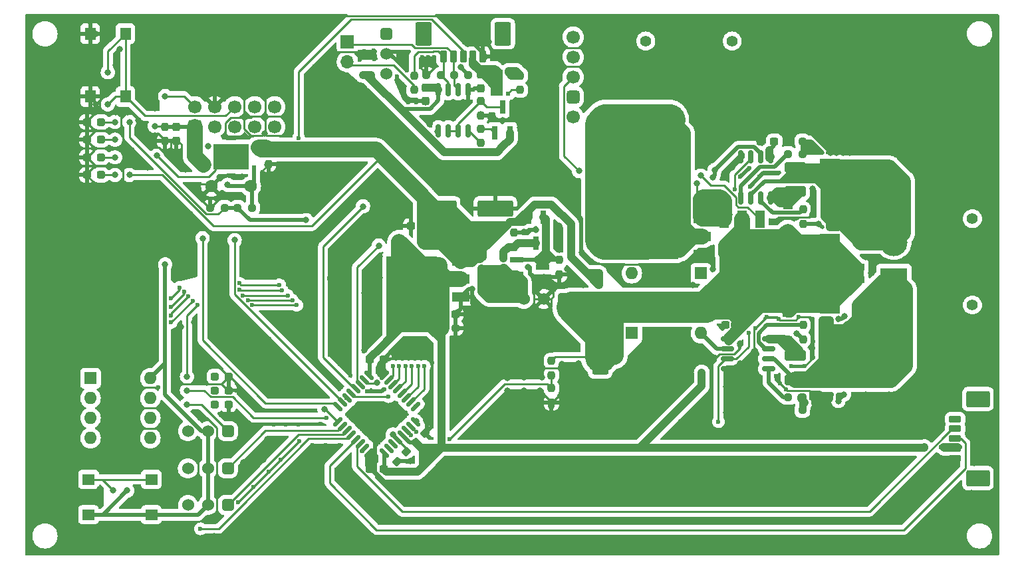
<source format=gtl>
%TF.GenerationSoftware,KiCad,Pcbnew,(6.0.11)*%
%TF.CreationDate,2023-08-03T06:56:59+09:00*%
%TF.ProjectId,motordriver,6d6f746f-7264-4726-9976-65722e6b6963,rev?*%
%TF.SameCoordinates,Original*%
%TF.FileFunction,Copper,L1,Top*%
%TF.FilePolarity,Positive*%
%FSLAX46Y46*%
G04 Gerber Fmt 4.6, Leading zero omitted, Abs format (unit mm)*
G04 Created by KiCad (PCBNEW (6.0.11)) date 2023-08-03 06:56:59*
%MOMM*%
%LPD*%
G01*
G04 APERTURE LIST*
G04 Aperture macros list*
%AMRoundRect*
0 Rectangle with rounded corners*
0 $1 Rounding radius*
0 $2 $3 $4 $5 $6 $7 $8 $9 X,Y pos of 4 corners*
0 Add a 4 corners polygon primitive as box body*
4,1,4,$2,$3,$4,$5,$6,$7,$8,$9,$2,$3,0*
0 Add four circle primitives for the rounded corners*
1,1,$1+$1,$2,$3*
1,1,$1+$1,$4,$5*
1,1,$1+$1,$6,$7*
1,1,$1+$1,$8,$9*
0 Add four rect primitives between the rounded corners*
20,1,$1+$1,$2,$3,$4,$5,0*
20,1,$1+$1,$4,$5,$6,$7,0*
20,1,$1+$1,$6,$7,$8,$9,0*
20,1,$1+$1,$8,$9,$2,$3,0*%
G04 Aperture macros list end*
%TA.AperFunction,SMDPad,CuDef*%
%ADD10R,2.200000X1.200000*%
%TD*%
%TA.AperFunction,SMDPad,CuDef*%
%ADD11R,6.400000X5.800000*%
%TD*%
%TA.AperFunction,ComponentPad*%
%ADD12RoundRect,0.250000X0.600000X-0.600000X0.600000X0.600000X-0.600000X0.600000X-0.600000X-0.600000X0*%
%TD*%
%TA.AperFunction,ComponentPad*%
%ADD13C,1.700000*%
%TD*%
%TA.AperFunction,SMDPad,CuDef*%
%ADD14R,0.620000X0.575000*%
%TD*%
%TA.AperFunction,SMDPad,CuDef*%
%ADD15R,0.575000X0.620000*%
%TD*%
%TA.AperFunction,SMDPad,CuDef*%
%ADD16RoundRect,0.237500X0.237500X-0.250000X0.237500X0.250000X-0.237500X0.250000X-0.237500X-0.250000X0*%
%TD*%
%TA.AperFunction,SMDPad,CuDef*%
%ADD17RoundRect,0.237500X0.287500X0.237500X-0.287500X0.237500X-0.287500X-0.237500X0.287500X-0.237500X0*%
%TD*%
%TA.AperFunction,SMDPad,CuDef*%
%ADD18RoundRect,0.237500X-0.287500X-0.237500X0.287500X-0.237500X0.287500X0.237500X-0.287500X0.237500X0*%
%TD*%
%TA.AperFunction,SMDPad,CuDef*%
%ADD19R,0.400000X0.400000*%
%TD*%
%TA.AperFunction,SMDPad,CuDef*%
%ADD20R,2.650000X2.200000*%
%TD*%
%TA.AperFunction,SMDPad,CuDef*%
%ADD21R,0.400000X0.300000*%
%TD*%
%TA.AperFunction,SMDPad,CuDef*%
%ADD22RoundRect,0.237500X-0.237500X0.250000X-0.237500X-0.250000X0.237500X-0.250000X0.237500X0.250000X0*%
%TD*%
%TA.AperFunction,SMDPad,CuDef*%
%ADD23RoundRect,0.237500X-0.250000X-0.237500X0.250000X-0.237500X0.250000X0.237500X-0.250000X0.237500X0*%
%TD*%
%TA.AperFunction,SMDPad,CuDef*%
%ADD24RoundRect,0.150000X0.150000X-0.675000X0.150000X0.675000X-0.150000X0.675000X-0.150000X-0.675000X0*%
%TD*%
%TA.AperFunction,SMDPad,CuDef*%
%ADD25RoundRect,0.237500X0.250000X0.237500X-0.250000X0.237500X-0.250000X-0.237500X0.250000X-0.237500X0*%
%TD*%
%TA.AperFunction,SMDPad,CuDef*%
%ADD26RoundRect,0.237500X-0.044194X-0.380070X0.380070X0.044194X0.044194X0.380070X-0.380070X-0.044194X0*%
%TD*%
%TA.AperFunction,SMDPad,CuDef*%
%ADD27R,0.900000X1.200000*%
%TD*%
%TA.AperFunction,ComponentPad*%
%ADD28R,1.700000X1.700000*%
%TD*%
%TA.AperFunction,ComponentPad*%
%ADD29O,1.700000X1.700000*%
%TD*%
%TA.AperFunction,ComponentPad*%
%ADD30RoundRect,0.425000X0.425000X0.425000X-0.425000X0.425000X-0.425000X-0.425000X0.425000X-0.425000X0*%
%TD*%
%TA.AperFunction,SMDPad,CuDef*%
%ADD31R,0.800000X1.800000*%
%TD*%
%TA.AperFunction,SMDPad,CuDef*%
%ADD32RoundRect,0.125000X0.530330X-0.353553X-0.353553X0.530330X-0.530330X0.353553X0.353553X-0.530330X0*%
%TD*%
%TA.AperFunction,SMDPad,CuDef*%
%ADD33RoundRect,0.125000X0.530330X0.353553X0.353553X0.530330X-0.530330X-0.353553X-0.353553X-0.530330X0*%
%TD*%
%TA.AperFunction,SMDPad,CuDef*%
%ADD34R,1.200000X0.900000*%
%TD*%
%TA.AperFunction,SMDPad,CuDef*%
%ADD35RoundRect,0.237500X-0.237500X0.300000X-0.237500X-0.300000X0.237500X-0.300000X0.237500X0.300000X0*%
%TD*%
%TA.AperFunction,SMDPad,CuDef*%
%ADD36RoundRect,0.150000X-0.675000X-0.150000X0.675000X-0.150000X0.675000X0.150000X-0.675000X0.150000X0*%
%TD*%
%TA.AperFunction,ComponentPad*%
%ADD37R,1.600000X1.600000*%
%TD*%
%TA.AperFunction,ComponentPad*%
%ADD38O,1.600000X1.600000*%
%TD*%
%TA.AperFunction,ComponentPad*%
%ADD39RoundRect,0.381000X-0.381000X0.381000X-0.381000X-0.381000X0.381000X-0.381000X0.381000X0.381000X0*%
%TD*%
%TA.AperFunction,ComponentPad*%
%ADD40C,1.524000*%
%TD*%
%TA.AperFunction,ComponentPad*%
%ADD41C,1.400000*%
%TD*%
%TA.AperFunction,ComponentPad*%
%ADD42R,3.500000X3.500000*%
%TD*%
%TA.AperFunction,ComponentPad*%
%ADD43C,3.500000*%
%TD*%
%TA.AperFunction,SMDPad,CuDef*%
%ADD44RoundRect,0.200000X0.600000X-0.200000X0.600000X0.200000X-0.600000X0.200000X-0.600000X-0.200000X0*%
%TD*%
%TA.AperFunction,SMDPad,CuDef*%
%ADD45RoundRect,0.250001X1.249999X-0.799999X1.249999X0.799999X-1.249999X0.799999X-1.249999X-0.799999X0*%
%TD*%
%TA.AperFunction,SMDPad,CuDef*%
%ADD46RoundRect,0.237500X0.300000X0.237500X-0.300000X0.237500X-0.300000X-0.237500X0.300000X-0.237500X0*%
%TD*%
%TA.AperFunction,SMDPad,CuDef*%
%ADD47RoundRect,0.200000X0.200000X0.600000X-0.200000X0.600000X-0.200000X-0.600000X0.200000X-0.600000X0*%
%TD*%
%TA.AperFunction,SMDPad,CuDef*%
%ADD48RoundRect,0.250001X0.799999X1.249999X-0.799999X1.249999X-0.799999X-1.249999X0.799999X-1.249999X0*%
%TD*%
%TA.AperFunction,SMDPad,CuDef*%
%ADD49RoundRect,0.250001X-1.999999X-0.799999X1.999999X-0.799999X1.999999X0.799999X-1.999999X0.799999X0*%
%TD*%
%TA.AperFunction,SMDPad,CuDef*%
%ADD50RoundRect,0.237500X-0.300000X-0.237500X0.300000X-0.237500X0.300000X0.237500X-0.300000X0.237500X0*%
%TD*%
%TA.AperFunction,SMDPad,CuDef*%
%ADD51RoundRect,0.250001X-0.799999X1.999999X-0.799999X-1.999999X0.799999X-1.999999X0.799999X1.999999X0*%
%TD*%
%TA.AperFunction,SMDPad,CuDef*%
%ADD52RoundRect,0.250000X1.100000X-0.412500X1.100000X0.412500X-1.100000X0.412500X-1.100000X-0.412500X0*%
%TD*%
%TA.AperFunction,SMDPad,CuDef*%
%ADD53R,1.600000X1.400000*%
%TD*%
%TA.AperFunction,SMDPad,CuDef*%
%ADD54RoundRect,0.250000X-1.100000X0.412500X-1.100000X-0.412500X1.100000X-0.412500X1.100000X0.412500X0*%
%TD*%
%TA.AperFunction,SMDPad,CuDef*%
%ADD55R,1.400000X1.600000*%
%TD*%
%TA.AperFunction,ComponentPad*%
%ADD56C,1.600000*%
%TD*%
%TA.AperFunction,ComponentPad*%
%ADD57RoundRect,0.381000X-0.381000X-0.381000X0.381000X-0.381000X0.381000X0.381000X-0.381000X0.381000X0*%
%TD*%
%TA.AperFunction,SMDPad,CuDef*%
%ADD58RoundRect,0.237500X0.044194X0.380070X-0.380070X-0.044194X-0.044194X-0.380070X0.380070X0.044194X0*%
%TD*%
%TA.AperFunction,SMDPad,CuDef*%
%ADD59R,1.200000X2.200000*%
%TD*%
%TA.AperFunction,SMDPad,CuDef*%
%ADD60R,5.800000X6.400000*%
%TD*%
%TA.AperFunction,SMDPad,CuDef*%
%ADD61RoundRect,0.150000X-0.150000X0.675000X-0.150000X-0.675000X0.150000X-0.675000X0.150000X0.675000X0*%
%TD*%
%TA.AperFunction,SMDPad,CuDef*%
%ADD62R,1.800000X0.800000*%
%TD*%
%TA.AperFunction,ViaPad*%
%ADD63C,0.600000*%
%TD*%
%TA.AperFunction,ViaPad*%
%ADD64C,1.000000*%
%TD*%
%TA.AperFunction,ViaPad*%
%ADD65C,0.800000*%
%TD*%
%TA.AperFunction,Conductor*%
%ADD66C,2.000000*%
%TD*%
%TA.AperFunction,Conductor*%
%ADD67C,0.500000*%
%TD*%
%TA.AperFunction,Conductor*%
%ADD68C,1.000000*%
%TD*%
%TA.AperFunction,Conductor*%
%ADD69C,0.250000*%
%TD*%
%TA.AperFunction,Conductor*%
%ADD70C,4.000000*%
%TD*%
G04 APERTURE END LIST*
D10*
%TO.P,Q1,1,G*%
%TO.N,GND*%
X173970000Y-88345000D03*
%TO.P,Q1,2,D*%
%TO.N,+7.5V*%
X173970000Y-86065000D03*
D11*
X167670000Y-86065000D03*
D10*
%TO.P,Q1,3,S*%
%TO.N,/S-S*%
X173970000Y-83785000D03*
%TD*%
D12*
%TO.P,J2,1,Pin_1*%
%TO.N,VBUS*%
X109320000Y-72090000D03*
D13*
%TO.P,J2,2,Pin_2*%
%TO.N,+3.3V*%
X109320000Y-69550000D03*
%TO.P,J2,3,Pin_3*%
%TO.N,TCK*%
X111860000Y-72090000D03*
%TO.P,J2,4,Pin_4*%
%TO.N,GND*%
X111860000Y-69550000D03*
%TO.P,J2,5,Pin_5*%
%TO.N,TMS*%
X114400000Y-72090000D03*
%TO.P,J2,6,Pin_6*%
%TO.N,NRST*%
X114400000Y-69550000D03*
%TO.P,J2,7,Pin_7*%
%TO.N,unconnected-(J2-Pad7)*%
X116940000Y-72090000D03*
%TO.P,J2,8,Pin_8*%
%TO.N,MainRX2_STLinkTX*%
X116940000Y-69550000D03*
%TO.P,J2,9,Pin_9*%
%TO.N,MainTX2_STLinkRX*%
X119480000Y-72090000D03*
%TO.P,J2,10,Pin_10*%
%TO.N,unconnected-(J2-Pad10)*%
X119480000Y-69550000D03*
%TD*%
D14*
%TO.P,Q8,1,D*%
%TO.N,IndicatorLED*%
X115000000Y-77330499D03*
%TO.P,Q8,2,D*%
X115950000Y-77330499D03*
%TO.P,Q8,3,G*%
%TO.N,Net-(C12-Pad2)*%
X116900000Y-77330499D03*
%TO.P,Q8,4,S*%
%TO.N,+5V*%
X116900000Y-74554499D03*
%TO.P,Q8,5,D*%
%TO.N,IndicatorLED*%
X115950000Y-74554499D03*
%TO.P,Q8,6,D*%
X115000000Y-74554499D03*
%TD*%
D15*
%TO.P,Q6,1,D*%
%TO.N,/VSYS*%
X148638000Y-90950000D03*
%TO.P,Q6,2,D*%
X148638000Y-90000000D03*
%TO.P,Q6,3,G*%
%TO.N,Net-(Q6-Pad3)*%
X148638000Y-89050000D03*
%TO.P,Q6,4,S*%
%TO.N,+5V*%
X145862000Y-89050000D03*
%TO.P,Q6,5,D*%
%TO.N,/VSYS*%
X145862000Y-90000000D03*
%TO.P,Q6,6,D*%
X145862000Y-90950000D03*
%TD*%
D16*
%TO.P,R23,1*%
%TO.N,GND*%
X105500000Y-73912500D03*
%TO.P,R23,2*%
%TO.N,VBUS*%
X105500000Y-72087500D03*
%TD*%
D17*
%TO.P,D2,1,K*%
%TO.N,GND*%
X113625000Y-103950000D03*
%TO.P,D2,2,A*%
%TO.N,Net-(D2-Pad2)*%
X111875000Y-103950000D03*
%TD*%
D18*
%TO.P,D9,1,K*%
%TO.N,GND*%
X95625000Y-76000000D03*
%TO.P,D9,2,A*%
%TO.N,Net-(D9-Pad2)*%
X97375000Y-76000000D03*
%TD*%
D19*
%TO.P,Q11,1,S*%
%TO.N,Motor_A*%
X189225000Y-96728000D03*
%TO.P,Q11,2,S*%
X189875000Y-96728000D03*
%TO.P,Q11,3,S*%
X190525000Y-96728000D03*
%TO.P,Q11,4,G*%
%TO.N,Net-(Q11-Pad4)*%
X191175000Y-96728000D03*
D20*
%TO.P,Q11,5,D*%
%TO.N,VDD*%
X190200000Y-94828000D03*
D21*
X190525000Y-93578000D03*
X191175000Y-93578000D03*
X189875000Y-93578000D03*
X189225000Y-93578000D03*
%TD*%
D22*
%TO.P,R26,1*%
%TO.N,GND*%
X150000000Y-85587500D03*
%TO.P,R26,2*%
%TO.N,Net-(Q6-Pad3)*%
X150000000Y-87412500D03*
%TD*%
D23*
%TO.P,R48,1*%
%TO.N,GND*%
X184862500Y-73970000D03*
%TO.P,R48,2*%
%TO.N,Net-(Q14-Pad4)*%
X186687500Y-73970000D03*
%TD*%
D24*
%TO.P,U8,1,RO*%
%TO.N,MainRX1_MAX3485TX*%
X140345000Y-72625000D03*
%TO.P,U8,2,~{RE}*%
%TO.N,Net-(Q16-Pad3)*%
X141615000Y-72625000D03*
%TO.P,U8,3,DE*%
X142885000Y-72625000D03*
%TO.P,U8,4,DI*%
%TO.N,MainTX1_MAX3485RX*%
X144155000Y-72625000D03*
%TO.P,U8,5,GND*%
%TO.N,GND*%
X144155000Y-67375000D03*
%TO.P,U8,6,A*%
%TO.N,RS485_MD_A*%
X142885000Y-67375000D03*
%TO.P,U8,7,B*%
%TO.N,RS485_MD_B*%
X141615000Y-67375000D03*
%TO.P,U8,8,VCC*%
%TO.N,+3.3V*%
X140345000Y-67375000D03*
%TD*%
D25*
%TO.P,R32,1*%
%TO.N,GND*%
X142550000Y-97750000D03*
%TO.P,R32,2*%
%TO.N,+3.3V*%
X140725000Y-97750000D03*
%TD*%
D26*
%TO.P,C11,1*%
%TO.N,+3.3V*%
X137440120Y-112359880D03*
%TO.P,C11,2*%
%TO.N,GND*%
X138659880Y-111140120D03*
%TD*%
D27*
%TO.P,D6,1,K*%
%TO.N,+5V*%
X138650000Y-86750000D03*
%TO.P,D6,2,A*%
%TO.N,+3.3V*%
X135350000Y-86750000D03*
%TD*%
D28*
%TO.P,JP1,1,A*%
%TO.N,RS485_MD_A*%
X128750000Y-61250000D03*
D29*
%TO.P,JP1,2,B*%
%TO.N,Net-(JP1-Pad2)*%
X128750000Y-63790000D03*
%TD*%
D30*
%TO.P,SW6,1,A*%
%TO.N,\u4E3B\u96FB\u6E90\u30B9\u30A4\u30C3\u30C1*%
X157500000Y-68290000D03*
D13*
%TO.P,SW6,2,B*%
%TO.N,/S-S*%
X157500000Y-65750000D03*
%TO.P,SW6,3,C*%
%TO.N,unconnected-(SW6-Pad3)*%
X157500000Y-63210000D03*
%TO.P,SW6,4*%
%TO.N,N/C*%
X157500000Y-70830000D03*
%TO.P,SW6,5*%
X157500000Y-60670000D03*
%TD*%
D31*
%TO.P,Q7,1,B*%
%TO.N,Net-(Q4-Pad1)*%
X153700000Y-83600000D03*
%TO.P,Q7,2,E*%
%TO.N,+5V*%
X151800000Y-83600000D03*
%TO.P,Q7,3,C*%
%TO.N,Net-(Q6-Pad3)*%
X152750000Y-86900000D03*
%TD*%
D10*
%TO.P,U3,1,GND*%
%TO.N,GND*%
X143200000Y-93780000D03*
%TO.P,U3,2,VO*%
%TO.N,+3.3V*%
X143200000Y-91500000D03*
D11*
X136900000Y-91500000D03*
D10*
%TO.P,U3,3,VI*%
%TO.N,+5V*%
X143200000Y-89220000D03*
%TD*%
D32*
%TO.P,U2,1,VDD*%
%TO.N,+3.3V*%
X133472272Y-113682070D03*
%TO.P,U2,2,PF0*%
%TO.N,unconnected-(U2-Pad2)*%
X134037957Y-113116384D03*
%TO.P,U2,3,PF1*%
%TO.N,unconnected-(U2-Pad3)*%
X134603643Y-112550699D03*
%TO.P,U2,4,NRST*%
%TO.N,NRST*%
X135169328Y-111985014D03*
%TO.P,U2,5,VDDA*%
%TO.N,+3.3V*%
X135735014Y-111419328D03*
%TO.P,U2,6,PA0*%
%TO.N,Net-(R55-Pad1)*%
X136300699Y-110853643D03*
%TO.P,U2,7,PA1*%
%TO.N,V_Measure*%
X136866384Y-110287957D03*
%TO.P,U2,8,PA2*%
%TO.N,MainTX2_STLinkRX*%
X137432070Y-109722272D03*
D33*
%TO.P,U2,9,PA3*%
%TO.N,Encoder_OUT*%
X137432070Y-107777728D03*
%TO.P,U2,10,PA4*%
%TO.N,MD_GPIO*%
X136866384Y-107212043D03*
%TO.P,U2,11,PA5*%
%TO.N,DIPSW4*%
X136300699Y-106646357D03*
%TO.P,U2,12,PA6*%
%TO.N,DIPSW3*%
X135735014Y-106080672D03*
%TO.P,U2,13,PA7*%
%TO.N,DIPSW2*%
X135169328Y-105514986D03*
%TO.P,U2,14,PB0*%
%TO.N,DIPSW1*%
X134603643Y-104949301D03*
%TO.P,U2,15,PB1*%
%TO.N,LED1*%
X134037957Y-104383616D03*
%TO.P,U2,16,VSS*%
%TO.N,GND*%
X133472272Y-103817930D03*
D32*
%TO.P,U2,17,VDD*%
%TO.N,+3.3V*%
X131527728Y-103817930D03*
%TO.P,U2,18,PA8*%
%TO.N,PWM_B*%
X130962043Y-104383616D03*
%TO.P,U2,19,PA9*%
%TO.N,MainTX1_MAX3485RX*%
X130396357Y-104949301D03*
%TO.P,U2,20,PA10*%
%TO.N,MainRX1_MAX3485TX*%
X129830672Y-105514986D03*
%TO.P,U2,21,PA11*%
%TO.N,PWM_A*%
X129264986Y-106080672D03*
%TO.P,U2,22,PA12*%
%TO.N,LED2*%
X128699301Y-106646357D03*
%TO.P,U2,23,PA13*%
%TO.N,TMS*%
X128133616Y-107212043D03*
%TO.P,U2,24,PA14*%
%TO.N,TCK*%
X127567930Y-107777728D03*
D33*
%TO.P,U2,25,PA15*%
%TO.N,MainRX2_STLinkTX*%
X127567930Y-109722272D03*
%TO.P,U2,26,PB3*%
%TO.N,Slide_Switch1*%
X128133616Y-110287957D03*
%TO.P,U2,27,PB4*%
%TO.N,Slide_Switch2*%
X128699301Y-110853643D03*
%TO.P,U2,28,PB5*%
%TO.N,Tact_Switch1*%
X129264986Y-111419328D03*
%TO.P,U2,29,PB6*%
%TO.N,I2C1_SCL*%
X129830672Y-111985014D03*
%TO.P,U2,30,PB7*%
%TO.N,I2C1_SDA*%
X130396357Y-112550699D03*
%TO.P,U2,31,BOOT0*%
%TO.N,BOOT0*%
X130962043Y-113116384D03*
%TO.P,U2,32,VSS*%
%TO.N,GND*%
X131527728Y-113682070D03*
%TD*%
D23*
%TO.P,R24,1*%
%TO.N,/VSYS*%
X114787500Y-82442500D03*
%TO.P,R24,2*%
%TO.N,Net-(C12-Pad2)*%
X116612500Y-82442500D03*
%TD*%
D34*
%TO.P,D12,1,K*%
%TO.N,Net-(C21-Pad1)*%
X184825000Y-82165000D03*
%TO.P,D12,2,A*%
%TO.N,VDD*%
X184825000Y-85465000D03*
%TD*%
D22*
%TO.P,R41,1*%
%TO.N,Net-(R41-Pad1)*%
X186775000Y-97377500D03*
%TO.P,R41,2*%
%TO.N,Net-(Q11-Pad4)*%
X186775000Y-99202500D03*
%TD*%
D35*
%TO.P,C22,1*%
%TO.N,+3.3V*%
X138750000Y-67137500D03*
%TO.P,C22,2*%
%TO.N,GND*%
X138750000Y-68862500D03*
%TD*%
D31*
%TO.P,Q16,1,B*%
%TO.N,Net-(Q16-Pad1)*%
X147550000Y-72900000D03*
%TO.P,Q16,2,E*%
%TO.N,+3.3V*%
X149450000Y-72900000D03*
%TO.P,Q16,3,C*%
%TO.N,Net-(Q16-Pad3)*%
X148500000Y-69600000D03*
%TD*%
D36*
%TO.P,U6,1,VCC*%
%TO.N,VDD*%
X177150000Y-99160000D03*
%TO.P,U6,2,IN*%
%TO.N,Net-(R39-Pad1)*%
X177150000Y-100430000D03*
%TO.P,U6,3,~{SD}*%
%TO.N,shutdown*%
X177150000Y-101700000D03*
%TO.P,U6,4,COM*%
%TO.N,GND*%
X177150000Y-102970000D03*
%TO.P,U6,5,LO*%
%TO.N,Net-(R42-Pad1)*%
X182400000Y-102970000D03*
%TO.P,U6,6,VS*%
%TO.N,Motor_A*%
X182400000Y-101700000D03*
%TO.P,U6,7,HO*%
%TO.N,Net-(R41-Pad1)*%
X182400000Y-100430000D03*
%TO.P,U6,8,VB*%
%TO.N,Net-(C20-Pad1)*%
X182400000Y-99160000D03*
%TD*%
D37*
%TO.P,SW5,1*%
%TO.N,DIPSW1*%
X96050000Y-104150000D03*
D38*
%TO.P,SW5,2*%
%TO.N,DIPSW2*%
X96050000Y-106690000D03*
%TO.P,SW5,3*%
%TO.N,DIPSW3*%
X96050000Y-109230000D03*
%TO.P,SW5,4*%
%TO.N,DIPSW4*%
X96050000Y-111770000D03*
%TO.P,SW5,5*%
%TO.N,+3.3V*%
X103670000Y-111770000D03*
%TO.P,SW5,6*%
X103670000Y-109230000D03*
%TO.P,SW5,7*%
X103670000Y-106690000D03*
%TO.P,SW5,8*%
X103670000Y-104150000D03*
%TD*%
D39*
%TO.P,U1,1,VI*%
%TO.N,VDD*%
X156290000Y-94028000D03*
D40*
%TO.P,U1,2,GND*%
%TO.N,GND*%
X153750000Y-94028000D03*
%TO.P,U1,3,VO*%
%TO.N,/VSYS*%
X151210000Y-94028000D03*
%TD*%
D17*
%TO.P,D5,1,K*%
%TO.N,GND*%
X113625000Y-107500000D03*
%TO.P,D5,2,A*%
%TO.N,Net-(D5-Pad2)*%
X111875000Y-107500000D03*
%TD*%
D41*
%TO.P,J1,*%
%TO.N,*%
X166750000Y-61175000D03*
X177750000Y-61175000D03*
D42*
%TO.P,J1,1,Pin_1*%
%TO.N,GND*%
X174750000Y-71175000D03*
D43*
%TO.P,J1,2,Pin_2*%
%TO.N,+7.5V*%
X169750000Y-71175000D03*
%TD*%
D44*
%TO.P,J5,1,Pin_1*%
%TO.N,GND*%
X206150000Y-114350000D03*
%TO.P,J5,2,Pin_2*%
%TO.N,+3.3V*%
X206150000Y-113100000D03*
%TO.P,J5,3,Pin_3*%
%TO.N,I2C1_SCL*%
X206150000Y-111850000D03*
%TO.P,J5,4,Pin_4*%
%TO.N,I2C1_SDA*%
X206150000Y-110600000D03*
%TO.P,J5,5,Pin_5*%
%TO.N,Encoder_OUT*%
X206150000Y-109350000D03*
D45*
%TO.P,J5,MP*%
%TO.N,N/C*%
X209050000Y-116900000D03*
X209050000Y-106800000D03*
%TD*%
D18*
%TO.P,D7,1,K*%
%TO.N,GND*%
X95625000Y-71500000D03*
%TO.P,D7,2,A*%
%TO.N,Net-(D7-Pad2)*%
X97375000Y-71500000D03*
%TD*%
D39*
%TO.P,SW3,1,A*%
%TO.N,Slide_Switch2*%
X113540000Y-120312500D03*
D40*
%TO.P,SW3,2,B*%
%TO.N,+3.3V*%
X111000000Y-120312500D03*
%TO.P,SW3,3,C*%
%TO.N,unconnected-(SW3-Pad3)*%
X108460000Y-120312500D03*
%TD*%
D34*
%TO.P,D11,1,K*%
%TO.N,Net-(C20-Pad1)*%
X184775000Y-99215000D03*
%TO.P,D11,2,A*%
%TO.N,VDD*%
X184775000Y-95915000D03*
%TD*%
D14*
%TO.P,Q15,1,D*%
%TO.N,MD_Pw*%
X147300000Y-67888000D03*
%TO.P,Q15,2,D*%
X148250000Y-67888000D03*
%TO.P,Q15,3,G*%
%TO.N,Net-(Q15-Pad3)*%
X149200000Y-67888000D03*
%TO.P,Q15,4,S*%
%TO.N,VBUS*%
X149200000Y-65112000D03*
%TO.P,Q15,5,D*%
%TO.N,MD_Pw*%
X148250000Y-65112000D03*
%TO.P,Q15,6,D*%
X147300000Y-65112000D03*
%TD*%
D25*
%TO.P,R53,1*%
%TO.N,RS485_MD_B*%
X140662500Y-65500000D03*
%TO.P,R53,2*%
%TO.N,GND*%
X138837500Y-65500000D03*
%TD*%
D23*
%TO.P,R44,1*%
%TO.N,Net-(R44-Pad1)*%
X184862500Y-75565000D03*
%TO.P,R44,2*%
%TO.N,Net-(Q14-Pad4)*%
X186687500Y-75565000D03*
%TD*%
D18*
%TO.P,D10,1,K*%
%TO.N,GND*%
X95625000Y-78250000D03*
%TO.P,D10,2,A*%
%TO.N,Net-(D10-Pad2)*%
X97375000Y-78250000D03*
%TD*%
D46*
%TO.P,C19,1*%
%TO.N,VDD*%
X183112500Y-73970000D03*
%TO.P,C19,2*%
%TO.N,GND*%
X181387500Y-73970000D03*
%TD*%
D34*
%TO.P,D13,1,K*%
%TO.N,VDD*%
X194025000Y-91565000D03*
%TO.P,D13,2,A*%
%TO.N,Motor_A*%
X194025000Y-94865000D03*
%TD*%
D37*
%TO.P,U5,1*%
%TO.N,Net-(Q10-Pad3)*%
X164975000Y-98390000D03*
D38*
%TO.P,U5,2*%
%TO.N,GND*%
X167515000Y-98390000D03*
%TO.P,U5,3*%
X167515000Y-90770000D03*
%TO.P,U5,4*%
%TO.N,Net-(R40-Pad1)*%
X164975000Y-90770000D03*
%TD*%
D46*
%TO.P,C18,1*%
%TO.N,VDD*%
X178612500Y-97340000D03*
%TO.P,C18,2*%
%TO.N,GND*%
X176887500Y-97340000D03*
%TD*%
D17*
%TO.P,D3,1,K*%
%TO.N,GND*%
X113625000Y-105700000D03*
%TO.P,D3,2,A*%
%TO.N,Net-(D3-Pad2)*%
X111875000Y-105700000D03*
%TD*%
D47*
%TO.P,J3,1,Pin_1*%
%TO.N,GND*%
X146000000Y-63150000D03*
%TO.P,J3,2,Pin_2*%
%TO.N,MD_Pw*%
X144750000Y-63150000D03*
%TO.P,J3,3,Pin_3*%
%TO.N,MD_GPIO*%
X143500000Y-63150000D03*
%TO.P,J3,4,Pin_4*%
%TO.N,RS485_MD_A*%
X142250000Y-63150000D03*
%TO.P,J3,5,Pin_5*%
%TO.N,RS485_MD_B*%
X141000000Y-63150000D03*
D48*
%TO.P,J3,MP*%
%TO.N,N/C*%
X148550000Y-60250000D03*
X138450000Y-60250000D03*
%TD*%
D25*
%TO.P,R52,1*%
%TO.N,+3.3V*%
X144162500Y-65500000D03*
%TO.P,R52,2*%
%TO.N,RS485_MD_A*%
X142337500Y-65500000D03*
%TD*%
D23*
%TO.P,R25,1*%
%TO.N,GND*%
X111287500Y-82442500D03*
%TO.P,R25,2*%
%TO.N,/VSYS*%
X113112500Y-82442500D03*
%TD*%
D41*
%TO.P,J4,*%
%TO.N,*%
X208350000Y-83815000D03*
X208350000Y-94815000D03*
D42*
%TO.P,J4,1,Pin_1*%
%TO.N,Motor_A*%
X198350000Y-91815000D03*
D43*
%TO.P,J4,2,Pin_2*%
%TO.N,Motor_B*%
X198350000Y-86815000D03*
%TD*%
D22*
%TO.P,R43,1*%
%TO.N,Net-(R43-Pad1)*%
X186775000Y-82652500D03*
%TO.P,R43,2*%
%TO.N,Net-(Q13-Pad4)*%
X186775000Y-84477500D03*
%TD*%
%TO.P,R51,1*%
%TO.N,Net-(Q16-Pad3)*%
X145750000Y-68837500D03*
%TO.P,R51,2*%
%TO.N,GND*%
X145750000Y-70662500D03*
%TD*%
D49*
%TO.P,C13,1*%
%TO.N,+5V*%
X140400000Y-82500000D03*
%TO.P,C13,2*%
%TO.N,GND*%
X147600000Y-82500000D03*
%TD*%
D34*
%TO.P,D15,1,K*%
%TO.N,VDD*%
X194025000Y-89965000D03*
%TO.P,D15,2,A*%
%TO.N,Motor_B*%
X194025000Y-86665000D03*
%TD*%
D14*
%TO.P,Q5,1,D*%
%TO.N,IndicatorLED*%
X112900000Y-74554500D03*
%TO.P,Q5,2,D*%
X111950000Y-74554500D03*
%TO.P,Q5,3,G*%
%TO.N,Net-(C12-Pad2)*%
X111000000Y-74554500D03*
%TO.P,Q5,4,S*%
%TO.N,VBUS*%
X111000000Y-77330500D03*
%TO.P,Q5,5,D*%
%TO.N,IndicatorLED*%
X111950000Y-77330500D03*
%TO.P,Q5,6,D*%
X112900000Y-77330500D03*
%TD*%
D46*
%TO.P,C10,1*%
%TO.N,+3.3V*%
X133362500Y-115750000D03*
%TO.P,C10,2*%
%TO.N,GND*%
X131637500Y-115750000D03*
%TD*%
D34*
%TO.P,D14,1,K*%
%TO.N,Motor_A*%
X194015000Y-103520000D03*
%TO.P,D14,2,A*%
%TO.N,GND*%
X194015000Y-106820000D03*
%TD*%
D16*
%TO.P,R54,1*%
%TO.N,Net-(JP1-Pad2)*%
X137250000Y-67412500D03*
%TO.P,R54,2*%
%TO.N,RS485_MD_B*%
X137250000Y-65587500D03*
%TD*%
D50*
%TO.P,C15,1*%
%TO.N,+3.3V*%
X140775000Y-96000000D03*
%TO.P,C15,2*%
%TO.N,GND*%
X142500000Y-96000000D03*
%TD*%
D22*
%TO.P,R10,1*%
%TO.N,V_Measure*%
X154750000Y-105437500D03*
%TO.P,R10,2*%
%TO.N,GND*%
X154750000Y-107262500D03*
%TD*%
D19*
%TO.P,Q12,1,S*%
%TO.N,GND*%
X189225000Y-106228000D03*
%TO.P,Q12,2,S*%
X189875000Y-106228000D03*
%TO.P,Q12,3,S*%
X190525000Y-106228000D03*
%TO.P,Q12,4,G*%
%TO.N,Net-(Q12-Pad4)*%
X191175000Y-106228000D03*
D21*
%TO.P,Q12,5,D*%
%TO.N,Motor_A*%
X190525000Y-103078000D03*
X189875000Y-103078000D03*
X191175000Y-103078000D03*
X189225000Y-103078000D03*
D20*
X190200000Y-104328000D03*
%TD*%
D18*
%TO.P,D8,1,K*%
%TO.N,GND*%
X95625000Y-73750000D03*
%TO.P,D8,2,A*%
%TO.N,Net-(D8-Pad2)*%
X97375000Y-73750000D03*
%TD*%
D35*
%TO.P,C4,1*%
%TO.N,VBUS*%
X107000000Y-72137500D03*
%TO.P,C4,2*%
%TO.N,GND*%
X107000000Y-73862500D03*
%TD*%
D51*
%TO.P,C5,1*%
%TO.N,VDD*%
X160950000Y-101450000D03*
%TO.P,C5,2*%
%TO.N,GND*%
X160950000Y-108650000D03*
%TD*%
D52*
%TO.P,C21,1*%
%TO.N,Net-(C21-Pad1)*%
X185775000Y-80377500D03*
%TO.P,C21,2*%
%TO.N,Motor_B*%
X185775000Y-77252500D03*
%TD*%
D53*
%TO.P,SW1,1,A*%
%TO.N,Tact_Switch1*%
X95800000Y-117050000D03*
X103800000Y-117050000D03*
%TO.P,SW1,2,B*%
%TO.N,+3.3V*%
X103800000Y-121550000D03*
X95800000Y-121550000D03*
%TD*%
D22*
%TO.P,R49,1*%
%TO.N,VBUS*%
X150750000Y-65587500D03*
%TO.P,R49,2*%
%TO.N,Net-(Q15-Pad3)*%
X150750000Y-67412500D03*
%TD*%
D19*
%TO.P,Q14,1,S*%
%TO.N,GND*%
X191175000Y-75402000D03*
%TO.P,Q14,2,S*%
X190525000Y-75402000D03*
%TO.P,Q14,3,S*%
X189875000Y-75402000D03*
%TO.P,Q14,4,G*%
%TO.N,Net-(Q14-Pad4)*%
X189225000Y-75402000D03*
D21*
%TO.P,Q14,5,D*%
%TO.N,Motor_B*%
X189875000Y-78552000D03*
X191175000Y-78552000D03*
X189225000Y-78552000D03*
D20*
X190200000Y-77302000D03*
D21*
X190525000Y-78552000D03*
%TD*%
D54*
%TO.P,C20,1*%
%TO.N,Net-(C20-Pad1)*%
X185775000Y-101252500D03*
%TO.P,C20,2*%
%TO.N,Motor_A*%
X185775000Y-104377500D03*
%TD*%
D35*
%TO.P,C23,1*%
%TO.N,MD_Pw*%
X145750000Y-65475000D03*
%TO.P,C23,2*%
%TO.N,GND*%
X145750000Y-67200000D03*
%TD*%
D16*
%TO.P,R27,1*%
%TO.N,GND*%
X118700000Y-76855000D03*
%TO.P,R27,2*%
%TO.N,+5V*%
X118700000Y-75030000D03*
%TD*%
D50*
%TO.P,C7,1*%
%TO.N,+3.3V*%
X131637500Y-101750000D03*
%TO.P,C7,2*%
%TO.N,GND*%
X133362500Y-101750000D03*
%TD*%
D37*
%TO.P,U4,1*%
%TO.N,Net-(Q9-Pad3)*%
X173775000Y-90790000D03*
D38*
%TO.P,U4,2*%
%TO.N,GND*%
X171235000Y-90790000D03*
%TO.P,U4,3*%
X171235000Y-98410000D03*
%TO.P,U4,4*%
%TO.N,Net-(R39-Pad1)*%
X173775000Y-98410000D03*
%TD*%
D55*
%TO.P,SW8,1,A*%
%TO.N,NRST*%
X100500000Y-60250000D03*
X100500000Y-68250000D03*
%TO.P,SW8,2,B*%
%TO.N,GND*%
X96000000Y-60250000D03*
X96000000Y-68250000D03*
%TD*%
D56*
%TO.P,C12,1*%
%TO.N,GND*%
X111450000Y-79692500D03*
%TO.P,C12,2*%
%TO.N,Net-(C12-Pad2)*%
X116450000Y-79692500D03*
%TD*%
D34*
%TO.P,D16,1,K*%
%TO.N,Motor_B*%
X194015000Y-78170000D03*
%TO.P,D16,2,A*%
%TO.N,GND*%
X194015000Y-74870000D03*
%TD*%
D57*
%TO.P,SW9,1,A*%
%TO.N,Net-(Q15-Pad3)*%
X133750000Y-60240000D03*
D40*
%TO.P,SW9,2,B*%
%TO.N,GND*%
X133750000Y-62780000D03*
%TO.P,SW9,3,C*%
%TO.N,unconnected-(SW9-Pad3)*%
X133750000Y-65320000D03*
%TD*%
D19*
%TO.P,Q13,1,S*%
%TO.N,Motor_B*%
X191175000Y-84915000D03*
%TO.P,Q13,2,S*%
X190525000Y-84915000D03*
%TO.P,Q13,3,S*%
X189875000Y-84915000D03*
%TO.P,Q13,4,G*%
%TO.N,Net-(Q13-Pad4)*%
X189225000Y-84915000D03*
D21*
%TO.P,Q13,5,D*%
%TO.N,VDD*%
X189875000Y-88065000D03*
X189225000Y-88065000D03*
D20*
X190200000Y-86815000D03*
D21*
X190525000Y-88065000D03*
X191175000Y-88065000D03*
%TD*%
D58*
%TO.P,C9,1*%
%TO.N,NRST*%
X136259880Y-113540120D03*
%TO.P,C9,2*%
%TO.N,GND*%
X135040120Y-114759880D03*
%TD*%
D39*
%TO.P,SW2,1,A*%
%TO.N,Slide_Switch1*%
X113530000Y-115650000D03*
D40*
%TO.P,SW2,2,B*%
%TO.N,+3.3V*%
X110990000Y-115650000D03*
%TO.P,SW2,3,C*%
%TO.N,unconnected-(SW2-Pad3)*%
X108450000Y-115650000D03*
%TD*%
D46*
%TO.P,C14,1*%
%TO.N,+5V*%
X138612500Y-84750000D03*
%TO.P,C14,2*%
%TO.N,GND*%
X136887500Y-84750000D03*
%TD*%
D39*
%TO.P,SW7,1,A*%
%TO.N,BOOT0*%
X113540000Y-110900000D03*
D40*
%TO.P,SW7,2,B*%
%TO.N,+3.3V*%
X111000000Y-110900000D03*
%TO.P,SW7,3,C*%
%TO.N,unconnected-(SW7-Pad3)*%
X108460000Y-110900000D03*
%TD*%
D23*
%TO.P,R46,1*%
%TO.N,GND*%
X184862500Y-108220000D03*
%TO.P,R46,2*%
%TO.N,Net-(Q12-Pad4)*%
X186687500Y-108220000D03*
%TD*%
D16*
%TO.P,R22,1*%
%TO.N,GND*%
X155750000Y-90912500D03*
%TO.P,R22,2*%
%TO.N,Net-(Q4-Pad1)*%
X155750000Y-89087500D03*
%TD*%
D59*
%TO.P,Q3,1,G*%
%TO.N,Net-(C3-Pad2)*%
X181275000Y-83890000D03*
D60*
%TO.P,Q3,2,D*%
%TO.N,VDD*%
X178995000Y-90190000D03*
D59*
X178995000Y-83890000D03*
%TO.P,Q3,3,S*%
%TO.N,/S-S*%
X176715000Y-83890000D03*
%TD*%
D22*
%TO.P,R9,1*%
%TO.N,VDD*%
X154750000Y-101937500D03*
%TO.P,R9,2*%
%TO.N,V_Measure*%
X154750000Y-103762500D03*
%TD*%
%TO.P,R50,1*%
%TO.N,Net-(Q16-Pad1)*%
X145750000Y-72337500D03*
%TO.P,R50,2*%
%TO.N,MainTX1_MAX3485RX*%
X145750000Y-74162500D03*
%TD*%
D23*
%TO.P,R42,1*%
%TO.N,Net-(R42-Pad1)*%
X184862500Y-106565000D03*
%TO.P,R42,2*%
%TO.N,Net-(Q12-Pad4)*%
X186687500Y-106565000D03*
%TD*%
D61*
%TO.P,U7,1,VCC*%
%TO.N,VDD*%
X182680000Y-75940000D03*
%TO.P,U7,2,IN*%
%TO.N,Net-(R40-Pad1)*%
X181410000Y-75940000D03*
%TO.P,U7,3,~{SD}*%
%TO.N,shutdown*%
X180140000Y-75940000D03*
%TO.P,U7,4,COM*%
%TO.N,GND*%
X178870000Y-75940000D03*
%TO.P,U7,5,LO*%
%TO.N,Net-(R44-Pad1)*%
X178870000Y-81190000D03*
%TO.P,U7,6,VS*%
%TO.N,Motor_B*%
X180140000Y-81190000D03*
%TO.P,U7,7,HO*%
%TO.N,Net-(R43-Pad1)*%
X181410000Y-81190000D03*
%TO.P,U7,8,VB*%
%TO.N,Net-(C21-Pad1)*%
X182680000Y-81190000D03*
%TD*%
D62*
%TO.P,Q4,1,B*%
%TO.N,Net-(Q4-Pad1)*%
X150350000Y-89050000D03*
%TO.P,Q4,2,E*%
%TO.N,/VSYS*%
X150350000Y-90950000D03*
%TO.P,Q4,3,C*%
%TO.N,Net-(Q4-Pad1)*%
X153650000Y-90000000D03*
%TD*%
D63*
%TO.N,Net-(R55-Pad1)*%
X136893116Y-111405750D03*
D64*
%TO.N,+3.3V*%
X133689950Y-116077450D03*
D63*
X205550000Y-112950000D03*
D64*
X103800000Y-121550000D03*
D63*
X206150000Y-112950000D03*
D65*
X105550000Y-89650000D03*
D64*
X131749999Y-65499999D03*
D65*
X143177947Y-64540129D03*
D64*
X143200000Y-91500000D03*
X147825000Y-75325000D03*
D65*
X105550000Y-68200000D03*
D63*
X204950000Y-112950000D03*
D64*
X202250000Y-112950000D03*
X200975000Y-113025000D03*
X148575000Y-74575000D03*
D63*
X204350000Y-112950000D03*
D65*
X100736136Y-118463864D03*
D64*
X173887501Y-105121053D03*
X173887501Y-103412500D03*
D63*
X206750000Y-112950000D03*
D64*
X130750000Y-65500000D03*
X142000000Y-91500000D03*
D65*
%TO.N,Tact_Switch1*%
X98937500Y-118400000D03*
D63*
X110050000Y-123350000D03*
D65*
%TO.N,/S-S*%
X177447500Y-83302500D03*
X176750000Y-83855000D03*
X158250000Y-77750000D03*
X173250000Y-79340000D03*
%TO.N,Net-(C3-Pad2)*%
X173750000Y-78340000D03*
X181429261Y-83255866D03*
X181500000Y-84500000D03*
D63*
%TO.N,VBUS*%
X150000000Y-65000000D03*
X149675500Y-65587500D03*
D65*
X104250000Y-72000000D03*
D63*
X149250000Y-65000000D03*
%TO.N,GND*%
X122650000Y-112150000D03*
D65*
X117050000Y-104550000D03*
X180750000Y-69250000D03*
D63*
X136450000Y-62550000D03*
D65*
X165750000Y-126250000D03*
X111750000Y-58250000D03*
X180750000Y-126250000D03*
X159750000Y-63250000D03*
X192600000Y-74600000D03*
X151250000Y-85500000D03*
X101750000Y-103250000D03*
X96750000Y-58250000D03*
X142250000Y-100250000D03*
X190000000Y-72350000D03*
X106880000Y-75880000D03*
X114650000Y-117450000D03*
X93750000Y-78250000D03*
X93750000Y-111250000D03*
X177750000Y-58250000D03*
X162750000Y-66250000D03*
D63*
X190000000Y-107240000D03*
D65*
X204750000Y-81250000D03*
X201750000Y-66250000D03*
X154800000Y-122330000D03*
X153750000Y-69000000D03*
X165500000Y-111250000D03*
X108190000Y-77540000D03*
X188800000Y-73250000D03*
X157750000Y-111250000D03*
X167750000Y-108750000D03*
X152250000Y-109250000D03*
X177750000Y-69250000D03*
X93750000Y-96250000D03*
X186720000Y-110500000D03*
X144250000Y-117250000D03*
X165750000Y-58250000D03*
X132850000Y-91350000D03*
X203550000Y-117550000D03*
X146500000Y-80500000D03*
X154750000Y-119990000D03*
X157750000Y-115250000D03*
X141750000Y-124750000D03*
X165750000Y-124750000D03*
X118550000Y-82750000D03*
X90750000Y-81250000D03*
X184910000Y-109220000D03*
X118530000Y-78910000D03*
X96750000Y-99250000D03*
X145250000Y-104750000D03*
X129750000Y-72250000D03*
X121060000Y-70770000D03*
X136750000Y-114750000D03*
X111150000Y-102050000D03*
X198750000Y-69250000D03*
X108750000Y-87250000D03*
X152000000Y-80500000D03*
X115380000Y-81110000D03*
D63*
X188050000Y-99450000D03*
D65*
X145250000Y-102250000D03*
X169800000Y-122330000D03*
X191740000Y-117770000D03*
X128750000Y-114750000D03*
X99750000Y-58250000D03*
X145750000Y-119990000D03*
D63*
X132250000Y-110350000D03*
D65*
X93750000Y-99250000D03*
X204750000Y-84250000D03*
X165500000Y-109500000D03*
X148250000Y-100250000D03*
X185000000Y-74000000D03*
X141250000Y-80500000D03*
X105050000Y-112950000D03*
X104250000Y-100750000D03*
X210750000Y-96250000D03*
X177000000Y-111500000D03*
X206650000Y-118350000D03*
X131450000Y-90050000D03*
X93750000Y-84250000D03*
X197720000Y-122260000D03*
X147750000Y-126250000D03*
X178750000Y-119990000D03*
X88250000Y-63250000D03*
X118650000Y-96050000D03*
X168750000Y-63250000D03*
X145750000Y-95750000D03*
D63*
X112150000Y-113850000D03*
D65*
X158250000Y-104750000D03*
D63*
X104650000Y-105350000D03*
D65*
X103750000Y-74750000D03*
X156750000Y-92250000D03*
D63*
X188450000Y-106040000D03*
D65*
X183750000Y-66250000D03*
X189650000Y-73150000D03*
D63*
X119450000Y-110050000D03*
D65*
X102150000Y-77050000D03*
X90750000Y-108250000D03*
X101750000Y-82750000D03*
X210750000Y-78250000D03*
X109750000Y-116850000D03*
X197750000Y-111250000D03*
X141750000Y-114750000D03*
X121750000Y-87250000D03*
X156750000Y-126250000D03*
X113550000Y-104050000D03*
X105550000Y-117850000D03*
X113250000Y-87350000D03*
X109750000Y-118850000D03*
X115350000Y-96050000D03*
X97250000Y-120250000D03*
X200750000Y-108250000D03*
X107550000Y-97650000D03*
X88250000Y-90250000D03*
X123750000Y-61250000D03*
X180750000Y-66250000D03*
X137250000Y-73750000D03*
X105750000Y-64250000D03*
X178750000Y-105250000D03*
X204950000Y-122450000D03*
X150750000Y-58250000D03*
X102950000Y-73250000D03*
X143000000Y-78750000D03*
X154750000Y-96750000D03*
X139090000Y-78770000D03*
X90750000Y-78250000D03*
X171750000Y-68750000D03*
X188000000Y-80000000D03*
X158750000Y-92250000D03*
X106750000Y-84250000D03*
D63*
X130650000Y-110350000D03*
X183641637Y-96598363D03*
D65*
X104250000Y-69750000D03*
X178750000Y-108250000D03*
X192610000Y-111490000D03*
X139750000Y-119990000D03*
X132850000Y-88650000D03*
X108750000Y-126250000D03*
X138750000Y-126250000D03*
X92750000Y-102250000D03*
D63*
X161750000Y-89750000D03*
X188100000Y-107240000D03*
D65*
X144750000Y-124750000D03*
X178750000Y-111250000D03*
X96750000Y-69250000D03*
X172740000Y-117770000D03*
D63*
X117650000Y-110050000D03*
D65*
X192700000Y-75400000D03*
X114750000Y-64250000D03*
X102750000Y-118750000D03*
X143750000Y-114750000D03*
X207750000Y-66250000D03*
X151250000Y-102250000D03*
X107050000Y-109550000D03*
X107850000Y-117950000D03*
X99750000Y-126250000D03*
D63*
X132250000Y-114450000D03*
D65*
X138750000Y-101250000D03*
X207750000Y-96250000D03*
X170000000Y-101500000D03*
D63*
X130950000Y-62450000D03*
D65*
X121000000Y-76990000D03*
D63*
X190400000Y-106790000D03*
D65*
X101250000Y-115750000D03*
X113650000Y-107550000D03*
X159250000Y-69250000D03*
X193070000Y-109650000D03*
D63*
X188050000Y-100290000D03*
D65*
X145250000Y-100250000D03*
D63*
X139850000Y-63250000D03*
X184600000Y-105540000D03*
X138250000Y-108750000D03*
D65*
X132750000Y-126250000D03*
X207750000Y-87250000D03*
X135750000Y-75250000D03*
D63*
X136500000Y-69000000D03*
D65*
X166750000Y-119990000D03*
X112950000Y-97350000D03*
X106940000Y-73780000D03*
X118750000Y-106250000D03*
X155250000Y-80500000D03*
X97450000Y-112850000D03*
X135750000Y-124750000D03*
X166800000Y-122330000D03*
X150000000Y-69000000D03*
X108750000Y-58250000D03*
X123750000Y-126250000D03*
X185840000Y-110500000D03*
X158612500Y-88112500D03*
X118550000Y-85850000D03*
X126750000Y-72250000D03*
D63*
X190400000Y-106190000D03*
D65*
X179500000Y-73500000D03*
X153750000Y-126250000D03*
D63*
X128950000Y-108850000D03*
D65*
X200350000Y-117650000D03*
X151750000Y-90000000D03*
X188760000Y-110450000D03*
X126940000Y-79970000D03*
X173500000Y-75250000D03*
X193350000Y-117650000D03*
X107050000Y-114350000D03*
X207750000Y-72250000D03*
X178750000Y-114750000D03*
X168750000Y-126250000D03*
X186750000Y-58250000D03*
X163800000Y-122330000D03*
X160750000Y-115250000D03*
X121950000Y-106050000D03*
X181250000Y-105250000D03*
X155000000Y-71000000D03*
X207750000Y-99250000D03*
X189100000Y-72350000D03*
X138750000Y-69000000D03*
X101750000Y-65750000D03*
X177000000Y-103000000D03*
X153540000Y-104040000D03*
X147000000Y-71000000D03*
X207350000Y-61250000D03*
X132750000Y-69250000D03*
D63*
X112150000Y-114550000D03*
D65*
X127750000Y-115750000D03*
X204750000Y-96250000D03*
X151750000Y-119990000D03*
X201750000Y-75250000D03*
X201750000Y-99250000D03*
X149750000Y-107750000D03*
D63*
X139550000Y-102150000D03*
D65*
X156750000Y-90250000D03*
X174750000Y-58250000D03*
X180750000Y-124750000D03*
X152000000Y-76000000D03*
X138750000Y-71000000D03*
X99550000Y-98950000D03*
X185720000Y-111410000D03*
X187420000Y-111410000D03*
X96750000Y-66250000D03*
X107250000Y-112350000D03*
X191150000Y-73800000D03*
X90750000Y-126250000D03*
X147250000Y-111250000D03*
X192750000Y-61250000D03*
X126750000Y-120250000D03*
X120150000Y-100750000D03*
X149250000Y-76250000D03*
X118550000Y-88050000D03*
X114750000Y-123250000D03*
D63*
X183875000Y-104815000D03*
D65*
X163500000Y-107750000D03*
D63*
X189050000Y-106890000D03*
D65*
X154750000Y-111250000D03*
D63*
X133450000Y-105550000D03*
D65*
X109450000Y-99750000D03*
X189750000Y-124750000D03*
X202850000Y-111550000D03*
X128150000Y-86550000D03*
X151000000Y-74250000D03*
X210750000Y-99250000D03*
X109450000Y-102550000D03*
X145750000Y-97750000D03*
X129800000Y-84670000D03*
X96750000Y-93250000D03*
X142250000Y-71000000D03*
X172750000Y-92250000D03*
X96750000Y-96250000D03*
X160750000Y-119990000D03*
X123900000Y-77070000D03*
X175740000Y-117770000D03*
X181740000Y-117770000D03*
X102750000Y-63250000D03*
X155250000Y-74500000D03*
D63*
X127750000Y-112650000D03*
D65*
X192750000Y-72250000D03*
X90750000Y-93250000D03*
X198750000Y-124750000D03*
X152750000Y-96250000D03*
D63*
X123650000Y-108250000D03*
D65*
X88250000Y-78250000D03*
X130950000Y-100550000D03*
X111750000Y-124250000D03*
X105750000Y-124250000D03*
X180500000Y-102250000D03*
X144500000Y-82750000D03*
X104250000Y-94250000D03*
X168750000Y-68250000D03*
X174250000Y-111500000D03*
X193590000Y-108270000D03*
D63*
X139050000Y-63250000D03*
D65*
X190900000Y-74600000D03*
X210750000Y-66250000D03*
X96750000Y-90250000D03*
D63*
X189800000Y-106140000D03*
D65*
X162750000Y-104500000D03*
X177750000Y-72250000D03*
X190740000Y-111510000D03*
X203550000Y-114350000D03*
X181250000Y-74000000D03*
X153270000Y-105720000D03*
X198750000Y-72250000D03*
X186750000Y-66250000D03*
X111450000Y-95950000D03*
X184750000Y-108250000D03*
X198750000Y-63250000D03*
X173500000Y-100250000D03*
X121020000Y-73090000D03*
X114750000Y-58250000D03*
X99950000Y-72650000D03*
X97250000Y-118250000D03*
X195750000Y-124750000D03*
X154750000Y-107750000D03*
X180750000Y-72250000D03*
X178750000Y-99750000D03*
X105750000Y-66250000D03*
X149750000Y-109250000D03*
X201750000Y-72250000D03*
X102250000Y-114250000D03*
X88250000Y-93250000D03*
X88150000Y-58350000D03*
D63*
X186250000Y-96340000D03*
D65*
X120750000Y-123250000D03*
X102250000Y-68250000D03*
X96750000Y-84250000D03*
X211050000Y-108750000D03*
X155750000Y-86000000D03*
X151750000Y-115250000D03*
X175800000Y-122330000D03*
X207950000Y-108850000D03*
X172750000Y-108250000D03*
X195750000Y-69250000D03*
X204750000Y-102250000D03*
D63*
X132200000Y-63500000D03*
X182150000Y-96340000D03*
D65*
X151280000Y-105700000D03*
D63*
X125950000Y-63250000D03*
D65*
X102150000Y-71250000D03*
X122650000Y-97750000D03*
X176000000Y-75250000D03*
X105050000Y-110550000D03*
X183750000Y-124750000D03*
X168750000Y-124750000D03*
D63*
X178750000Y-78500000D03*
D65*
X104950000Y-115350000D03*
X194750000Y-111250000D03*
X146250000Y-76750000D03*
X148500000Y-71250000D03*
D63*
X183300000Y-103840000D03*
X187000000Y-102640000D03*
D65*
X189570000Y-109440000D03*
X126410000Y-84670000D03*
D63*
X187850000Y-105990000D03*
D65*
X165750000Y-63250000D03*
X169250000Y-91750000D03*
X166750000Y-115250000D03*
D63*
X114550000Y-112450000D03*
D65*
X156250000Y-104750000D03*
X97350000Y-107950000D03*
X162750000Y-126250000D03*
X144750000Y-76750000D03*
X117750000Y-58250000D03*
X183050000Y-84250000D03*
X129750000Y-126250000D03*
X191210000Y-108990000D03*
X88250000Y-69250000D03*
X131750000Y-120750000D03*
X204750000Y-75250000D03*
X106950000Y-106050000D03*
D63*
X119350000Y-108250000D03*
D65*
X113150000Y-85900000D03*
X88250000Y-114250000D03*
X153750000Y-124750000D03*
X181800000Y-122330000D03*
X201750000Y-102250000D03*
X183750000Y-126250000D03*
X146750000Y-61250000D03*
X106850000Y-103050000D03*
X163070000Y-117850000D03*
X120750000Y-61250000D03*
X134040000Y-84400000D03*
X206750000Y-105250000D03*
X199750000Y-89000000D03*
X129750000Y-123250000D03*
X88250000Y-96250000D03*
X141290000Y-76850000D03*
X151280000Y-104030000D03*
X140750000Y-58250000D03*
X91750000Y-122750000D03*
X152250000Y-63750000D03*
X176750000Y-78250000D03*
X201750000Y-78250000D03*
D63*
X185300000Y-102640000D03*
D65*
X171750000Y-61250000D03*
X105750000Y-126250000D03*
X138750000Y-99250000D03*
X204750000Y-58250000D03*
X102750000Y-93250000D03*
D63*
X139450000Y-105450000D03*
D65*
X142750000Y-95750000D03*
X160750000Y-105000000D03*
X132750000Y-124750000D03*
X139160000Y-75970000D03*
X174750000Y-108250000D03*
X126750000Y-123250000D03*
X117750000Y-123250000D03*
X202350000Y-122350000D03*
X194750000Y-88750000D03*
D63*
X131280000Y-105840000D03*
D65*
X90750000Y-87250000D03*
X162750000Y-124750000D03*
X175750000Y-114750000D03*
X99250000Y-79750000D03*
D63*
X187850000Y-106640000D03*
D65*
X149250000Y-78250000D03*
X204750000Y-78250000D03*
X184830000Y-110350000D03*
X189750000Y-61250000D03*
X115150000Y-102650000D03*
X149250000Y-82750000D03*
X137430000Y-77050000D03*
X207750000Y-93250000D03*
X148800000Y-122330000D03*
X153510000Y-117860000D03*
X131860000Y-86300000D03*
X152250000Y-78250000D03*
X162750000Y-68250000D03*
X111550000Y-122250000D03*
X120750000Y-58250000D03*
X128850000Y-100950000D03*
X153250000Y-74250000D03*
X93750000Y-81250000D03*
X206550000Y-107850000D03*
X99250000Y-70250000D03*
X159750000Y-124750000D03*
X104250000Y-79750000D03*
X184750000Y-114750000D03*
X110050000Y-109250000D03*
X211150000Y-61350000D03*
X150750000Y-61250000D03*
X191750000Y-74600000D03*
X109750000Y-112250000D03*
X108750000Y-83250000D03*
X165750000Y-66250000D03*
X92750000Y-108250000D03*
X201750000Y-69250000D03*
X206350000Y-114350000D03*
X105150000Y-107650000D03*
X192000000Y-73800000D03*
X88250000Y-84250000D03*
X126250000Y-103750000D03*
X99250000Y-64250000D03*
X210750000Y-126250000D03*
X138750000Y-124750000D03*
X210950000Y-122550000D03*
X99750000Y-96250000D03*
D63*
X135250000Y-62550000D03*
X132450000Y-112350000D03*
D65*
X93750000Y-66250000D03*
X186570000Y-111460000D03*
X152750000Y-85250000D03*
X118580000Y-76940000D03*
D63*
X138550000Y-65050000D03*
D65*
X108950000Y-90850000D03*
X186750000Y-124750000D03*
X184750000Y-111250000D03*
X167750000Y-105000000D03*
X93750000Y-93250000D03*
X196550000Y-114550000D03*
X104250000Y-88750000D03*
X152250000Y-107750000D03*
X105750000Y-58250000D03*
X96750000Y-126250000D03*
X159250000Y-66750000D03*
X143750000Y-61250000D03*
X168750000Y-61250000D03*
X148250000Y-102250000D03*
X166400000Y-117850000D03*
X116250000Y-90950000D03*
X138750000Y-100250000D03*
X145800000Y-122330000D03*
X146250000Y-117250000D03*
X186750000Y-61250000D03*
X204750000Y-90250000D03*
X99750000Y-123250000D03*
X201050000Y-120150000D03*
X111550000Y-85850000D03*
X189750000Y-63250000D03*
D63*
X138850000Y-111050000D03*
D65*
X169780000Y-117830000D03*
X132620000Y-78350000D03*
X159750000Y-61250000D03*
X126890000Y-77040000D03*
X132750000Y-72250000D03*
X121050000Y-85850000D03*
X174750000Y-124750000D03*
X123980000Y-82540000D03*
X150000000Y-71000000D03*
X90750000Y-120250000D03*
X106850000Y-91250000D03*
X210750000Y-72250000D03*
X198750000Y-126250000D03*
X111750000Y-61250000D03*
X100150000Y-74850000D03*
X114450000Y-98850000D03*
X191750000Y-119990000D03*
X125650000Y-106250000D03*
D63*
X130350000Y-63550000D03*
D65*
X90750000Y-102250000D03*
X106750000Y-81250000D03*
X132750000Y-95050000D03*
X207750000Y-78250000D03*
X93750000Y-72250000D03*
X126750000Y-126250000D03*
X108750000Y-124250000D03*
X193270000Y-110990000D03*
X124350000Y-89950000D03*
X210750000Y-119250000D03*
X144650000Y-92800000D03*
X118220000Y-72970000D03*
X128250000Y-117750000D03*
X157750000Y-107750000D03*
X151250000Y-69500000D03*
X173500000Y-73500000D03*
X196500000Y-89000000D03*
X90750000Y-84250000D03*
D63*
X138650000Y-65650000D03*
D65*
X134250000Y-117750000D03*
D63*
X116750000Y-118050000D03*
D65*
X120750000Y-64250000D03*
X97650000Y-105450000D03*
X88250000Y-126250000D03*
X191900000Y-75450000D03*
X159750000Y-126250000D03*
X134540000Y-80210000D03*
X154750000Y-115250000D03*
X180750000Y-58250000D03*
D63*
X188700000Y-107440000D03*
D65*
X155750000Y-84750000D03*
X90750000Y-69250000D03*
X105750000Y-61250000D03*
X150750000Y-124750000D03*
X175750000Y-119990000D03*
X135250000Y-114750000D03*
X99750000Y-115750000D03*
X90750000Y-111250000D03*
X149750000Y-95750000D03*
D63*
X129150000Y-103750000D03*
X163750000Y-89750000D03*
D65*
X189710000Y-110380000D03*
D63*
X130750000Y-108850000D03*
D65*
X136800000Y-122330000D03*
X147850000Y-63350000D03*
X150000000Y-85500000D03*
X96750000Y-87250000D03*
X113250000Y-100850000D03*
D63*
X133850000Y-108750000D03*
D65*
X109250000Y-97050000D03*
X123850000Y-104550000D03*
X120350000Y-97750000D03*
D63*
X127150000Y-64350000D03*
D65*
X148250000Y-97750000D03*
X178750000Y-102250000D03*
X139250000Y-71750000D03*
X162750000Y-61250000D03*
X204750000Y-72250000D03*
X204750000Y-93250000D03*
X201750000Y-124750000D03*
X116050000Y-88050000D03*
X160750000Y-107750000D03*
X123750000Y-123250000D03*
X126750000Y-58250000D03*
X194750000Y-106250000D03*
X111455000Y-82275000D03*
X177750000Y-66250000D03*
X143000000Y-80750000D03*
X131750000Y-115750000D03*
X201750000Y-63250000D03*
X149750000Y-63250000D03*
X109750000Y-114250000D03*
D63*
X118750000Y-116050000D03*
D65*
X153250000Y-102250000D03*
X207750000Y-102250000D03*
X96750000Y-63250000D03*
X88250000Y-81250000D03*
X115650000Y-110750000D03*
X120750000Y-120250000D03*
X122650000Y-99850000D03*
X90750000Y-114250000D03*
X122750000Y-114750000D03*
X102350000Y-110450000D03*
D63*
X132550000Y-108850000D03*
D65*
X118350000Y-102550000D03*
X104250000Y-85750000D03*
X191750000Y-111250000D03*
X168750000Y-66250000D03*
X90750000Y-90250000D03*
X176000000Y-73500000D03*
X176850000Y-97400000D03*
D63*
X130250000Y-62750000D03*
D65*
X195750000Y-58250000D03*
X191750000Y-108250000D03*
X97450000Y-110450000D03*
X198750000Y-75250000D03*
X148250000Y-95750000D03*
D63*
X113350000Y-114150000D03*
D65*
X124550000Y-95650000D03*
X132750000Y-119750000D03*
X146250000Y-78500000D03*
X90750000Y-117250000D03*
X96750000Y-81250000D03*
X159970000Y-117830000D03*
X115750000Y-85850000D03*
X191050000Y-75450000D03*
X121950000Y-102550000D03*
X124450000Y-99550000D03*
X103350000Y-77250000D03*
X92750000Y-105250000D03*
X145750000Y-70500000D03*
D63*
X180745000Y-97745000D03*
D65*
X88250000Y-102250000D03*
X149750000Y-97750000D03*
X211050000Y-105050000D03*
X146250000Y-83000000D03*
X173750000Y-88750000D03*
D63*
X120950000Y-110050000D03*
D65*
X126850000Y-89250000D03*
X102750000Y-58250000D03*
X121390000Y-69300000D03*
X186750000Y-63250000D03*
X93750000Y-117250000D03*
X90750000Y-99250000D03*
X88250000Y-66250000D03*
X188000000Y-81500000D03*
X127750000Y-105150000D03*
X210750000Y-90250000D03*
X198750000Y-61250000D03*
X153750000Y-61250000D03*
X116250000Y-115750000D03*
X193600000Y-75350000D03*
D63*
X189650000Y-106740000D03*
D65*
X100750000Y-120250000D03*
X125250000Y-117250000D03*
X171750000Y-58250000D03*
X139750000Y-116750000D03*
X159750000Y-58250000D03*
X93750000Y-90250000D03*
X201750000Y-93250000D03*
X124350000Y-90950000D03*
X108750000Y-61250000D03*
X207750000Y-58250000D03*
X142750000Y-119990000D03*
X195750000Y-66250000D03*
D63*
X127750000Y-102350000D03*
D65*
X204750000Y-63250000D03*
X164750000Y-101750000D03*
X111350000Y-98850000D03*
X144750000Y-80500000D03*
X150750000Y-72250000D03*
X114750000Y-126250000D03*
X178740000Y-117770000D03*
D63*
X139450000Y-107350000D03*
D65*
X194140000Y-110250000D03*
X163750000Y-119990000D03*
X102250000Y-107950000D03*
X144750000Y-126250000D03*
X90750000Y-72250000D03*
X177750000Y-63250000D03*
D63*
X189400000Y-107440000D03*
D65*
X162750000Y-58250000D03*
D63*
X185850000Y-83850000D03*
X124550000Y-64450000D03*
D65*
X130320000Y-80550000D03*
X115550000Y-106150000D03*
X123750000Y-72250000D03*
X153250000Y-72500000D03*
X149120000Y-104090000D03*
X183750000Y-69250000D03*
X118490000Y-80850000D03*
X135750000Y-72250000D03*
X102250000Y-105450000D03*
X207750000Y-126250000D03*
X99250000Y-82750000D03*
X152250000Y-111250000D03*
X104050000Y-119850000D03*
X181750000Y-108250000D03*
X169750000Y-115250000D03*
X192750000Y-58250000D03*
X99750000Y-62250000D03*
X169750000Y-111250000D03*
X142800000Y-122330000D03*
X151250000Y-100250000D03*
X195500000Y-90750000D03*
X129950000Y-88550000D03*
X208250000Y-118750000D03*
X192200000Y-109290000D03*
X88250000Y-123250000D03*
D63*
X137500000Y-69000000D03*
X124350000Y-112650000D03*
X189100000Y-106190000D03*
D65*
X171750000Y-126250000D03*
X177000000Y-108500000D03*
X123550000Y-95650000D03*
X181750000Y-114750000D03*
X113850000Y-96350000D03*
X180750000Y-63250000D03*
X188250000Y-114750000D03*
X106850000Y-100150000D03*
X194450000Y-107180000D03*
D63*
X108950000Y-122550000D03*
D65*
X187770000Y-110480000D03*
X96750000Y-60250000D03*
X201750000Y-84250000D03*
D63*
X124550000Y-108250000D03*
D65*
X122450000Y-91250000D03*
X93750000Y-87250000D03*
X188000000Y-83250000D03*
X159750000Y-89250000D03*
X156680000Y-117820000D03*
X88250000Y-120250000D03*
X177000000Y-105250000D03*
X193570000Y-107370000D03*
D63*
X122550000Y-110050000D03*
D65*
X207750000Y-75250000D03*
X168000000Y-101500000D03*
X207750000Y-81250000D03*
X204750000Y-99250000D03*
D63*
X138250000Y-63250000D03*
D65*
X158150000Y-102250000D03*
X189070000Y-111440000D03*
X96750000Y-114250000D03*
X201750000Y-87250000D03*
X132750000Y-102750000D03*
X123650000Y-85850000D03*
X210750000Y-113250000D03*
X192750000Y-66250000D03*
X190100000Y-74600000D03*
X162750000Y-63250000D03*
X130250000Y-117750000D03*
D63*
X136150000Y-108550000D03*
D65*
X198750000Y-58250000D03*
X144250000Y-107750000D03*
X188250000Y-72450000D03*
X195750000Y-72250000D03*
X157750000Y-109250000D03*
X163250000Y-111250000D03*
X193410000Y-106410000D03*
X172250000Y-104500000D03*
X210750000Y-75250000D03*
D63*
X139450000Y-104150000D03*
D65*
X207750000Y-122450000D03*
X160750000Y-109250000D03*
X128120000Y-82750000D03*
X192750000Y-126250000D03*
X100150000Y-77050000D03*
X155250000Y-66250000D03*
X160800000Y-122330000D03*
X120850000Y-95950000D03*
D63*
X132650000Y-107550000D03*
D65*
X155000000Y-78500000D03*
X153750000Y-65750000D03*
X117750000Y-61250000D03*
D63*
X127050000Y-62050000D03*
D65*
X210750000Y-87250000D03*
X201750000Y-96250000D03*
D63*
X126450000Y-91450000D03*
D65*
X170500000Y-104000000D03*
X189500000Y-74000000D03*
D63*
X130150000Y-107550000D03*
X117550000Y-108150000D03*
D65*
X204750000Y-66250000D03*
X88250000Y-72250000D03*
X201750000Y-58250000D03*
X165750000Y-108250000D03*
X197750000Y-106250000D03*
X194650000Y-119950000D03*
X102650000Y-95950000D03*
X210750000Y-63250000D03*
X187800000Y-109440000D03*
X96750000Y-123250000D03*
X99750000Y-114250000D03*
X108750000Y-64250000D03*
X210750000Y-58250000D03*
X153750000Y-63250000D03*
X153750000Y-58250000D03*
X99750000Y-87250000D03*
X181750000Y-119990000D03*
X163250000Y-109500000D03*
X177750000Y-124750000D03*
X201750000Y-126250000D03*
X155000000Y-76250000D03*
X155750000Y-87750000D03*
X137750000Y-100250000D03*
D63*
X113225000Y-73275000D03*
D65*
X123750000Y-58250000D03*
X112750000Y-108750000D03*
D63*
X139150000Y-65250000D03*
D65*
X120750000Y-88950000D03*
X90750000Y-58250000D03*
X154750000Y-109250000D03*
X192750000Y-69250000D03*
X120550000Y-91150000D03*
X207750000Y-63250000D03*
X177750000Y-126250000D03*
X196750000Y-117750000D03*
X186750000Y-72250000D03*
X115550000Y-114850000D03*
X104250000Y-82750000D03*
X88250000Y-111250000D03*
X190250000Y-75400000D03*
X183750000Y-58250000D03*
X118750000Y-99250000D03*
X123750000Y-120250000D03*
D63*
X181250000Y-78500000D03*
X105350000Y-122550000D03*
X135050000Y-65650000D03*
D65*
X199450000Y-111350000D03*
X118285000Y-70805000D03*
X114750000Y-108650000D03*
X102750000Y-124250000D03*
D63*
X132150000Y-62350000D03*
D65*
X88250000Y-108250000D03*
X191750000Y-114750000D03*
X157750000Y-100250000D03*
X130270000Y-77040000D03*
X157750000Y-79250000D03*
D63*
X134950000Y-109850000D03*
D65*
X93750000Y-60250000D03*
X173500000Y-110000000D03*
X130950000Y-93250000D03*
X189750000Y-126250000D03*
X189900000Y-111420000D03*
X185890000Y-109580000D03*
X121150000Y-82750000D03*
X90750000Y-63250000D03*
X102750000Y-90250000D03*
X93750000Y-63250000D03*
X192750000Y-63250000D03*
X136500000Y-81860000D03*
X136750000Y-119750000D03*
X152750000Y-98250000D03*
X146750000Y-58250000D03*
X158000000Y-83250000D03*
X115350000Y-78450000D03*
X157800000Y-122330000D03*
X174750000Y-66250000D03*
D63*
X136350000Y-64950000D03*
X131450000Y-107550000D03*
D65*
X208550000Y-114950000D03*
X174750000Y-63250000D03*
X142250000Y-102250000D03*
X181750000Y-111250000D03*
X129750000Y-69250000D03*
X144500000Y-78500000D03*
X111650000Y-90650000D03*
X174750000Y-68750000D03*
X165750000Y-68250000D03*
X111550000Y-87250000D03*
X111750000Y-64250000D03*
X93750000Y-126250000D03*
X174750000Y-61250000D03*
X118050000Y-114550000D03*
X178800000Y-122330000D03*
X120550000Y-111950000D03*
X171750000Y-124750000D03*
X164750000Y-105250000D03*
X171250000Y-109750000D03*
X156750000Y-124750000D03*
X195750000Y-126250000D03*
X118550000Y-111950000D03*
D63*
X131650000Y-113850000D03*
D65*
X120350000Y-104350000D03*
X174750000Y-126250000D03*
X114750000Y-61250000D03*
X124550000Y-96650000D03*
X102750000Y-61250000D03*
X88250000Y-87250000D03*
X188250000Y-119990000D03*
D63*
X126050000Y-112650000D03*
D65*
X207750000Y-90250000D03*
X172750000Y-119990000D03*
X169000000Y-102000000D03*
X190300000Y-73800000D03*
X189750000Y-58250000D03*
X147250000Y-114750000D03*
X178750000Y-76250000D03*
X93750000Y-120250000D03*
X186790000Y-109610000D03*
D63*
X133650000Y-110350000D03*
D65*
X136750000Y-117750000D03*
X191800000Y-122330000D03*
X117750000Y-126250000D03*
X153750000Y-91250000D03*
X172800000Y-122330000D03*
X194750000Y-108250000D03*
D63*
X188050000Y-101490000D03*
D65*
X204750000Y-69250000D03*
X189750000Y-69250000D03*
X97250000Y-115750000D03*
D63*
X125350000Y-109950000D03*
D65*
X207750000Y-69250000D03*
X150750000Y-126250000D03*
X187500000Y-72750000D03*
X120750000Y-117250000D03*
X190500000Y-73000000D03*
X154750000Y-100250000D03*
X174750000Y-87750000D03*
X128750000Y-91150000D03*
X155750000Y-64750000D03*
X149250000Y-80250000D03*
X106550000Y-120250000D03*
X200250000Y-114550000D03*
X113150000Y-90750000D03*
X195750000Y-75250000D03*
X147750000Y-124750000D03*
X104250000Y-68250000D03*
D63*
X139450000Y-110150000D03*
D65*
X200750000Y-105250000D03*
X210750000Y-102250000D03*
X169750000Y-119990000D03*
D63*
X134950000Y-107350000D03*
D65*
X117750000Y-120250000D03*
X195300000Y-122330000D03*
X98750000Y-60250000D03*
D63*
X120850000Y-108250000D03*
X126550000Y-101150000D03*
D65*
X90750000Y-75250000D03*
X163750000Y-115250000D03*
X153750000Y-92250000D03*
D63*
X179950000Y-77350000D03*
X187905000Y-96595000D03*
D65*
X136750000Y-99250000D03*
X169500000Y-105500000D03*
X197750000Y-108250000D03*
X174000000Y-77000000D03*
X142250000Y-109750000D03*
X142250000Y-104750000D03*
X189750000Y-66250000D03*
X188300000Y-122330000D03*
X142250000Y-107750000D03*
X156050000Y-102350000D03*
X175250000Y-90250000D03*
X149940000Y-117820000D03*
X210750000Y-93250000D03*
X149120000Y-105730000D03*
X186750000Y-126250000D03*
X132170000Y-82610000D03*
X201750000Y-90250000D03*
X204750000Y-126250000D03*
X141500000Y-69250000D03*
X133590000Y-122050000D03*
X147250000Y-104750000D03*
D63*
X114850000Y-119950000D03*
D65*
X157750000Y-119990000D03*
X104250000Y-73250000D03*
X180500000Y-100750000D03*
X192540000Y-110480000D03*
X88250000Y-117250000D03*
X203750000Y-108250000D03*
D63*
X131450000Y-63050000D03*
D65*
X93750000Y-114250000D03*
X124550000Y-86750000D03*
X210750000Y-81250000D03*
X88250000Y-75250000D03*
X201750000Y-81250000D03*
X126750000Y-69250000D03*
X177750000Y-77250000D03*
X190500000Y-109450000D03*
X184750000Y-119990000D03*
D63*
X188450000Y-106640000D03*
D65*
X93750000Y-58250000D03*
D63*
X113630000Y-78300000D03*
D65*
X149750000Y-111250000D03*
X190880000Y-110380000D03*
X180750000Y-61250000D03*
X123750000Y-117250000D03*
X160750000Y-111250000D03*
X128850000Y-98350000D03*
X106750000Y-87250000D03*
X195750000Y-61250000D03*
X154750000Y-98750000D03*
X101750000Y-79750000D03*
X99750000Y-90250000D03*
X141750000Y-126250000D03*
D63*
X120250000Y-114550000D03*
D65*
X116450000Y-97150000D03*
X195750000Y-63250000D03*
X194050000Y-109180000D03*
X126750000Y-98750000D03*
X123750000Y-69250000D03*
X118550000Y-90950000D03*
X147250000Y-109250000D03*
X184800000Y-122330000D03*
X171750000Y-66250000D03*
X146250000Y-63250000D03*
X204750000Y-87250000D03*
X210750000Y-69250000D03*
X90750000Y-105250000D03*
X183750000Y-72250000D03*
X192650000Y-107570000D03*
X92250000Y-61250000D03*
X113650000Y-105650000D03*
D63*
X107050000Y-122550000D03*
D65*
X93750000Y-69250000D03*
X88250000Y-99250000D03*
X168750000Y-58250000D03*
X183750000Y-63250000D03*
X149250000Y-115250000D03*
X103250000Y-67250000D03*
X192840000Y-108570000D03*
X102750000Y-126250000D03*
X135750000Y-126250000D03*
X151800000Y-122330000D03*
X140750000Y-70500000D03*
X113050000Y-80910000D03*
X192750000Y-124750000D03*
D63*
X180000000Y-79750000D03*
D65*
X207950000Y-111450000D03*
X122750000Y-89250000D03*
X142750000Y-97750000D03*
X93750000Y-75250000D03*
X203750000Y-105250000D03*
X171750000Y-63250000D03*
X204150000Y-110550000D03*
X194750000Y-114750000D03*
X201750000Y-61250000D03*
X108890000Y-79670000D03*
X143850000Y-111350000D03*
X90750000Y-66250000D03*
X188250000Y-111250000D03*
X120910000Y-78910000D03*
X123920000Y-80000000D03*
X99250000Y-66750000D03*
X116250000Y-100250000D03*
X88250000Y-61250000D03*
X198750000Y-66250000D03*
X111750000Y-126250000D03*
X90750000Y-96250000D03*
X120750000Y-126250000D03*
X104350000Y-91950000D03*
X143750000Y-58250000D03*
X93750000Y-123250000D03*
X115950000Y-98550000D03*
X125250000Y-114750000D03*
X99750000Y-93250000D03*
X183750000Y-61250000D03*
X88250000Y-105250000D03*
X144000000Y-69250000D03*
X197850000Y-120250000D03*
X172000000Y-111500000D03*
X210750000Y-84250000D03*
X148750000Y-119990000D03*
X156750000Y-58250000D03*
X139800000Y-122330000D03*
X188240000Y-117770000D03*
X191500000Y-73000000D03*
X120890000Y-80730000D03*
X124550000Y-102050000D03*
X190950000Y-72250000D03*
X117750000Y-64250000D03*
X186750000Y-69250000D03*
X188680000Y-109440000D03*
X191620000Y-109980000D03*
X204750000Y-61250000D03*
X184740000Y-117770000D03*
X100750000Y-70250000D03*
X126750000Y-96150000D03*
X101750000Y-85750000D03*
D63*
%TO.N,VDD*%
X189475000Y-87675000D03*
X189430000Y-87050000D03*
X190120000Y-87700000D03*
X190200000Y-95440000D03*
X190849000Y-94179000D03*
X190728750Y-86408750D03*
X190162000Y-94828000D03*
X189542000Y-94828000D03*
D64*
X185680000Y-86320000D03*
D63*
X190740000Y-87780000D03*
D64*
X182525000Y-76065000D03*
D63*
X190120000Y-86430000D03*
X189530000Y-94150000D03*
X190785000Y-95415000D03*
D64*
X184825000Y-85465000D03*
X182525000Y-75065000D03*
D63*
X190710000Y-87050000D03*
X190785000Y-94805000D03*
X189540000Y-95440000D03*
X190087500Y-87050000D03*
X189493750Y-86456250D03*
X190200000Y-94140000D03*
D65*
%TO.N,/VSYS*%
X101000000Y-71500001D03*
X123500000Y-84000000D03*
%TO.N,NRST*%
X134533206Y-111337839D03*
X98250000Y-65162500D03*
X98250000Y-69250000D03*
%TO.N,Net-(C12-Pad2)*%
X113500000Y-79500000D03*
X111000000Y-74554500D03*
%TO.N,+5V*%
X160837500Y-92250000D03*
X160837500Y-90750000D03*
X100999999Y-78250000D03*
%TO.N,Motor_A*%
X191370000Y-98315000D03*
%TO.N,Motor_B*%
X190174500Y-83510500D03*
%TO.N,Net-(D2-Pad2)*%
X111875000Y-103950000D03*
%TO.N,Net-(D3-Pad2)*%
X111875000Y-105700000D03*
%TO.N,Net-(D5-Pad2)*%
X111875000Y-107500000D03*
%TO.N,Net-(D7-Pad2)*%
X99175000Y-71500001D03*
%TO.N,Net-(D8-Pad2)*%
X99174999Y-73750000D03*
%TO.N,Net-(D9-Pad2)*%
X99174999Y-76000000D03*
%TO.N,Net-(D10-Pad2)*%
X99174999Y-78250000D03*
%TO.N,TCK*%
X110325000Y-86325000D03*
%TO.N,TMS*%
X114400000Y-86550000D03*
%TO.N,MainRX2_STLinkTX*%
X125822829Y-108074500D03*
%TO.N,MainTX2_STLinkRX*%
X137502429Y-109674500D03*
D63*
%TO.N,MD_GPIO*%
X138547515Y-102625499D03*
X122550000Y-73530500D03*
D65*
%TO.N,Encoder_OUT*%
X206150000Y-109350000D03*
D63*
X137432070Y-107777728D03*
D65*
%TO.N,IndicatorLED*%
X104500000Y-75750000D03*
%TO.N,Net-(Q11-Pad4)*%
X185965000Y-98470000D03*
X192050736Y-96216103D03*
X191324502Y-96565000D03*
X186775000Y-99202500D03*
%TO.N,Net-(Q12-Pad4)*%
X186965000Y-107220000D03*
X191275000Y-107065000D03*
X192000000Y-106228000D03*
X186525000Y-106565000D03*
%TO.N,Net-(Q13-Pad4)*%
X188787500Y-84477500D03*
%TO.N,Net-(Q15-Pad3)*%
X150750000Y-67412500D03*
D63*
%TO.N,DIPSW1*%
X106299500Y-97050000D03*
X135349503Y-102625499D03*
X116089719Y-94225803D03*
X109084313Y-94285020D03*
X121750000Y-94225803D03*
%TO.N,V_Measure*%
X141750000Y-111950000D03*
X137550000Y-110950000D03*
%TO.N,LED1*%
X116655053Y-94850303D03*
D65*
X108337500Y-103950000D03*
D63*
X122320781Y-94850303D03*
X109650000Y-94850000D03*
X134550000Y-102625499D03*
D65*
%TO.N,LED2*%
X108337500Y-105700000D03*
D63*
X126131240Y-109168760D03*
X128650000Y-106650000D03*
%TO.N,DIPSW2*%
X108518980Y-93719686D03*
X106299500Y-96150000D03*
X121150000Y-93601303D03*
X136149006Y-102625499D03*
X115397896Y-93589261D03*
%TO.N,DIPSW3*%
X107951205Y-93125500D03*
X106299500Y-95050000D03*
X136948509Y-102625499D03*
X115024500Y-92849503D03*
X120435239Y-92964761D03*
%TO.N,DIPSW4*%
X107372820Y-92573526D03*
X137748012Y-102625499D03*
X120104500Y-92236878D03*
X115024500Y-92050000D03*
X106299500Y-93950000D03*
%TO.N,BOOT0*%
X130650000Y-113450000D03*
D65*
X108337500Y-107500000D03*
D63*
%TO.N,PWM_A*%
X134004684Y-106495316D03*
D65*
%TO.N,PWM_B*%
X132500000Y-104754139D03*
%TO.N,Net-(R40-Pad1)*%
X175250000Y-78590000D03*
X175523236Y-77613236D03*
%TO.N,MainTX1_MAX3485RX*%
X132750000Y-87250000D03*
X145750000Y-74162500D03*
%TO.N,MainRX1_MAX3485TX*%
X130750000Y-82250000D03*
X140250000Y-72750000D03*
D63*
%TO.N,shutdown*%
X179850000Y-98350000D03*
X176000000Y-109700000D03*
X178050000Y-80050000D03*
%TD*%
D66*
%TO.N,+3.3V*%
X135350000Y-89950000D02*
X136900000Y-91500000D01*
D67*
X206750000Y-112950000D02*
X206500000Y-112700000D01*
D66*
X141380000Y-91500000D02*
X140725000Y-92155000D01*
D67*
X111000000Y-110900000D02*
X111000000Y-115650000D01*
X97650000Y-121550000D02*
X95800000Y-121550000D01*
D68*
X133689950Y-116077450D02*
X133362500Y-115750000D01*
X140725000Y-99225000D02*
X139250000Y-97750000D01*
D67*
X136675566Y-112359880D02*
X135735014Y-111419328D01*
D68*
X140455240Y-113294760D02*
X140725000Y-113025000D01*
D66*
X138350000Y-89750000D02*
X135350000Y-86750000D01*
D67*
X100736136Y-118463864D02*
X97650000Y-121550000D01*
X140345000Y-67375000D02*
X140345000Y-68777272D01*
D68*
X149450000Y-73700000D02*
X148575000Y-74575000D01*
X140107500Y-67137500D02*
X140345000Y-67375000D01*
D67*
X109762500Y-121550000D02*
X103800000Y-121550000D01*
D68*
X140725000Y-97750000D02*
X139250000Y-97750000D01*
D67*
X204600000Y-112700000D02*
X204350000Y-112950000D01*
D68*
X149450000Y-72900000D02*
X149450000Y-73700000D01*
X165983554Y-113025000D02*
X140725000Y-113025000D01*
X132999587Y-100249587D02*
X131637500Y-101611675D01*
D67*
X131637500Y-103708158D02*
X131527728Y-103817930D01*
D68*
X131749999Y-66057081D02*
X131749999Y-65499999D01*
X202175000Y-113025000D02*
X202250000Y-112950000D01*
X165983554Y-113025000D02*
X192275000Y-113025000D01*
D66*
X140500000Y-96500000D02*
X139375000Y-95375000D01*
D68*
X139325000Y-114425000D02*
X139325000Y-114244760D01*
D67*
X105550000Y-106275973D02*
X110174027Y-110900000D01*
D68*
X139325000Y-114244760D02*
X138375000Y-113294760D01*
X192275000Y-113025000D02*
X200975000Y-113025000D01*
D67*
X111000000Y-120312500D02*
X109762500Y-121550000D01*
D66*
X134750000Y-96750000D02*
X140250000Y-96750000D01*
D68*
X140250000Y-97150000D02*
X140749500Y-97649500D01*
D66*
X139375000Y-95375000D02*
X136900000Y-92900000D01*
X135350000Y-86750000D02*
X135350000Y-89950000D01*
D68*
X143200000Y-91500000D02*
X142000000Y-91500000D01*
D67*
X133472272Y-115640228D02*
X133362500Y-115750000D01*
D68*
X130750000Y-65500000D02*
X131749999Y-65499999D01*
D67*
X131802987Y-65552987D02*
X131749999Y-65499999D01*
X131802987Y-65756515D02*
X131802987Y-65552987D01*
D66*
X136250000Y-96750000D02*
X134750000Y-95250000D01*
D67*
X131637500Y-101750000D02*
X131637500Y-103708158D01*
X204350000Y-112950000D02*
X204650000Y-113250000D01*
D68*
X147825000Y-75325000D02*
X147800000Y-75350000D01*
X140725000Y-113025000D02*
X138105240Y-113025000D01*
D67*
X133472272Y-113682070D02*
X133472272Y-115640228D01*
X143177947Y-64540129D02*
X143202629Y-64540129D01*
X204350000Y-112950000D02*
X206750000Y-112950000D01*
D69*
X107970000Y-68200000D02*
X105550000Y-68200000D01*
D67*
X206500000Y-112700000D02*
X204600000Y-112700000D01*
D68*
X137672550Y-116077450D02*
X133689950Y-116077450D01*
D67*
X103800000Y-121550000D02*
X95800000Y-121550000D01*
X206450000Y-113250000D02*
X206750000Y-112950000D01*
D68*
X140725000Y-100475000D02*
X140725000Y-99225000D01*
X139325000Y-114425000D02*
X138375000Y-115375000D01*
X200975000Y-113025000D02*
X202175000Y-113025000D01*
X138750000Y-67137500D02*
X140107500Y-67137500D01*
X141042918Y-75350000D02*
X135221459Y-69528541D01*
D66*
X134750000Y-93500000D02*
X134750000Y-95250000D01*
D67*
X105550000Y-102270000D02*
X105550000Y-89650000D01*
D68*
X132221459Y-66528541D02*
X131192918Y-65500000D01*
D66*
X141380000Y-91500000D02*
X140500000Y-92380000D01*
X140725000Y-92155000D02*
X140725000Y-97750000D01*
D68*
X132999587Y-100249587D02*
X134250000Y-98999174D01*
D67*
X140345000Y-68777272D02*
X139272272Y-69850000D01*
D68*
X135221459Y-69528541D02*
X132221459Y-66528541D01*
D66*
X143200000Y-91500000D02*
X141380000Y-91500000D01*
D68*
X140749500Y-97649500D02*
X140749500Y-113000500D01*
X137440120Y-112359880D02*
X138375000Y-113294760D01*
D66*
X141380000Y-91500000D02*
X140500000Y-90620000D01*
D68*
X147800000Y-75350000D02*
X141042918Y-75350000D01*
X139250000Y-97750000D02*
X135499175Y-97750000D01*
X138105240Y-113025000D02*
X137440120Y-112359880D01*
X140725000Y-113025000D02*
X139325000Y-114425000D01*
X134250000Y-98999174D02*
X134250000Y-95750000D01*
X132221459Y-66528541D02*
X131749999Y-66057081D01*
D66*
X140250000Y-96750000D02*
X136250000Y-96750000D01*
X140500000Y-92380000D02*
X140500000Y-96500000D01*
X136900000Y-91500000D02*
X136750000Y-91500000D01*
D68*
X135499175Y-97750000D02*
X132999587Y-100249587D01*
D67*
X135542918Y-69850000D02*
X135221459Y-69528541D01*
D68*
X131192918Y-65500000D02*
X130750000Y-65500000D01*
D67*
X149450000Y-73200000D02*
X149450000Y-72900000D01*
D68*
X140749500Y-113000500D02*
X140725000Y-113025000D01*
D67*
X139272272Y-69850000D02*
X135542918Y-69850000D01*
D69*
X109320000Y-69550000D02*
X107970000Y-68200000D01*
D66*
X134750000Y-95250000D02*
X134750000Y-96750000D01*
X136750000Y-91500000D02*
X134750000Y-93500000D01*
D68*
X148575000Y-74575000D02*
X147825000Y-75325000D01*
D66*
X136900000Y-92900000D02*
X136900000Y-91500000D01*
X140250000Y-96750000D02*
X140500000Y-96500000D01*
D67*
X111000000Y-120312500D02*
X111000000Y-115650000D01*
D66*
X140500000Y-89750000D02*
X138350000Y-89750000D01*
D68*
X134250000Y-95750000D02*
X134750000Y-95250000D01*
X173887501Y-105121053D02*
X165983554Y-113025000D01*
X138375000Y-115375000D02*
X137672550Y-116077450D01*
D66*
X140500000Y-90620000D02*
X140500000Y-89750000D01*
D68*
X142000000Y-91500000D02*
X136900000Y-91500000D01*
X140725000Y-97750000D02*
X140725000Y-100475000D01*
D67*
X105550000Y-102270000D02*
X105550000Y-106275973D01*
X110174027Y-110900000D02*
X111000000Y-110900000D01*
D66*
X139250000Y-95250000D02*
X134750000Y-95250000D01*
D67*
X137440120Y-112359880D02*
X136675566Y-112359880D01*
D68*
X138375000Y-113294760D02*
X140455240Y-113294760D01*
X138375000Y-113294760D02*
X138375000Y-115375000D01*
D67*
X143202629Y-64540129D02*
X144162500Y-65500000D01*
X204650000Y-113250000D02*
X206450000Y-113250000D01*
D66*
X139375000Y-95375000D02*
X139250000Y-95250000D01*
D67*
X103670000Y-104150000D02*
X105550000Y-102270000D01*
D68*
X173887501Y-103412500D02*
X173887501Y-105121053D01*
D69*
%TO.N,Tact_Switch1*%
X129264986Y-111419328D02*
X128834314Y-111850000D01*
X95800000Y-117050000D02*
X96900000Y-117050000D01*
X110050000Y-123350000D02*
X112350000Y-123350000D01*
X103800000Y-117050000D02*
X96900000Y-117050000D01*
X96900000Y-117050000D02*
X97587500Y-117050000D01*
X128834314Y-111850000D02*
X123850000Y-111850000D01*
X97587500Y-117050000D02*
X98937500Y-118400000D01*
X112350000Y-123350000D02*
X114800000Y-120900000D01*
X123850000Y-111850000D02*
X114800000Y-120900000D01*
D66*
%TO.N,/S-S*%
X174849500Y-81363628D02*
X175123128Y-81090000D01*
D69*
X156325000Y-66925000D02*
X157500000Y-65750000D01*
D66*
X174512035Y-82090000D02*
X173970000Y-82632035D01*
X173750000Y-81340000D02*
X173750000Y-83565000D01*
X176250000Y-82090000D02*
X174512035Y-82090000D01*
X176610000Y-83785000D02*
X176715000Y-83890000D01*
X176715000Y-83890000D02*
X176750000Y-83855000D01*
D69*
X173250000Y-81912035D02*
X173970000Y-82632035D01*
D66*
X176715000Y-81555000D02*
X176715000Y-83890000D01*
X176250000Y-81090000D02*
X176715000Y-81555000D01*
X176750000Y-82590000D02*
X176250000Y-82090000D01*
X173970000Y-83785000D02*
X173970000Y-82632035D01*
X176750000Y-83855000D02*
X176750000Y-82590000D01*
D69*
X158250000Y-77750000D02*
X156325000Y-75825000D01*
D66*
X176715000Y-83890000D02*
X176250000Y-83425000D01*
X174000000Y-81090000D02*
X173750000Y-81340000D01*
X175123128Y-81090000D02*
X176250000Y-81090000D01*
X176250000Y-83425000D02*
X176250000Y-81090000D01*
D69*
X156325000Y-75825000D02*
X156325000Y-66925000D01*
D66*
X173970000Y-83785000D02*
X176610000Y-83785000D01*
X174849500Y-81752535D02*
X174849500Y-81363628D01*
X175123128Y-81478907D02*
X175123128Y-81090000D01*
X173970000Y-82632035D02*
X174849500Y-81752535D01*
X176250000Y-81090000D02*
X174000000Y-81090000D01*
X173750000Y-83565000D02*
X173970000Y-83785000D01*
D69*
X174000000Y-81090000D02*
X173250000Y-80340000D01*
X173250000Y-80340000D02*
X173250000Y-79340000D01*
D66*
X173970000Y-82632035D02*
X175123128Y-81478907D01*
D69*
X173250000Y-79340000D02*
X173250000Y-81912035D01*
%TO.N,Net-(C3-Pad2)*%
X178523249Y-82340000D02*
X178245000Y-82061751D01*
X176706823Y-79590000D02*
X175000000Y-79590000D01*
X178245000Y-82061751D02*
X178245000Y-81128177D01*
X179725000Y-82340000D02*
X178523249Y-82340000D01*
X178245000Y-81128177D02*
X176706823Y-79590000D01*
X175000000Y-79590000D02*
X173750000Y-78340000D01*
X181275000Y-83890000D02*
X179725000Y-82340000D01*
D68*
%TO.N,VBUS*%
X150750000Y-65500000D02*
X150250000Y-65000000D01*
D67*
X105502500Y-72090000D02*
X105500000Y-72087500D01*
D66*
X109320000Y-75872000D02*
X110440500Y-76992500D01*
D68*
X150750000Y-65587500D02*
X150750000Y-65500000D01*
X150250000Y-65000000D02*
X150000000Y-65000000D01*
D67*
X109320000Y-72090000D02*
X105502500Y-72090000D01*
D66*
X109320000Y-72090000D02*
X109320000Y-75872000D01*
D68*
X149675500Y-65587500D02*
X149259500Y-65171500D01*
D69*
X105412500Y-72000000D02*
X105500000Y-72087500D01*
X104250000Y-72000000D02*
X105412500Y-72000000D01*
D68*
X150750000Y-65587500D02*
X149675500Y-65587500D01*
X150000000Y-65000000D02*
X149259500Y-65000000D01*
D69*
%TO.N,GND*%
X183641637Y-96598363D02*
X183783274Y-96740000D01*
X154500000Y-95000000D02*
X154722000Y-94778000D01*
X99250000Y-79750000D02*
X100150000Y-78850000D01*
X115590000Y-70051701D02*
X115590000Y-65090000D01*
X118700000Y-76855000D02*
X118700000Y-76920000D01*
X188050000Y-101590000D02*
X187100000Y-102540000D01*
X152500000Y-94000000D02*
X152500000Y-95278000D01*
X95625000Y-71375000D02*
X96750000Y-70250000D01*
X96650000Y-77050000D02*
X100150000Y-77050000D01*
X95625000Y-78250000D02*
X95625000Y-78325000D01*
X118700000Y-76920000D02*
X117780000Y-77840000D01*
X100150000Y-78850000D02*
X100150000Y-77050000D01*
D67*
X131750000Y-115750000D02*
X133750000Y-117750000D01*
X132250000Y-112550000D02*
X132450000Y-112350000D01*
D69*
X107650000Y-74350000D02*
X107650000Y-75110000D01*
X187000000Y-102640000D02*
X185300000Y-102640000D01*
D67*
X134180000Y-62780000D02*
X133750000Y-62780000D01*
X131230000Y-115100000D02*
X131230000Y-115342500D01*
D69*
X100150000Y-74850000D02*
X101350000Y-74850000D01*
X182150000Y-96340000D02*
X183383274Y-96340000D01*
X111287500Y-82442500D02*
X111192500Y-82442500D01*
D67*
X131650000Y-113850000D02*
X131650000Y-113980000D01*
D69*
X140475000Y-57975000D02*
X140750000Y-58250000D01*
X113625000Y-105700000D02*
X113600000Y-105700000D01*
X99950000Y-72650000D02*
X99950000Y-70450000D01*
D67*
X187850000Y-105990000D02*
X188900000Y-105990000D01*
X133362500Y-101750000D02*
X133362500Y-103708158D01*
X189750000Y-107440000D02*
X190400000Y-106790000D01*
X188100000Y-107240000D02*
X188100000Y-106890000D01*
D69*
X110050000Y-109250000D02*
X110887251Y-109250000D01*
X96750000Y-79450000D02*
X96750000Y-81250000D01*
X115590000Y-72401701D02*
X115590000Y-70051701D01*
D67*
X155750000Y-90912500D02*
X155750000Y-90920000D01*
X131230000Y-114400000D02*
X131230000Y-115020000D01*
D69*
X113850000Y-103950000D02*
X115550000Y-105650000D01*
X178750000Y-99750000D02*
X178750000Y-100326751D01*
X112750000Y-104850000D02*
X113550000Y-104050000D01*
X112087000Y-121713000D02*
X112087000Y-113913000D01*
X113600000Y-105700000D02*
X112750000Y-104850000D01*
X105050000Y-110550000D02*
X102450000Y-110550000D01*
X154500000Y-92250000D02*
X153750000Y-92250000D01*
X187850000Y-105990000D02*
X187600000Y-105740000D01*
X105500000Y-73912500D02*
X105500000Y-73800000D01*
D67*
X187850000Y-106640000D02*
X187900000Y-106640000D01*
X190400000Y-106190000D02*
X189100000Y-106190000D01*
D69*
X152750000Y-93250000D02*
X152500000Y-93250000D01*
X178001751Y-101075000D02*
X176175000Y-101075000D01*
X116765000Y-73265000D02*
X116453299Y-73265000D01*
X186235000Y-83665000D02*
X185835000Y-83665000D01*
D67*
X131750000Y-115620000D02*
X131230000Y-115100000D01*
D69*
X154837500Y-107262500D02*
X156250000Y-105850000D01*
X106950000Y-106050000D02*
X106950000Y-105320000D01*
X153750000Y-94250000D02*
X154500000Y-95000000D01*
X154750000Y-107200000D02*
X153270000Y-105720000D01*
X153250000Y-102250000D02*
X153850000Y-102850000D01*
X188050000Y-96740000D02*
X188050000Y-98990000D01*
X121020000Y-73090000D02*
X120845000Y-73265000D01*
D67*
X178800000Y-78500000D02*
X179950000Y-77350000D01*
D69*
X99950000Y-70450000D02*
X100150000Y-70250000D01*
X104550000Y-72950000D02*
X104250000Y-73250000D01*
X115550000Y-105650000D02*
X115550000Y-106150000D01*
D67*
X132750000Y-102750000D02*
X132750000Y-103095658D01*
D69*
X118220000Y-72970000D02*
X117925000Y-73265000D01*
X154722000Y-94028000D02*
X155000000Y-93750000D01*
X187905000Y-96595000D02*
X188050000Y-96740000D01*
X185850000Y-83850000D02*
X186050000Y-83850000D01*
X180500000Y-97990000D02*
X180745000Y-97745000D01*
D67*
X133510000Y-103190000D02*
X133510000Y-103780202D01*
X131280000Y-105840000D02*
X133160000Y-105840000D01*
D69*
X118285000Y-72905000D02*
X118220000Y-72970000D01*
X139850000Y-63250000D02*
X139850000Y-64150000D01*
X116343299Y-70805000D02*
X115590000Y-70051701D01*
X138550000Y-65050000D02*
X138050000Y-64550000D01*
D67*
X132250000Y-114450000D02*
X131650000Y-113850000D01*
X188100000Y-106890000D02*
X187850000Y-106640000D01*
X132250000Y-114450000D02*
X132250000Y-115250000D01*
D69*
X183783274Y-96740000D02*
X185850000Y-96740000D01*
X97250000Y-68750000D02*
X99250000Y-66750000D01*
X104850000Y-107950000D02*
X102250000Y-107950000D01*
X183450000Y-83850000D02*
X185850000Y-83850000D01*
X107162500Y-73862500D02*
X107650000Y-74350000D01*
X99250000Y-70250000D02*
X100150000Y-70250000D01*
D67*
X133750000Y-117750000D02*
X134250000Y-117750000D01*
D69*
X184200000Y-105140000D02*
X183875000Y-104815000D01*
D67*
X132750000Y-103660000D02*
X132907930Y-103817930D01*
D69*
X158615000Y-64385000D02*
X156115000Y-64385000D01*
D67*
X131750000Y-115750000D02*
X131750000Y-115620000D01*
D69*
X101350000Y-74850000D02*
X102150000Y-75650000D01*
D67*
X158550000Y-88050000D02*
X158612500Y-88112500D01*
X143200000Y-93780000D02*
X143200000Y-95300000D01*
D69*
X105500000Y-73800000D02*
X104650000Y-72950000D01*
X95625000Y-76000000D02*
X95625000Y-76025000D01*
X96550000Y-75075000D02*
X95625000Y-76000000D01*
X113913299Y-70915000D02*
X116485000Y-70915000D01*
D67*
X132250000Y-114450000D02*
X132250000Y-113560000D01*
D69*
X188050000Y-99450000D02*
X188050000Y-100290000D01*
X96750000Y-69250000D02*
X97050000Y-68950000D01*
X187585000Y-83665000D02*
X186465000Y-83665000D01*
X176175000Y-101075000D02*
X175500000Y-101750000D01*
X104750000Y-74750000D02*
X105880000Y-75880000D01*
D67*
X158550000Y-83800000D02*
X158550000Y-88050000D01*
D69*
X113225000Y-73275000D02*
X116755000Y-73275000D01*
X109750000Y-114250000D02*
X109750000Y-116850000D01*
X186465000Y-83665000D02*
X186235000Y-83665000D01*
D67*
X144569239Y-61250000D02*
X143750000Y-61250000D01*
X146250000Y-63250000D02*
X146250000Y-62930761D01*
X133160000Y-105840000D02*
X133450000Y-105550000D01*
D69*
X184600000Y-105540000D02*
X184200000Y-105140000D01*
X186050000Y-83850000D02*
X186235000Y-83665000D01*
X152500000Y-93250000D02*
X152500000Y-94000000D01*
X184800000Y-105740000D02*
X184600000Y-105540000D01*
X154535000Y-62035000D02*
X153750000Y-61250000D01*
D67*
X132250000Y-115250000D02*
X131750000Y-115750000D01*
D69*
X188050000Y-101490000D02*
X188050000Y-101590000D01*
X159750000Y-61250000D02*
X158965000Y-62035000D01*
X95625000Y-78250000D02*
X95625000Y-78075000D01*
X108890000Y-80140000D02*
X108890000Y-79670000D01*
X95625000Y-78325000D02*
X96750000Y-79450000D01*
X188050000Y-100290000D02*
X188050000Y-101490000D01*
D67*
X187850000Y-105990000D02*
X187850000Y-106640000D01*
D69*
X111455000Y-82275000D02*
X112240000Y-81490000D01*
D67*
X188900000Y-105990000D02*
X189100000Y-106190000D01*
X133362500Y-101737500D02*
X135850000Y-99250000D01*
D69*
X167515000Y-90770000D02*
X166390000Y-89645000D01*
D67*
X135850000Y-99250000D02*
X136750000Y-99250000D01*
X146250000Y-62930761D02*
X144569239Y-61250000D01*
D69*
X118285000Y-70805000D02*
X118285000Y-64785000D01*
X113625000Y-103950000D02*
X113850000Y-103950000D01*
X106337500Y-73862500D02*
X106250000Y-73950000D01*
D67*
X132750000Y-102362500D02*
X133362500Y-101750000D01*
D69*
X155000000Y-92750000D02*
X154500000Y-92250000D01*
D67*
X155420000Y-91250000D02*
X153750000Y-91250000D01*
D69*
X156115000Y-64385000D02*
X155750000Y-64750000D01*
X112240000Y-81490000D02*
X112240000Y-80482500D01*
X118285000Y-70805000D02*
X118285000Y-72905000D01*
X187100000Y-102540000D02*
X187000000Y-102640000D01*
D67*
X132250000Y-116147272D02*
X132250000Y-114450000D01*
D69*
X187600000Y-105740000D02*
X185950000Y-105740000D01*
X185850000Y-96740000D02*
X186250000Y-96340000D01*
X154750000Y-107262500D02*
X154837500Y-107262500D01*
D67*
X138850000Y-111050000D02*
X138850000Y-109350000D01*
X189400000Y-107440000D02*
X188300000Y-107440000D01*
X133510000Y-103780202D02*
X133472272Y-103817930D01*
D69*
X104650000Y-72950000D02*
X104550000Y-72950000D01*
X110887251Y-109250000D02*
X112150000Y-110512749D01*
D67*
X144650000Y-92800000D02*
X144650000Y-94650000D01*
D69*
X100750000Y-70250000D02*
X101350000Y-70250000D01*
X113225000Y-71603299D02*
X113913299Y-70915000D01*
X118515000Y-73265000D02*
X118220000Y-72970000D01*
X109170000Y-79390000D02*
X108890000Y-79670000D01*
X103750000Y-74750000D02*
X104750000Y-74750000D01*
D67*
X136350000Y-64950000D02*
X134180000Y-62780000D01*
X190400000Y-106190000D02*
X190400000Y-106790000D01*
D69*
X163855000Y-89645000D02*
X163750000Y-89750000D01*
D67*
X178750000Y-78500000D02*
X178800000Y-78500000D01*
D69*
X127250000Y-62550000D02*
X127250000Y-62250000D01*
X112240000Y-80482500D02*
X111450000Y-79692500D01*
X152528000Y-94028000D02*
X152500000Y-94000000D01*
X107000000Y-73862500D02*
X107162500Y-73862500D01*
X112087000Y-113913000D02*
X112150000Y-113850000D01*
X118285000Y-70805000D02*
X116595000Y-70805000D01*
X190525000Y-75402000D02*
X190402000Y-75402000D01*
D67*
X144180000Y-92800000D02*
X143200000Y-93780000D01*
D69*
X156250000Y-105850000D02*
X156250000Y-104750000D01*
X97050000Y-68950000D02*
X97250000Y-68750000D01*
X190402000Y-75402000D02*
X189750000Y-74750000D01*
X118285000Y-64785000D02*
X117750000Y-64250000D01*
X155550000Y-102850000D02*
X154350000Y-102850000D01*
X113225000Y-73275000D02*
X113225000Y-71603299D01*
X95625000Y-73925000D02*
X96550000Y-74850000D01*
X180550000Y-100300000D02*
X180500000Y-100350000D01*
X130250000Y-62750000D02*
X130050000Y-62550000D01*
X96650000Y-72650000D02*
X99950000Y-72650000D01*
X116755000Y-73275000D02*
X116765000Y-73265000D01*
D67*
X136750000Y-114750000D02*
X135250000Y-114750000D01*
D69*
X95625000Y-71625000D02*
X96650000Y-72650000D01*
X183050000Y-84250000D02*
X183635000Y-83665000D01*
X96750000Y-69250000D02*
X97150000Y-69650000D01*
D67*
X131230000Y-115020000D02*
X131230000Y-115100000D01*
D69*
X120845000Y-73265000D02*
X118515000Y-73265000D01*
D67*
X133362500Y-103708158D02*
X133472272Y-103817930D01*
D69*
X185950000Y-105740000D02*
X184800000Y-105740000D01*
X106950000Y-105320000D02*
X107420000Y-104850000D01*
X154750000Y-107262500D02*
X154750000Y-107200000D01*
X111550000Y-122250000D02*
X112087000Y-121713000D01*
D67*
X131650000Y-113850000D02*
X131650000Y-114600000D01*
D69*
X187500000Y-72750000D02*
X187000000Y-72250000D01*
X130050000Y-62550000D02*
X127250000Y-62550000D01*
X153750000Y-94028000D02*
X153750000Y-94250000D01*
X187000000Y-72250000D02*
X186750000Y-72250000D01*
D67*
X142750000Y-95750000D02*
X142500000Y-96000000D01*
X133362500Y-102137500D02*
X132750000Y-102750000D01*
D69*
X100150000Y-70250000D02*
X100750000Y-70250000D01*
X183635000Y-83665000D02*
X186465000Y-83665000D01*
X111287500Y-82442500D02*
X111455000Y-82275000D01*
D67*
X187900000Y-106640000D02*
X188700000Y-107440000D01*
D69*
X95625000Y-73750000D02*
X95625000Y-73675000D01*
D67*
X158612500Y-88112500D02*
X159750000Y-89250000D01*
X132750000Y-103095658D02*
X133472272Y-103817930D01*
D69*
X104650000Y-105350000D02*
X102350000Y-105350000D01*
X178750000Y-100326751D02*
X178001751Y-101075000D01*
X114850000Y-119950000D02*
X122650000Y-112150000D01*
D67*
X131750000Y-115750000D02*
X131750000Y-114950000D01*
X111750000Y-67750000D02*
X111750000Y-64250000D01*
X111860000Y-69550000D02*
X111860000Y-67860000D01*
D69*
X95625000Y-76025000D02*
X96650000Y-77050000D01*
D67*
X133852728Y-117750000D02*
X132250000Y-116147272D01*
D69*
X95625000Y-71500000D02*
X95625000Y-71375000D01*
D67*
X132750000Y-102750000D02*
X132750000Y-103660000D01*
D69*
X107000000Y-73862500D02*
X106337500Y-73862500D01*
X95625000Y-71500000D02*
X95625000Y-71625000D01*
D67*
X134250000Y-117750000D02*
X133852728Y-117750000D01*
X158000000Y-83250000D02*
X158550000Y-83800000D01*
D69*
X183875000Y-104815000D02*
X183300000Y-104240000D01*
X153750000Y-94028000D02*
X152528000Y-94028000D01*
X126750000Y-58250000D02*
X127025000Y-57975000D01*
D67*
X144650000Y-94650000D02*
X145750000Y-95750000D01*
X190400000Y-106790000D02*
X190400000Y-106840000D01*
D69*
X105150000Y-107650000D02*
X104850000Y-107950000D01*
X97150000Y-69850000D02*
X97250000Y-69750000D01*
X102150000Y-71050000D02*
X102150000Y-71250000D01*
X97150000Y-69650000D02*
X97150000Y-69850000D01*
X111362500Y-79692500D02*
X111060000Y-79390000D01*
D67*
X132750000Y-102750000D02*
X132750000Y-102362500D01*
D69*
X107650000Y-75110000D02*
X106880000Y-75880000D01*
X106250000Y-73950000D02*
X106250000Y-75250000D01*
D67*
X180000000Y-79750000D02*
X181750000Y-78000000D01*
D69*
X154350000Y-102850000D02*
X153850000Y-102850000D01*
X96550000Y-74850000D02*
X100150000Y-74850000D01*
X109330000Y-104850000D02*
X112750000Y-104850000D01*
X117780000Y-77840000D02*
X117780000Y-78160000D01*
D67*
X138850000Y-109350000D02*
X138250000Y-108750000D01*
D69*
X180500000Y-100350000D02*
X180500000Y-100750000D01*
D67*
X143200000Y-95300000D02*
X142750000Y-95750000D01*
D69*
X153750000Y-94028000D02*
X154722000Y-94028000D01*
X187650000Y-96340000D02*
X187905000Y-96595000D01*
X166390000Y-89645000D02*
X163855000Y-89645000D01*
X152500000Y-95278000D02*
X153750000Y-94028000D01*
X109330000Y-104850000D02*
X109450000Y-104730000D01*
X116595000Y-70805000D02*
X116343299Y-70805000D01*
X186250000Y-96340000D02*
X187650000Y-96340000D01*
X183300000Y-104240000D02*
X183300000Y-103840000D01*
D67*
X131650000Y-113850000D02*
X131960000Y-113850000D01*
X155750000Y-90920000D02*
X155420000Y-91250000D01*
D69*
X97250000Y-69750000D02*
X97250000Y-68750000D01*
X138050000Y-63450000D02*
X138250000Y-63250000D01*
X158965000Y-62035000D02*
X154535000Y-62035000D01*
X96750000Y-70250000D02*
X99250000Y-70250000D01*
D67*
X181750000Y-78000000D02*
X183750000Y-78000000D01*
D69*
X138050000Y-64550000D02*
X138050000Y-63450000D01*
X105880000Y-75880000D02*
X106880000Y-75880000D01*
X113625000Y-103950000D02*
X111725000Y-102050000D01*
X115590000Y-65090000D02*
X114750000Y-64250000D01*
D67*
X132907930Y-103817930D02*
X133472272Y-103817930D01*
D69*
X153750000Y-92250000D02*
X152750000Y-93250000D01*
X189875000Y-75402000D02*
X189875000Y-75125000D01*
X183050000Y-84250000D02*
X183450000Y-83850000D01*
D67*
X111860000Y-67860000D02*
X111750000Y-67750000D01*
X131750000Y-113950000D02*
X131650000Y-113850000D01*
D69*
X116453299Y-73265000D02*
X115590000Y-72401701D01*
D67*
X132750000Y-102750000D02*
X133070000Y-102750000D01*
X188300000Y-107440000D02*
X188100000Y-107240000D01*
D69*
X111450000Y-79692500D02*
X111362500Y-79692500D01*
D67*
X131750000Y-115750000D02*
X131750000Y-113950000D01*
D69*
X96550000Y-74850000D02*
X96550000Y-75075000D01*
X180500000Y-100750000D02*
X180500000Y-97990000D01*
D67*
X131650000Y-113980000D02*
X131230000Y-114400000D01*
X131650000Y-114600000D02*
X131230000Y-115020000D01*
D69*
X101350000Y-70250000D02*
X102150000Y-71050000D01*
D67*
X190400000Y-106840000D02*
X190000000Y-107240000D01*
D69*
X117925000Y-73265000D02*
X116765000Y-73265000D01*
D67*
X133980000Y-62550000D02*
X133750000Y-62780000D01*
D69*
X121025000Y-70805000D02*
X121060000Y-70770000D01*
D67*
X133362500Y-101750000D02*
X133362500Y-101737500D01*
D69*
X95625000Y-78075000D02*
X96650000Y-77050000D01*
D67*
X131750000Y-114950000D02*
X132250000Y-114450000D01*
D69*
X117780000Y-78160000D02*
X118530000Y-78910000D01*
X156050000Y-102350000D02*
X155550000Y-102850000D01*
X111725000Y-102050000D02*
X111150000Y-102050000D01*
X106250000Y-75250000D02*
X106880000Y-75880000D01*
X102150000Y-75650000D02*
X102150000Y-77050000D01*
X188000000Y-83250000D02*
X187585000Y-83665000D01*
D67*
X132250000Y-113560000D02*
X132250000Y-112550000D01*
D69*
X139850000Y-64150000D02*
X140050000Y-64350000D01*
X109450000Y-104730000D02*
X109450000Y-102550000D01*
X102450000Y-110550000D02*
X102350000Y-110450000D01*
D67*
X136450000Y-62550000D02*
X133980000Y-62550000D01*
X133070000Y-102750000D02*
X133510000Y-103190000D01*
X131230000Y-115342500D02*
X131637500Y-115750000D01*
D69*
X111192500Y-82442500D02*
X108890000Y-80140000D01*
D67*
X133362500Y-101750000D02*
X133362500Y-102137500D01*
D69*
X154722000Y-94778000D02*
X154722000Y-94028000D01*
X127025000Y-57975000D02*
X140475000Y-57975000D01*
X95625000Y-73675000D02*
X96650000Y-72650000D01*
X140050000Y-64350000D02*
X139150000Y-65250000D01*
X112150000Y-110512749D02*
X112150000Y-113850000D01*
D67*
X131960000Y-113850000D02*
X132250000Y-113560000D01*
D69*
X183383274Y-96340000D02*
X183641637Y-96598363D01*
X188050000Y-98990000D02*
X188050000Y-99450000D01*
X118285000Y-70805000D02*
X121025000Y-70805000D01*
X182150000Y-96340000D02*
X180745000Y-97745000D01*
X155000000Y-93750000D02*
X155000000Y-92750000D01*
X127250000Y-62250000D02*
X127050000Y-62050000D01*
D67*
X189400000Y-107440000D02*
X189750000Y-107440000D01*
D69*
X102350000Y-105350000D02*
X102250000Y-105450000D01*
X116485000Y-70915000D02*
X116595000Y-70805000D01*
X111060000Y-79390000D02*
X109170000Y-79390000D01*
X107420000Y-104850000D02*
X109330000Y-104850000D01*
X189875000Y-75125000D02*
X187500000Y-72750000D01*
X159750000Y-63250000D02*
X158615000Y-64385000D01*
D67*
X144650000Y-92800000D02*
X144180000Y-92800000D01*
D69*
X95625000Y-73750000D02*
X95625000Y-73925000D01*
D66*
%TO.N,VDD*%
X178995000Y-90190000D02*
X177900000Y-91285000D01*
X178750000Y-96590000D02*
X178750000Y-97202500D01*
X189383000Y-94828000D02*
X188447500Y-93892500D01*
D69*
X190135000Y-86815000D02*
X189390000Y-87560000D01*
D70*
X174387500Y-95090000D02*
X178995000Y-90482500D01*
D66*
X188447500Y-93892500D02*
X187383000Y-92828000D01*
D68*
X191465000Y-94125000D02*
X194025000Y-91565000D01*
D69*
X190927500Y-87542500D02*
X191630000Y-88245000D01*
D66*
X160950000Y-101450000D02*
X162850000Y-101450000D01*
D68*
X178612500Y-97697500D02*
X178612500Y-97340000D01*
D69*
X190200000Y-94828000D02*
X190200000Y-94140000D01*
D66*
X178995000Y-85345000D02*
X178775000Y-85565000D01*
X178775000Y-85565000D02*
X178025000Y-86315000D01*
X190200000Y-89490000D02*
X192869000Y-92159000D01*
X185025000Y-86815000D02*
X183775000Y-86815000D01*
X180495000Y-90190000D02*
X179770000Y-90915000D01*
X190200000Y-92828000D02*
X190200000Y-90840000D01*
D69*
X154750000Y-101937500D02*
X155237500Y-101450000D01*
D68*
X185175000Y-95915000D02*
X186262000Y-94828000D01*
D66*
X177275000Y-93815000D02*
X177275000Y-91910000D01*
D68*
X181538000Y-95233000D02*
X181538000Y-94828000D01*
D70*
X175662500Y-93815000D02*
X174387500Y-95090000D01*
D66*
X179475000Y-86190000D02*
X181150000Y-86190000D01*
D68*
X190785000Y-94805000D02*
X191465000Y-94125000D01*
X184775000Y-95915000D02*
X185175000Y-95915000D01*
D70*
X160950000Y-96415000D02*
X162275000Y-95090000D01*
D68*
X178612500Y-97478325D02*
X177150000Y-98940825D01*
D66*
X190200000Y-94828000D02*
X189542000Y-94828000D01*
D68*
X194025000Y-89965000D02*
X194025000Y-91565000D01*
D66*
X177900000Y-94440000D02*
X177275000Y-93815000D01*
X177275000Y-93815000D02*
X177275000Y-95115000D01*
X190200000Y-86815000D02*
X190200000Y-89490000D01*
X190200000Y-92828000D02*
X190200000Y-89240000D01*
D69*
X190200000Y-86815000D02*
X190927500Y-87542500D01*
D68*
X175462500Y-96165000D02*
X174387500Y-95090000D01*
X190200000Y-86815000D02*
X190875000Y-86815000D01*
D66*
X178288000Y-94828000D02*
X177900000Y-94440000D01*
D69*
X189390000Y-87560000D02*
X188955000Y-87995000D01*
D66*
X190200000Y-87240000D02*
X190740000Y-87780000D01*
X187383000Y-92828000D02*
X182620000Y-88065000D01*
D68*
X190875000Y-86815000D02*
X194025000Y-89965000D01*
D67*
X183112500Y-74477500D02*
X182525000Y-75065000D01*
D68*
X177150000Y-99240000D02*
X177340500Y-99430500D01*
D66*
X178995000Y-85710000D02*
X179475000Y-86190000D01*
X184100000Y-86190000D02*
X184825000Y-85465000D01*
D69*
X190200000Y-86815000D02*
X190135000Y-86815000D01*
D66*
X179762000Y-94828000D02*
X178288000Y-94828000D01*
D68*
X179762000Y-96190500D02*
X178750000Y-97202500D01*
D66*
X190200000Y-86815000D02*
X190200000Y-87240000D01*
X178995000Y-87285000D02*
X178995000Y-90190000D01*
X188955000Y-87995000D02*
X187775000Y-86815000D01*
X177275000Y-95115000D02*
X178750000Y-96590000D01*
X181150000Y-86190000D02*
X184100000Y-86190000D01*
X180395000Y-90190000D02*
X178770000Y-88565000D01*
X164275000Y-95090000D02*
X166490000Y-95090000D01*
X187383000Y-92828000D02*
X186120000Y-91565000D01*
X177275000Y-91910000D02*
X178995000Y-90190000D01*
X190200000Y-92828000D02*
X181633000Y-92828000D01*
X178025000Y-89220000D02*
X178995000Y-90190000D01*
X182473500Y-93892500D02*
X181538000Y-94828000D01*
D68*
X190200000Y-94828000D02*
X190762000Y-94828000D01*
D66*
X190200000Y-91990000D02*
X185025000Y-86815000D01*
D68*
X179736500Y-96165000D02*
X175462500Y-96165000D01*
X182525000Y-76065000D02*
X182525000Y-75065000D01*
D66*
X178995000Y-90190000D02*
X177025000Y-88220000D01*
D68*
X178612500Y-97340000D02*
X178612500Y-97478325D01*
D66*
X162950000Y-96415000D02*
X164275000Y-95090000D01*
X180495000Y-90190000D02*
X180395000Y-90190000D01*
X193525000Y-91503000D02*
X192869000Y-92159000D01*
D69*
X155237500Y-101450000D02*
X160950000Y-101450000D01*
D66*
X181633000Y-92828000D02*
X178995000Y-90190000D01*
X187383000Y-92828000D02*
X184745000Y-90190000D01*
D68*
X190762000Y-94828000D02*
X190785000Y-94805000D01*
D66*
X188447500Y-93642500D02*
X188447500Y-93892500D01*
X182620000Y-88065000D02*
X180495000Y-90190000D01*
D68*
X177150000Y-99160000D02*
X178612500Y-97697500D01*
D66*
X190200000Y-92828000D02*
X187383000Y-92828000D01*
D70*
X177275000Y-93815000D02*
X175662500Y-93815000D01*
D66*
X192119000Y-92909000D02*
X191025000Y-91815000D01*
X184825000Y-85465000D02*
X185680000Y-86320000D01*
X178025000Y-86315000D02*
X178995000Y-87285000D01*
X183038000Y-94828000D02*
X181538000Y-94828000D01*
D68*
X182680000Y-75940000D02*
X182650000Y-75940000D01*
X184775000Y-95865000D02*
X183738000Y-94828000D01*
D66*
X177947500Y-93892500D02*
X177900000Y-93940000D01*
X178770000Y-91915000D02*
X180495000Y-90190000D01*
X189788000Y-92828000D02*
X189525000Y-92565000D01*
X186262000Y-94828000D02*
X183038000Y-94828000D01*
D69*
X190875000Y-86815000D02*
X190875000Y-86925000D01*
D68*
X183738000Y-94828000D02*
X183038000Y-94828000D01*
D66*
X177025000Y-87315000D02*
X178995000Y-85345000D01*
X177900000Y-91285000D02*
X177900000Y-93940000D01*
X162850000Y-101450000D02*
X162950000Y-101350000D01*
X190200000Y-92828000D02*
X190200000Y-91990000D01*
X178750000Y-97202500D02*
X178624500Y-97328000D01*
X180370000Y-91565000D02*
X178995000Y-90190000D01*
D70*
X160950000Y-101450000D02*
X160950000Y-98688000D01*
X157352000Y-95090000D02*
X166490000Y-95090000D01*
X162275000Y-95090000D02*
X166490000Y-95090000D01*
D69*
X190875000Y-86925000D02*
X190200000Y-87600000D01*
D68*
X179762000Y-94828000D02*
X179762000Y-96190500D01*
X182650000Y-75940000D02*
X182525000Y-76065000D01*
D66*
X190162000Y-94828000D02*
X189383000Y-94828000D01*
X189542000Y-94828000D02*
X186262000Y-94828000D01*
X183775000Y-86815000D02*
X180100000Y-86815000D01*
D70*
X166490000Y-95090000D02*
X174387500Y-95090000D01*
D66*
X177900000Y-93940000D02*
X177900000Y-94440000D01*
D67*
X183112500Y-73970000D02*
X183112500Y-74477500D01*
D66*
X190200000Y-86815000D02*
X190200000Y-87600000D01*
X182473500Y-93892500D02*
X177947500Y-93892500D01*
X190200000Y-90840000D02*
X186175000Y-86815000D01*
D69*
X190200000Y-94140000D02*
X190200000Y-92828000D01*
D66*
X192119000Y-92909000D02*
X190849000Y-94179000D01*
X181538000Y-94828000D02*
X179762000Y-94828000D01*
X184745000Y-90190000D02*
X178995000Y-90190000D01*
D68*
X184775000Y-95915000D02*
X184775000Y-95865000D01*
D66*
X178770000Y-88565000D02*
X178770000Y-87065000D01*
D68*
X177150000Y-99160000D02*
X177150000Y-99240000D01*
D66*
X178995000Y-83890000D02*
X178995000Y-85345000D01*
X178995000Y-83890000D02*
X178995000Y-85710000D01*
X190200000Y-87600000D02*
X190200000Y-91815000D01*
X193525000Y-90565000D02*
X193525000Y-91503000D01*
D70*
X178995000Y-90482500D02*
X178995000Y-90190000D01*
D66*
X190200000Y-89240000D02*
X188955000Y-87995000D01*
X178025000Y-86315000D02*
X178025000Y-89220000D01*
D70*
X160950000Y-98688000D02*
X157352000Y-95090000D01*
D66*
X162950000Y-101350000D02*
X162950000Y-96415000D01*
D68*
X179762000Y-96190500D02*
X179736500Y-96165000D01*
D66*
X190200000Y-94828000D02*
X190162000Y-94828000D01*
D68*
X177150000Y-98940825D02*
X177150000Y-99160000D01*
D66*
X190740000Y-87780000D02*
X191630000Y-88670000D01*
D68*
X177340500Y-99430500D02*
X181538000Y-95233000D01*
D66*
X187775000Y-86815000D02*
X185025000Y-86815000D01*
X189525000Y-92565000D02*
X188447500Y-93642500D01*
X189525000Y-92565000D02*
X183775000Y-86815000D01*
X191025000Y-91815000D02*
X190200000Y-91815000D01*
X180100000Y-86815000D02*
X178995000Y-85710000D01*
D69*
X191630000Y-88245000D02*
X191630000Y-88670000D01*
D66*
X186175000Y-86815000D02*
X187775000Y-86815000D01*
X186120000Y-91565000D02*
X180370000Y-91565000D01*
X192869000Y-92159000D02*
X192119000Y-92909000D01*
D69*
X190200000Y-94828000D02*
X190200000Y-92828000D01*
D66*
X185680000Y-86320000D02*
X186175000Y-86815000D01*
D70*
X160950000Y-101450000D02*
X160950000Y-96415000D01*
D66*
X189485000Y-86815000D02*
X187775000Y-86815000D01*
X191630000Y-88670000D02*
X193525000Y-90565000D01*
X188447500Y-93892500D02*
X182473500Y-93892500D01*
X190200000Y-86815000D02*
X189485000Y-86815000D01*
X177025000Y-88220000D02*
X177025000Y-87315000D01*
X190200000Y-92828000D02*
X189788000Y-92828000D01*
D68*
%TO.N,/VSYS*%
X151210000Y-94028000D02*
X151210000Y-91810000D01*
X150350000Y-90950000D02*
X149588000Y-90950000D01*
D67*
X145862000Y-90000000D02*
X145862000Y-90362000D01*
D68*
X150528000Y-94028000D02*
X147450000Y-90950000D01*
X150350000Y-90950000D02*
X148950000Y-90950000D01*
X151210000Y-94028000D02*
X148940000Y-94028000D01*
D69*
X113112500Y-82442500D02*
X112312500Y-83242500D01*
D67*
X148638000Y-90000000D02*
X148638000Y-90362000D01*
D68*
X146778000Y-94028000D02*
X145862000Y-93112000D01*
X151210000Y-91810000D02*
X150350000Y-90950000D01*
X148940000Y-94028000D02*
X145862000Y-90950000D01*
X148638000Y-90950000D02*
X147450000Y-90950000D01*
X148940000Y-94028000D02*
X147778000Y-94028000D01*
X146700000Y-90950000D02*
X145862000Y-90950000D01*
X148638000Y-90950000D02*
X148638000Y-90059500D01*
D67*
X116345000Y-84000000D02*
X114787500Y-82442500D01*
X148638000Y-90362000D02*
X148638000Y-90950000D01*
X146200000Y-90612000D02*
X145862000Y-90950000D01*
D68*
X145862000Y-93112000D02*
X145862000Y-92112000D01*
D67*
X148638000Y-90950000D02*
X148476000Y-90950000D01*
D68*
X151210000Y-93960000D02*
X148200000Y-90950000D01*
D67*
X148050000Y-90950000D02*
X145862000Y-90950000D01*
D68*
X145862000Y-90950000D02*
X145862000Y-90190000D01*
X145862000Y-92112000D02*
X145862000Y-90950000D01*
X151210000Y-94028000D02*
X151210000Y-93960000D01*
X151210000Y-93210000D02*
X148950000Y-90950000D01*
X149588000Y-90950000D02*
X148697500Y-90059500D01*
D69*
X101000000Y-73437995D02*
X101000000Y-71500001D01*
D67*
X147888000Y-90362000D02*
X145862000Y-90362000D01*
X150350000Y-90950000D02*
X148050000Y-90950000D01*
D68*
X151210000Y-94028000D02*
X150528000Y-94028000D01*
X148200000Y-90950000D02*
X148050000Y-90950000D01*
X151210000Y-94028000D02*
X146778000Y-94028000D01*
D67*
X145862000Y-90000000D02*
X148638000Y-90000000D01*
D68*
X147450000Y-90950000D02*
X146700000Y-90950000D01*
D67*
X123500000Y-84000000D02*
X116345000Y-84000000D01*
D68*
X149778000Y-94028000D02*
X146700000Y-90950000D01*
D67*
X148638000Y-90950000D02*
X148050000Y-90950000D01*
D68*
X148950000Y-90950000D02*
X146700000Y-90950000D01*
D67*
X114787500Y-82442500D02*
X113112500Y-82442500D01*
D69*
X112312500Y-83242500D02*
X110804505Y-83242500D01*
X110804505Y-83242500D02*
X101000000Y-73437995D01*
D67*
X148138000Y-90612000D02*
X147888000Y-90362000D01*
X145862000Y-90362000D02*
X145862000Y-90950000D01*
X148476000Y-90950000D02*
X148138000Y-90612000D01*
X148138000Y-90612000D02*
X146200000Y-90612000D01*
D68*
X151210000Y-94028000D02*
X149778000Y-94028000D01*
D67*
X148638000Y-90362000D02*
X147888000Y-90362000D01*
D68*
X151210000Y-94028000D02*
X151210000Y-93210000D01*
X147778000Y-94028000D02*
X145862000Y-92112000D01*
D69*
%TO.N,NRST*%
X134533206Y-111337839D02*
X134533206Y-111348892D01*
X114400000Y-69550000D02*
X113225000Y-70725000D01*
X113225000Y-70725000D02*
X102975000Y-70725000D01*
X99250000Y-68250000D02*
X98250000Y-69250000D01*
X98250000Y-62500000D02*
X98250000Y-65162500D01*
X134533206Y-111348892D02*
X135169328Y-111985014D01*
X135169328Y-111985014D02*
X136259880Y-113075566D01*
X102975000Y-70725000D02*
X100500000Y-68250000D01*
X100500000Y-60250000D02*
X98250000Y-62500000D01*
X100500000Y-68250000D02*
X99250000Y-68250000D01*
X136259880Y-113075566D02*
X136259880Y-113540120D01*
X100500000Y-68250000D02*
X100500000Y-60250000D01*
D67*
%TO.N,Net-(C12-Pad2)*%
X116450000Y-79692500D02*
X113692500Y-79692500D01*
X116612500Y-82442500D02*
X116612500Y-79855000D01*
X113692500Y-79692500D02*
X113500000Y-79500000D01*
X116612500Y-79855000D02*
X116450000Y-79692500D01*
X116900000Y-77330499D02*
X116900000Y-79242500D01*
X116900000Y-79242500D02*
X116450000Y-79692500D01*
D66*
%TO.N,+5V*%
X118379500Y-74709500D02*
X118700000Y-75030000D01*
D68*
X148750000Y-85000000D02*
X147875000Y-85875000D01*
X149500000Y-84250000D02*
X149125000Y-84625000D01*
D66*
X143200000Y-84200000D02*
X144000000Y-85000000D01*
D68*
X143200000Y-89220000D02*
X143670000Y-88750000D01*
D66*
X133200000Y-75800000D02*
X132430000Y-75030000D01*
D68*
X143200000Y-85950000D02*
X144500000Y-87250000D01*
X146500000Y-87250000D02*
X144500000Y-87250000D01*
D66*
X140325000Y-86345000D02*
X140325000Y-82925000D01*
D68*
X144200000Y-86950000D02*
X143200000Y-86950000D01*
X143670000Y-88750000D02*
X146000000Y-88750000D01*
D69*
X105176315Y-78250000D02*
X111676315Y-84750000D01*
D66*
X117780000Y-75030000D02*
X117459500Y-74709500D01*
D68*
X152600000Y-82000000D02*
X150350000Y-84250000D01*
X144500000Y-87250000D02*
X145250000Y-87250000D01*
D66*
X140730000Y-86750000D02*
X143200000Y-89220000D01*
D67*
X144750000Y-89750000D02*
X144240500Y-89240500D01*
D66*
X143200000Y-89220000D02*
X142200000Y-88220000D01*
D67*
X145862000Y-89138000D02*
X145759500Y-89240500D01*
D68*
X150350000Y-84250000D02*
X149500000Y-84250000D01*
X151800000Y-83600000D02*
X151150000Y-84250000D01*
D66*
X143200000Y-86950000D02*
X143200000Y-85800000D01*
X117459500Y-74709500D02*
X118379500Y-74709500D01*
D67*
X143220500Y-89240500D02*
X143200000Y-89220000D01*
D68*
X146000000Y-88000000D02*
X146000000Y-87500000D01*
X148750000Y-85000000D02*
X144000000Y-85000000D01*
D67*
X144750000Y-89750000D02*
X143730000Y-89750000D01*
D68*
X146000000Y-88750000D02*
X145500000Y-88250000D01*
X145750000Y-87250000D02*
X146000000Y-87500000D01*
D66*
X143200000Y-85800000D02*
X142200000Y-84800000D01*
D69*
X124250000Y-84750000D02*
X133200000Y-75800000D01*
D67*
X145240500Y-89240500D02*
X145240500Y-89259500D01*
D66*
X145550000Y-86950000D02*
X144200000Y-86950000D01*
X140400000Y-82500000D02*
X139900000Y-82500000D01*
D67*
X145862000Y-89050000D02*
X145862000Y-89138000D01*
D68*
X151800000Y-83600000D02*
X151800000Y-82800000D01*
X157250000Y-84500000D02*
X157250000Y-88750000D01*
X145000000Y-87750000D02*
X143200000Y-85950000D01*
X160837500Y-90750000D02*
X160837500Y-92250000D01*
D69*
X111676315Y-84750000D02*
X124250000Y-84750000D01*
D68*
X147250000Y-86500000D02*
X146625000Y-85875000D01*
X145250000Y-87250000D02*
X146000000Y-88000000D01*
X146800000Y-86950000D02*
X145550000Y-86950000D01*
D67*
X145240500Y-89259500D02*
X144750000Y-89750000D01*
D68*
X144500000Y-88250000D02*
X145500000Y-88250000D01*
X149125000Y-84625000D02*
X148750000Y-85000000D01*
D66*
X132430000Y-75030000D02*
X117780000Y-75030000D01*
D68*
X143200000Y-85950000D02*
X143200000Y-85800000D01*
X160837500Y-90750000D02*
X159250000Y-90750000D01*
X143200000Y-86950000D02*
X144500000Y-88250000D01*
D66*
X138575000Y-81175000D02*
X138650000Y-81250000D01*
D67*
X145759500Y-89240500D02*
X145240500Y-89240500D01*
D66*
X138650000Y-81250000D02*
X138650000Y-86750000D01*
D68*
X145375000Y-85875000D02*
X143275000Y-85875000D01*
D66*
X138650000Y-86750000D02*
X140730000Y-86750000D01*
D68*
X147250000Y-86500000D02*
X146500000Y-87250000D01*
D66*
X143200000Y-89220000D02*
X140325000Y-86345000D01*
D68*
X152600000Y-82000000D02*
X154750000Y-82000000D01*
X145000000Y-87750000D02*
X144200000Y-86950000D01*
D66*
X140325000Y-82925000D02*
X138575000Y-81175000D01*
D68*
X146000000Y-88000000D02*
X146000000Y-88750000D01*
D66*
X143200000Y-89220000D02*
X143200000Y-86950000D01*
D68*
X148750000Y-85000000D02*
X145500000Y-88250000D01*
D67*
X145240500Y-89240500D02*
X144240500Y-89240500D01*
D68*
X159250000Y-90750000D02*
X157250000Y-88750000D01*
D66*
X142200000Y-88220000D02*
X142200000Y-84800000D01*
D67*
X144240500Y-89240500D02*
X143220500Y-89240500D01*
D66*
X138575000Y-81175000D02*
X133200000Y-75800000D01*
D68*
X145250000Y-87250000D02*
X145750000Y-87250000D01*
D67*
X143730000Y-89750000D02*
X143200000Y-89220000D01*
D66*
X140400000Y-82500000D02*
X141500000Y-82500000D01*
D68*
X160837500Y-92250000D02*
X160750000Y-92250000D01*
X151800000Y-82800000D02*
X152600000Y-82000000D01*
X146625000Y-85875000D02*
X145375000Y-85875000D01*
X149125000Y-84625000D02*
X144375000Y-84625000D01*
D66*
X141500000Y-82500000D02*
X143200000Y-84200000D01*
D69*
X100999999Y-78250000D02*
X105176315Y-78250000D01*
D68*
X154750000Y-82000000D02*
X157250000Y-84500000D01*
X147875000Y-85875000D02*
X147250000Y-86500000D01*
X146800000Y-86950000D02*
X146450000Y-86950000D01*
X146450000Y-86950000D02*
X145375000Y-85875000D01*
X145500000Y-88250000D02*
X145000000Y-87750000D01*
D66*
X143200000Y-84200000D02*
X143200000Y-86950000D01*
D68*
X147250000Y-86500000D02*
X146800000Y-86950000D01*
X144375000Y-84625000D02*
X144000000Y-85000000D01*
X147875000Y-85875000D02*
X145375000Y-85875000D01*
X160750000Y-92250000D02*
X159250000Y-90750000D01*
D66*
X142200000Y-84800000D02*
X140325000Y-82925000D01*
X139900000Y-82500000D02*
X138575000Y-81175000D01*
D68*
X143275000Y-85875000D02*
X143200000Y-85800000D01*
X151150000Y-84250000D02*
X149500000Y-84250000D01*
%TO.N,Net-(C20-Pad1)*%
X186275000Y-100565000D02*
X186275000Y-100752500D01*
X182455000Y-99215000D02*
X182400000Y-99160000D01*
X184775000Y-99215000D02*
X184925000Y-99215000D01*
X185775000Y-101252500D02*
X183682500Y-99160000D01*
X185775000Y-101252500D02*
X185775000Y-100565000D01*
D67*
X184775000Y-99215000D02*
X184775000Y-100252500D01*
X184720000Y-99160000D02*
X184775000Y-99215000D01*
D68*
X185775000Y-100565000D02*
X184370000Y-99160000D01*
X183682500Y-99160000D02*
X182400000Y-99160000D01*
X184775000Y-99215000D02*
X182455000Y-99215000D01*
X183682500Y-99160000D02*
X184370000Y-99160000D01*
X186275000Y-100752500D02*
X185775000Y-101252500D01*
D67*
X182400000Y-99160000D02*
X184720000Y-99160000D01*
X184775000Y-100252500D02*
X185775000Y-101252500D01*
D68*
X184925000Y-99215000D02*
X186275000Y-100565000D01*
%TO.N,Motor_A*%
X189225000Y-96728000D02*
X190225002Y-96728000D01*
D66*
X190200000Y-104328000D02*
X194025000Y-100503000D01*
X198350000Y-91815000D02*
X198350000Y-101740000D01*
X198350000Y-94240000D02*
X194025000Y-98565000D01*
X189775000Y-102065000D02*
X190525000Y-102065000D01*
X190200000Y-104328000D02*
X190525000Y-104003000D01*
X199775000Y-100315000D02*
X198350000Y-101740000D01*
X198350000Y-91815000D02*
X198350000Y-92353000D01*
X194025000Y-94865000D02*
X193975000Y-94865000D01*
D68*
X189875000Y-96728000D02*
X189875000Y-97415000D01*
D66*
X198350000Y-100115000D02*
X194087500Y-104377500D01*
X192724500Y-97764500D02*
X192831500Y-97871500D01*
X199775000Y-102565000D02*
X199775000Y-100315000D01*
X190775000Y-100527000D02*
X192388000Y-102140000D01*
X190200000Y-104328000D02*
X187512000Y-104328000D01*
X199775000Y-92815000D02*
X199775000Y-100315000D01*
D68*
X189225000Y-96728000D02*
X189225000Y-103353000D01*
D66*
X198350000Y-91815000D02*
X198350000Y-94240000D01*
X191370000Y-98315000D02*
X190775000Y-98315000D01*
X198350000Y-101740000D02*
X195712500Y-104377500D01*
X198350000Y-91815000D02*
X198350000Y-96178000D01*
X198350000Y-91815000D02*
X198775000Y-91815000D01*
D67*
X182400000Y-101700000D02*
X183097500Y-101700000D01*
D68*
X189225000Y-96728000D02*
X189875000Y-96728000D01*
X189225000Y-103353000D02*
X190200000Y-104328000D01*
D66*
X191712500Y-104377500D02*
X185775000Y-104377500D01*
X198350000Y-91815000D02*
X197025000Y-91815000D01*
X195712500Y-104377500D02*
X197962500Y-104377500D01*
X187512000Y-104328000D02*
X189775000Y-102065000D01*
X190775000Y-98315000D02*
X190775000Y-100527000D01*
X197025000Y-91815000D02*
X193975000Y-94865000D01*
D68*
X190225002Y-96728000D02*
X190225002Y-97578002D01*
D66*
X198350000Y-97740000D02*
X191712500Y-104377500D01*
D68*
X190411500Y-97764500D02*
X192724500Y-97764500D01*
D66*
X198775000Y-91815000D02*
X199775000Y-92815000D01*
X194087500Y-104377500D02*
X191712500Y-104377500D01*
D68*
X190200000Y-104328000D02*
X190200000Y-97990000D01*
D66*
X198350000Y-91815000D02*
X198350000Y-100115000D01*
X192388000Y-98315000D02*
X191370000Y-98315000D01*
X194025000Y-98565000D02*
X194025000Y-94865000D01*
X190525000Y-104003000D02*
X190525000Y-102065000D01*
X198350000Y-91815000D02*
X198350000Y-97740000D01*
X198350000Y-96178000D02*
X194025000Y-100503000D01*
X194025000Y-94865000D02*
X194025000Y-96678000D01*
X190200000Y-104328000D02*
X192388000Y-102140000D01*
X198350000Y-92353000D02*
X192831500Y-97871500D01*
X185824500Y-104328000D02*
X185775000Y-104377500D01*
D68*
X189875000Y-97415000D02*
X190775000Y-98315000D01*
D66*
X187512000Y-104328000D02*
X185824500Y-104328000D01*
D68*
X189875000Y-104003000D02*
X190200000Y-104328000D01*
D66*
X194025000Y-100503000D02*
X194025000Y-98565000D01*
D68*
X189875000Y-96728000D02*
X189875000Y-104003000D01*
D67*
X183097500Y-101700000D02*
X185775000Y-104377500D01*
D66*
X197962500Y-104377500D02*
X199775000Y-102565000D01*
X195712500Y-104377500D02*
X194087500Y-104377500D01*
D68*
X190225002Y-97578002D02*
X190411500Y-97764500D01*
D66*
X194025000Y-96678000D02*
X192388000Y-98315000D01*
X190200000Y-104328000D02*
X189775000Y-103903000D01*
X192388000Y-102140000D02*
X192388000Y-98315000D01*
D67*
%TO.N,Net-(C21-Pad1)*%
X185775000Y-80377500D02*
X185775000Y-81215000D01*
D68*
X183150000Y-81190000D02*
X183800000Y-81840000D01*
X184500000Y-81840000D02*
X183850000Y-81190000D01*
X183492500Y-80377500D02*
X182680000Y-81190000D01*
D67*
X185775000Y-81215000D02*
X184825000Y-82165000D01*
D68*
X185775000Y-81215000D02*
X185750000Y-81190000D01*
D67*
X184662500Y-80377500D02*
X183850000Y-81190000D01*
X183850000Y-81190000D02*
X184825000Y-82165000D01*
D68*
X182680000Y-81190000D02*
X183150000Y-81190000D01*
D67*
X182680000Y-81190000D02*
X183850000Y-81190000D01*
D68*
X185775000Y-81215000D02*
X185225000Y-81765000D01*
X185775000Y-80377500D02*
X183492500Y-80377500D01*
X186275000Y-80715000D02*
X185775000Y-81215000D01*
D67*
X185775000Y-80377500D02*
X184662500Y-80377500D01*
D68*
X183800000Y-81840000D02*
X184500000Y-81840000D01*
X185750000Y-81190000D02*
X183850000Y-81190000D01*
%TO.N,Motor_B*%
X190200000Y-77302000D02*
X189525000Y-77977000D01*
D66*
X196262000Y-77302000D02*
X199525000Y-80565000D01*
D68*
X191175000Y-82965000D02*
X190174500Y-81964500D01*
D67*
X189762000Y-78552000D02*
X188462500Y-77252500D01*
D68*
X191175000Y-80965000D02*
X191175000Y-80416000D01*
D67*
X187962500Y-77252500D02*
X189525000Y-78815000D01*
X184868750Y-78158750D02*
X184368750Y-78658750D01*
D68*
X191175000Y-83665000D02*
X191175000Y-82165000D01*
D66*
X192012000Y-77302000D02*
X194012000Y-77302000D01*
D68*
X191175000Y-84915000D02*
X191175000Y-84165000D01*
D66*
X198350000Y-85452000D02*
X190200000Y-77302000D01*
X198350000Y-86815000D02*
X198350000Y-85452000D01*
D67*
X188368750Y-78658750D02*
X188400000Y-78690000D01*
D66*
X199525000Y-80565000D02*
X199525000Y-85640000D01*
X191175000Y-83665000D02*
X194025000Y-86515000D01*
D68*
X185775000Y-78065000D02*
X185181250Y-78658750D01*
D66*
X194012000Y-77302000D02*
X196262000Y-77302000D01*
D68*
X186868750Y-78158750D02*
X186368750Y-78658750D01*
X189525000Y-79815000D02*
X189525000Y-83565000D01*
X191175000Y-82165000D02*
X191175000Y-81965000D01*
D67*
X181861472Y-79065000D02*
X180140000Y-80786472D01*
D68*
X189525000Y-77977000D02*
X189525000Y-78815000D01*
D67*
X183962500Y-79065000D02*
X181861472Y-79065000D01*
D68*
X190174500Y-84064500D02*
X190174500Y-84915000D01*
D66*
X198350000Y-86815000D02*
X196025000Y-86815000D01*
D68*
X190174500Y-84214500D02*
X189525000Y-83565000D01*
X190675000Y-78965000D02*
X190174500Y-78464500D01*
D67*
X185181250Y-78658750D02*
X186368750Y-78658750D01*
D66*
X194175000Y-86815000D02*
X194025000Y-86665000D01*
D67*
X187868750Y-78158750D02*
X188368750Y-78658750D01*
D68*
X188400000Y-78690000D02*
X189025000Y-79315000D01*
X191175000Y-82165000D02*
X191175000Y-80965000D01*
D66*
X199525000Y-85640000D02*
X198350000Y-86815000D01*
D67*
X185775000Y-77252500D02*
X187962500Y-77252500D01*
D66*
X199525000Y-79065000D02*
X197762000Y-77302000D01*
D67*
X184368750Y-78658750D02*
X185181250Y-78658750D01*
D68*
X185775000Y-77252500D02*
X185775000Y-78065000D01*
D67*
X184368750Y-78658750D02*
X183962500Y-79065000D01*
D68*
X191175000Y-83665000D02*
X191175000Y-82965000D01*
X191175000Y-84915000D02*
X190174500Y-84915000D01*
D67*
X185775000Y-77252500D02*
X184868750Y-78158750D01*
X186868750Y-78158750D02*
X187868750Y-78158750D01*
D68*
X191175000Y-81965000D02*
X190525000Y-81315000D01*
X189525000Y-83565000D02*
X189675000Y-83565000D01*
X185775000Y-77252500D02*
X188462500Y-77252500D01*
X191175000Y-84166000D02*
X190174500Y-83165500D01*
D66*
X198350000Y-86815000D02*
X197574000Y-86815000D01*
D68*
X190174500Y-77327500D02*
X190200000Y-77302000D01*
X190924500Y-80165500D02*
X190174500Y-79415500D01*
X191175000Y-84165000D02*
X191175000Y-83665000D01*
D66*
X197574000Y-86815000D02*
X190174500Y-79415500D01*
X197762000Y-77302000D02*
X196262000Y-77302000D01*
X198350000Y-86815000D02*
X198350000Y-81640000D01*
D67*
X183962500Y-79065000D02*
X188775000Y-79065000D01*
D66*
X194025000Y-86515000D02*
X194025000Y-86665000D01*
X199525000Y-80565000D02*
X199525000Y-79065000D01*
X198350000Y-83640000D02*
X192012000Y-77302000D01*
D68*
X191175000Y-78965000D02*
X190675000Y-78965000D01*
D66*
X198350000Y-81640000D02*
X194012000Y-77302000D01*
D68*
X191175000Y-84915000D02*
X191175000Y-84166000D01*
D67*
X184868750Y-78158750D02*
X186868750Y-78158750D01*
D66*
X198350000Y-86815000D02*
X194175000Y-86815000D01*
D67*
X186368750Y-78658750D02*
X188368750Y-78658750D01*
D68*
X190174500Y-83165500D02*
X190174500Y-81964500D01*
X191175000Y-80416000D02*
X190924500Y-80165500D01*
X190174500Y-79415500D02*
X190174500Y-78464500D01*
X190174500Y-84915000D02*
X190174500Y-84214500D01*
X190174500Y-84915000D02*
X190174500Y-83510500D01*
X190174500Y-81964500D02*
X190174500Y-80964500D01*
X189025000Y-79315000D02*
X189525000Y-79815000D01*
D67*
X188775000Y-79065000D02*
X189025000Y-79315000D01*
D68*
X189525000Y-78815000D02*
X189525000Y-79815000D01*
X188462500Y-77252500D02*
X190150500Y-77252500D01*
D67*
X189875000Y-78552000D02*
X189762000Y-78552000D01*
D68*
X185775000Y-77252500D02*
X186962500Y-77252500D01*
X190174500Y-78464500D02*
X190174500Y-77327500D01*
D67*
X180140000Y-80786472D02*
X180140000Y-81190000D01*
D68*
X190174500Y-83510500D02*
X190174500Y-83165500D01*
X190525000Y-81315000D02*
X190174500Y-80964500D01*
D66*
X196025000Y-86815000D02*
X190525000Y-81315000D01*
D68*
X190150500Y-77252500D02*
X190200000Y-77302000D01*
X190174500Y-80964500D02*
X190174500Y-79415500D01*
X189675000Y-83565000D02*
X190174500Y-84064500D01*
X191175000Y-78965000D02*
X191175000Y-78277000D01*
D66*
X190200000Y-77302000D02*
X192012000Y-77302000D01*
D68*
X191175000Y-78277000D02*
X190200000Y-77302000D01*
X191175000Y-80965000D02*
X191175000Y-78965000D01*
X186962500Y-77252500D02*
X188400000Y-78690000D01*
D66*
X198350000Y-86815000D02*
X198350000Y-83640000D01*
D67*
%TO.N,MD_Pw*%
X147819000Y-64681000D02*
X148250000Y-65112000D01*
X144750000Y-63619239D02*
X145065381Y-63934619D01*
X144750000Y-63150000D02*
X144750000Y-64000000D01*
X147300000Y-65800000D02*
X147300000Y-65950000D01*
X147300000Y-66300000D02*
X147300000Y-66550000D01*
X146612000Y-65112000D02*
X147300000Y-65800000D01*
X146069000Y-64681000D02*
X145940381Y-64809619D01*
X147375000Y-66625000D02*
X147750000Y-67000000D01*
X145065381Y-63934619D02*
X145940381Y-64809619D01*
X146242761Y-65492761D02*
X147375000Y-66625000D01*
X148250000Y-67888000D02*
X147638000Y-67888000D01*
X144750000Y-64000000D02*
X145750000Y-65000000D01*
X144750000Y-63150000D02*
X144750000Y-63619239D01*
X146612000Y-65112000D02*
X147862000Y-65112000D01*
X147638000Y-67888000D02*
X147300000Y-67888000D01*
X147819000Y-64681000D02*
X146069000Y-64681000D01*
X144750000Y-64475000D02*
X144725000Y-64475000D01*
X145940381Y-64809619D02*
X146242761Y-65112000D01*
X147300000Y-65950000D02*
X147300000Y-66300000D01*
X147862000Y-65112000D02*
X147862000Y-67500000D01*
X146242761Y-65112000D02*
X146242761Y-65492761D01*
X145630762Y-64500000D02*
X147638000Y-64500000D01*
X147862000Y-65112000D02*
X148250000Y-65112000D01*
X147750000Y-67000000D02*
X147750000Y-67776000D01*
X144750000Y-64475000D02*
X145750000Y-65475000D01*
X146242761Y-65112000D02*
X146612000Y-65112000D01*
X145750000Y-65000000D02*
X145750000Y-65475000D01*
X147500000Y-66500000D02*
X147500000Y-65312000D01*
X145065381Y-63934619D02*
X145630762Y-64500000D01*
X146492761Y-65492761D02*
X146242761Y-65492761D01*
X144500000Y-63400000D02*
X144750000Y-63150000D01*
X147300000Y-65112000D02*
X147300000Y-65950000D01*
X147300000Y-66300000D02*
X146492761Y-65492761D01*
X147300000Y-66550000D02*
X147375000Y-66625000D01*
X144500000Y-64250000D02*
X144500000Y-63400000D01*
X147500000Y-65312000D02*
X147300000Y-65112000D01*
X144750000Y-63150000D02*
X144750000Y-64475000D01*
X145750000Y-65475000D02*
X147300000Y-67025000D01*
X147638000Y-64500000D02*
X147819000Y-64681000D01*
X147375000Y-66625000D02*
X147500000Y-66500000D01*
X147300000Y-67025000D02*
X147300000Y-67888000D01*
X147750000Y-67776000D02*
X147638000Y-67888000D01*
X144725000Y-64475000D02*
X144500000Y-64250000D01*
X148250000Y-67888000D02*
X148250000Y-65112000D01*
X147862000Y-67500000D02*
X148250000Y-67888000D01*
D69*
%TO.N,Net-(D7-Pad2)*%
X97412500Y-71500000D02*
X99175000Y-71500001D01*
%TO.N,Net-(D8-Pad2)*%
X97412500Y-73750000D02*
X99174999Y-73750000D01*
%TO.N,Net-(D9-Pad2)*%
X97412500Y-76000000D02*
X99174999Y-76000000D01*
%TO.N,Net-(D10-Pad2)*%
X97412500Y-78250000D02*
X99174999Y-78250000D01*
D70*
%TO.N,+7.5V*%
X161000000Y-71750000D02*
X161000000Y-86500000D01*
D66*
X168920000Y-84815000D02*
X167670000Y-86065000D01*
D68*
X172560000Y-86065000D02*
X170965000Y-84470000D01*
D70*
X166500000Y-71175000D02*
X164325000Y-71175000D01*
X164325000Y-71175000D02*
X162750000Y-72750000D01*
D66*
X171500000Y-72925000D02*
X169750000Y-71175000D01*
D68*
X167670000Y-86065000D02*
X167870000Y-86065000D01*
D66*
X169750000Y-71175000D02*
X169750000Y-75000000D01*
X171500000Y-76750000D02*
X171500000Y-72925000D01*
D68*
X173310000Y-86065000D02*
X170965000Y-83720000D01*
D70*
X161000000Y-71750000D02*
X161000000Y-83500000D01*
X161000000Y-86500000D02*
X161500000Y-87000000D01*
D66*
X171025000Y-87815000D02*
X169420000Y-87815000D01*
X171025000Y-87190000D02*
X171025000Y-87815000D01*
D70*
X166500000Y-75750000D02*
X166500000Y-84895000D01*
D68*
X173970000Y-86065000D02*
X173310000Y-86065000D01*
D66*
X172150000Y-86065000D02*
X171025000Y-87190000D01*
D70*
X161000000Y-83500000D02*
X162750000Y-85250000D01*
X169500000Y-78500000D02*
X166750000Y-75750000D01*
X161500000Y-87000000D02*
X166735000Y-87000000D01*
X162750000Y-85250000D02*
X163565000Y-86065000D01*
D66*
X169750000Y-75000000D02*
X170375000Y-75625000D01*
D70*
X161575000Y-71175000D02*
X161000000Y-71750000D01*
D66*
X171025000Y-87815000D02*
X172775000Y-86065000D01*
X164500000Y-88000000D02*
X165735000Y-88000000D01*
D70*
X166500000Y-84895000D02*
X167670000Y-86065000D01*
D68*
X170965000Y-84470000D02*
X169265000Y-84470000D01*
D70*
X163565000Y-86065000D02*
X167670000Y-86065000D01*
D66*
X171500000Y-85415000D02*
X172150000Y-86065000D01*
D68*
X170015000Y-83720000D02*
X167670000Y-86065000D01*
D70*
X166750000Y-75750000D02*
X166500000Y-75750000D01*
D66*
X173970000Y-86065000D02*
X167670000Y-86065000D01*
D70*
X166735000Y-87000000D02*
X167670000Y-86065000D01*
D66*
X162750000Y-86250000D02*
X164500000Y-88000000D01*
D68*
X169265000Y-84470000D02*
X167670000Y-86065000D01*
D66*
X166500000Y-71175000D02*
X166500000Y-71750000D01*
X162750000Y-85250000D02*
X162750000Y-86250000D01*
D70*
X166500000Y-71175000D02*
X166500000Y-75750000D01*
X169500000Y-84235000D02*
X169500000Y-78500000D01*
D68*
X170965000Y-83720000D02*
X170015000Y-83720000D01*
D66*
X172775000Y-86065000D02*
X173970000Y-86065000D01*
X170375000Y-75625000D02*
X171500000Y-76750000D01*
X165735000Y-88000000D02*
X167670000Y-86065000D01*
D70*
X169750000Y-71175000D02*
X164325000Y-71175000D01*
X162750000Y-72750000D02*
X162750000Y-85250000D01*
D68*
X173970000Y-86065000D02*
X172560000Y-86065000D01*
D66*
X173970000Y-86065000D02*
X172150000Y-86065000D01*
D70*
X167670000Y-86065000D02*
X169500000Y-84235000D01*
X166500000Y-71175000D02*
X161575000Y-71175000D01*
D66*
X171500000Y-76750000D02*
X171500000Y-85415000D01*
X169420000Y-87815000D02*
X167670000Y-86065000D01*
X166500000Y-71750000D02*
X170375000Y-75625000D01*
D69*
%TO.N,TCK*%
X127140202Y-107350000D02*
X118350000Y-107350000D01*
X127567930Y-107777728D02*
X127140202Y-107350000D01*
X118350000Y-107350000D02*
X110325000Y-99325000D01*
X110325000Y-99325000D02*
X110325000Y-86325000D01*
%TO.N,TMS*%
X114400000Y-93478427D02*
X128133616Y-107212043D01*
X114400000Y-86550000D02*
X114400000Y-93478427D01*
%TO.N,MainRX2_STLinkTX*%
X125822829Y-108074500D02*
X125920158Y-108074500D01*
X125920158Y-108074500D02*
X127567930Y-109722272D01*
%TO.N,MD_GPIO*%
X143500000Y-62436828D02*
X139488172Y-58425000D01*
X138547515Y-105530912D02*
X138547515Y-102625499D01*
X143500000Y-63150000D02*
X143500000Y-62436828D01*
X129225000Y-58425000D02*
X122550000Y-65100000D01*
X122550000Y-65100000D02*
X122550000Y-73530500D01*
X139488172Y-58425000D02*
X129225000Y-58425000D01*
X136866384Y-107212043D02*
X138547515Y-105530912D01*
%TO.N,RS485_MD_A*%
X142250000Y-62850000D02*
X141425000Y-62025000D01*
X142250000Y-63150000D02*
X142250000Y-62850000D01*
X129150000Y-61650000D02*
X128750000Y-61250000D01*
X139538172Y-62025000D02*
X139488172Y-62075000D01*
X141425000Y-62025000D02*
X139538172Y-62025000D01*
X136950000Y-61650000D02*
X129150000Y-61650000D01*
X142250000Y-63150000D02*
X142250000Y-65412500D01*
X139488172Y-62075000D02*
X137375000Y-62075000D01*
X137375000Y-62075000D02*
X136950000Y-61650000D01*
X142250000Y-65412500D02*
X142337500Y-65500000D01*
X142337500Y-65500000D02*
X142337500Y-66827500D01*
X142337500Y-66827500D02*
X142885000Y-67375000D01*
%TO.N,RS485_MD_B*%
X137250000Y-65587500D02*
X137250000Y-63050000D01*
X137250000Y-63050000D02*
X137775000Y-62525000D01*
X141000000Y-65162500D02*
X140662500Y-65500000D01*
X141000000Y-63150000D02*
X141000000Y-65162500D01*
X139724568Y-62475000D02*
X140325000Y-62475000D01*
X139674568Y-62525000D02*
X139724568Y-62475000D01*
X141615000Y-66452500D02*
X141615000Y-67375000D01*
X140662500Y-65500000D02*
X141615000Y-66452500D01*
X137775000Y-62525000D02*
X139674568Y-62525000D01*
X140325000Y-62475000D02*
X141000000Y-63150000D01*
%TO.N,I2C1_SCL*%
X126500000Y-117500000D02*
X126500000Y-115315686D01*
X126500000Y-115315686D02*
X129830672Y-111985014D01*
X207450000Y-112450000D02*
X207450000Y-115636828D01*
X206850000Y-111850000D02*
X207450000Y-112450000D01*
X207450000Y-115636828D02*
X199606828Y-123480000D01*
X206150000Y-111850000D02*
X206850000Y-111850000D01*
X199220000Y-123480000D02*
X132480000Y-123480000D01*
X132480000Y-123480000D02*
X126500000Y-117500000D01*
X199606828Y-123480000D02*
X199220000Y-123480000D01*
%TO.N,I2C1_SDA*%
X206150000Y-110600000D02*
X205800000Y-110600000D01*
X135714505Y-121160000D02*
X129981713Y-115427208D01*
X129981713Y-112965343D02*
X130396357Y-112550699D01*
X129981713Y-115427208D02*
X129981713Y-112965343D01*
X195240000Y-121160000D02*
X194340000Y-121160000D01*
X194340000Y-121160000D02*
X135714505Y-121160000D01*
X205800000Y-110600000D02*
X195240000Y-121160000D01*
%TO.N,Net-(JP1-Pad2)*%
X129193000Y-64233000D02*
X128750000Y-63790000D01*
X134616058Y-64233000D02*
X129193000Y-64233000D01*
X137250000Y-67412500D02*
X137250000Y-66866942D01*
X136450000Y-66066942D02*
X134616058Y-64233000D01*
X137250000Y-66866942D02*
X136783058Y-66400000D01*
X136450000Y-66070495D02*
X136450000Y-66066942D01*
X136779505Y-66400000D02*
X136450000Y-66070495D01*
X136783058Y-66400000D02*
X136779505Y-66400000D01*
D67*
%TO.N,Net-(Q4-Pad1)*%
X155750000Y-89087500D02*
X154562500Y-89087500D01*
X155750000Y-89087500D02*
X154837500Y-89087500D01*
X154325000Y-89325000D02*
X153950000Y-89700000D01*
X154837500Y-89087500D02*
X154000000Y-88250000D01*
X153250000Y-89600000D02*
X153250000Y-88750000D01*
X155750000Y-89087500D02*
X155337500Y-89087500D01*
X154000000Y-89000000D02*
X153750000Y-88750000D01*
X153650000Y-90000000D02*
X153625000Y-89975000D01*
D68*
X154000000Y-87750000D02*
X154000000Y-88250000D01*
X154000000Y-83900000D02*
X154000000Y-87750000D01*
D67*
X153950000Y-89450000D02*
X153950000Y-89700000D01*
X154562500Y-89087500D02*
X154325000Y-89325000D01*
X153625000Y-89125000D02*
X153950000Y-89450000D01*
X150350000Y-89050000D02*
X152700000Y-89050000D01*
X155337500Y-89087500D02*
X154000000Y-87750000D01*
X152700000Y-89050000D02*
X154000000Y-87750000D01*
X153625000Y-89975000D02*
X153625000Y-89125000D01*
X153650000Y-90000000D02*
X153250000Y-89600000D01*
X153950000Y-89700000D02*
X153650000Y-90000000D01*
D68*
X153700000Y-83600000D02*
X154000000Y-83900000D01*
X154000000Y-88250000D02*
X154000000Y-89000000D01*
D67*
X152700000Y-89050000D02*
X153650000Y-90000000D01*
X153750000Y-88750000D02*
X153250000Y-88750000D01*
%TO.N,IndicatorLED*%
X114088000Y-74554500D02*
X114588000Y-74554500D01*
X115311999Y-74554499D02*
X115311999Y-77106501D01*
X114588000Y-76304500D02*
X114588000Y-76580500D01*
X113838000Y-74554500D02*
X114088000Y-74554500D01*
X114562000Y-77330500D02*
X115088000Y-77330500D01*
X114088000Y-74830500D02*
X114088000Y-75304500D01*
X114088000Y-76830500D02*
X114088000Y-77304500D01*
X114312000Y-76554500D02*
X114588000Y-76830500D01*
X114588000Y-75804500D02*
X114588000Y-76580500D01*
X114062000Y-77330500D02*
X114562000Y-77330500D01*
X112588000Y-74554500D02*
X113338000Y-74554500D01*
X113812000Y-77330500D02*
X114062000Y-77330500D01*
X115588001Y-74554499D02*
X115588001Y-76968500D01*
X115588001Y-74554499D02*
X115950000Y-74554499D01*
X112312000Y-74554500D02*
X112588000Y-74554500D01*
X112588000Y-77018500D02*
X112900000Y-77330500D01*
X114588000Y-75054500D02*
X114588000Y-75804500D01*
X115000000Y-77330499D02*
X115000000Y-74554499D01*
X111950000Y-77330500D02*
X113338000Y-77330500D01*
X112312000Y-74554500D02*
X112312000Y-76968500D01*
X111950000Y-77330500D02*
X111950000Y-74554500D01*
D69*
X111950000Y-77628000D02*
X111950000Y-77330500D01*
D67*
X115311999Y-77106501D02*
X115088000Y-77330500D01*
X112900000Y-77330500D02*
X112900000Y-74554500D01*
X115588001Y-76968500D02*
X115950000Y-77330499D01*
D69*
X104500000Y-75750000D02*
X107250000Y-78500000D01*
D67*
X114088000Y-75804500D02*
X114588000Y-76304500D01*
X115000000Y-74554499D02*
X115311999Y-74554499D01*
D69*
X111078000Y-78500000D02*
X111950000Y-77628000D01*
D67*
X114088000Y-74830500D02*
X114338000Y-75080500D01*
X113338000Y-74554500D02*
X113838000Y-74554500D01*
D69*
X107250000Y-78500000D02*
X111078000Y-78500000D01*
D67*
X114088000Y-74554500D02*
X114088000Y-74830500D01*
X114588000Y-77304500D02*
X114562000Y-77330500D01*
X114588000Y-74554500D02*
X114588000Y-75054500D01*
X114588000Y-74554500D02*
X115950000Y-74554499D01*
X114088000Y-76554500D02*
X114312000Y-76554500D01*
X113338000Y-77330500D02*
X113812000Y-77330500D01*
X114088000Y-76830500D02*
X114114000Y-76830500D01*
X114088000Y-74830500D02*
X114088000Y-75804500D01*
X112312000Y-76968500D02*
X111950000Y-77330500D01*
X114088000Y-76554500D02*
X114088000Y-76830500D01*
X114588000Y-76830500D02*
X114588000Y-77304500D01*
X114088000Y-77304500D02*
X114062000Y-77330500D01*
X115088000Y-77330500D02*
X115950000Y-77330499D01*
X115311999Y-74554499D02*
X115588001Y-74554499D01*
X113338000Y-74554500D02*
X113338000Y-77330500D01*
X113838000Y-74554500D02*
X113838000Y-77304500D01*
X114088000Y-75804500D02*
X114088000Y-76554500D01*
X114088000Y-74554500D02*
X114588000Y-75054500D01*
X114114000Y-76830500D02*
X114588000Y-77304500D01*
X114088000Y-75304500D02*
X114338000Y-75554500D01*
X115950000Y-77330499D02*
X115950000Y-74554499D01*
X111950000Y-74554500D02*
X112312000Y-74554500D01*
X114338000Y-75554500D02*
X114588000Y-75804500D01*
X113838000Y-77304500D02*
X113812000Y-77330500D01*
X114338000Y-75080500D02*
X114338000Y-75554500D01*
X112588000Y-74554500D02*
X112588000Y-77018500D01*
X114588000Y-76580500D02*
X114588000Y-76830500D01*
D68*
%TO.N,Net-(Q6-Pad3)*%
X152750000Y-86900000D02*
X150512500Y-86900000D01*
X148638000Y-88062000D02*
X148638000Y-88860000D01*
X149287500Y-87412500D02*
X148638000Y-88062000D01*
X150000000Y-87412500D02*
X149287500Y-87412500D01*
X150512500Y-86900000D02*
X150000000Y-87412500D01*
D67*
%TO.N,Net-(Q11-Pad4)*%
X191175000Y-96714502D02*
X191324502Y-96565000D01*
X191701839Y-96565000D02*
X191324502Y-96565000D01*
X185965000Y-98470000D02*
X186042500Y-98470000D01*
X191175000Y-96728000D02*
X191175000Y-96714502D01*
X186042500Y-98470000D02*
X186775000Y-99202500D01*
X192050736Y-96216103D02*
X191701839Y-96565000D01*
%TO.N,Net-(Q12-Pad4)*%
X186965000Y-107220000D02*
X186965000Y-107942500D01*
X191275000Y-107065000D02*
X191275000Y-106953000D01*
X186687500Y-106727500D02*
X186525000Y-106565000D01*
X186525000Y-108057500D02*
X186687500Y-108220000D01*
X191175000Y-106965000D02*
X191275000Y-107065000D01*
X186687500Y-108220000D02*
X186687500Y-106727500D01*
D68*
X186525000Y-106565000D02*
X186525000Y-106780000D01*
D67*
X192000000Y-106228000D02*
X191175000Y-106228000D01*
X186965000Y-107942500D02*
X186687500Y-108220000D01*
D68*
X186525000Y-106780000D02*
X186965000Y-107220000D01*
D67*
X186525000Y-106565000D02*
X186525000Y-108057500D01*
X191175000Y-106228000D02*
X191175000Y-106965000D01*
X186965000Y-107005000D02*
X186965000Y-107220000D01*
X186687500Y-106565000D02*
X186525000Y-106565000D01*
X191275000Y-106953000D02*
X192000000Y-106228000D01*
X186525000Y-106565000D02*
X186965000Y-107005000D01*
%TO.N,Net-(Q13-Pad4)*%
X188787500Y-84477500D02*
X189225000Y-84915000D01*
X186775000Y-84477500D02*
X188787500Y-84477500D01*
%TO.N,Net-(Q14-Pad4)*%
X186965000Y-74247500D02*
X186965000Y-74970000D01*
X188119500Y-75402000D02*
X187397000Y-75402000D01*
X188647000Y-75402000D02*
X187215000Y-73970000D01*
X188119500Y-75402000D02*
X186687500Y-73970000D01*
X186687500Y-74692500D02*
X186687500Y-75565000D01*
X189225000Y-75402000D02*
X188119500Y-75402000D01*
X186850500Y-75402000D02*
X186687500Y-75565000D01*
X186687500Y-73970000D02*
X187397000Y-74679500D01*
X187397000Y-75402000D02*
X186965000Y-74970000D01*
X187215000Y-73970000D02*
X187793000Y-73970000D01*
X186965000Y-74970000D02*
X186687500Y-74692500D01*
X186687500Y-73970000D02*
X186965000Y-74247500D01*
X189225000Y-75402000D02*
X186850500Y-75402000D01*
X187793000Y-73970000D02*
X189225000Y-75402000D01*
X189225000Y-75402000D02*
X188647000Y-75402000D01*
X186687500Y-73970000D02*
X186687500Y-74692500D01*
X186687500Y-73970000D02*
X187215000Y-73970000D01*
X187397000Y-74679500D02*
X187397000Y-75402000D01*
D69*
%TO.N,Net-(Q15-Pad3)*%
X150750000Y-67412500D02*
X149675500Y-67412500D01*
X149675500Y-67412500D02*
X149200000Y-67888000D01*
%TO.N,Net-(Q16-Pad1)*%
X145750000Y-72337500D02*
X146987500Y-72337500D01*
X146987500Y-72337500D02*
X147550000Y-72900000D01*
%TO.N,Net-(Q16-Pad3)*%
X148500000Y-69600000D02*
X146512500Y-69600000D01*
X142885000Y-71702500D02*
X142885000Y-72625000D01*
X141615000Y-72625000D02*
X142885000Y-72625000D01*
X145750000Y-68837500D02*
X142885000Y-71702500D01*
X146512500Y-69600000D02*
X145750000Y-68837500D01*
%TO.N,Slide_Switch1*%
X127571573Y-110850000D02*
X118330000Y-110850000D01*
X118330000Y-110850000D02*
X113530000Y-115650000D01*
X128133616Y-110287957D02*
X127571573Y-110850000D01*
%TO.N,Slide_Switch2*%
X128202944Y-111350000D02*
X122502500Y-111350000D01*
X128699301Y-110853643D02*
X128202944Y-111350000D01*
X122502500Y-111350000D02*
X113540000Y-120312500D01*
%TO.N,DIPSW1*%
X109064480Y-94285020D02*
X106299500Y-97050000D01*
X121750000Y-94225803D02*
X116089719Y-94225803D01*
X134603643Y-104949301D02*
X135349503Y-104203441D01*
X109084313Y-94285020D02*
X109064480Y-94285020D01*
X135349503Y-104203441D02*
X135349503Y-102625499D01*
%TO.N,V_Measure*%
X154750000Y-105437500D02*
X154232500Y-104920000D01*
X137528427Y-110950000D02*
X137550000Y-110950000D01*
X154232500Y-104920000D02*
X148780000Y-104920000D01*
X136866384Y-110287957D02*
X137528427Y-110950000D01*
X148780000Y-104920000D02*
X141750000Y-111950000D01*
X154750000Y-103762500D02*
X154750000Y-105437500D01*
%TO.N,LED1*%
X134037957Y-104383616D02*
X134550000Y-103871573D01*
X109650000Y-94850000D02*
X108337500Y-96162500D01*
X108337500Y-103950000D02*
X108337500Y-97262500D01*
X122320781Y-94850303D02*
X116655053Y-94850303D01*
X134550000Y-103871573D02*
X134550000Y-102625499D01*
X108337500Y-96162500D02*
X108337500Y-97262500D01*
%TO.N,LED2*%
X114145495Y-106500000D02*
X111354505Y-106500000D01*
X126131240Y-109168760D02*
X116814255Y-109168760D01*
X110554505Y-105700000D02*
X108337500Y-105700000D01*
X111354505Y-106500000D02*
X110554505Y-105700000D01*
X116814255Y-109168760D02*
X114145495Y-106500000D01*
%TO.N,DIPSW2*%
X108518980Y-93719686D02*
X106299500Y-95939166D01*
X115409938Y-93601303D02*
X121150000Y-93601303D01*
X106299500Y-95939166D02*
X106299500Y-96150000D01*
X136149006Y-104535308D02*
X136149006Y-102625499D01*
X115397896Y-93589261D02*
X115409938Y-93601303D01*
X135169328Y-105514986D02*
X136149006Y-104535308D01*
%TO.N,DIPSW3*%
X115024500Y-92849503D02*
X115139758Y-92964761D01*
X115139758Y-92964761D02*
X120435239Y-92964761D01*
X107951205Y-93398295D02*
X106299500Y-95050000D01*
X107951205Y-93125500D02*
X107951205Y-93398295D01*
X135735014Y-106080672D02*
X136948509Y-104867177D01*
X136948509Y-104867177D02*
X136948509Y-102625499D01*
%TO.N,DIPSW4*%
X136300699Y-106646357D02*
X137748012Y-105199044D01*
X107372820Y-92876680D02*
X106299500Y-93950000D01*
X107372820Y-92573526D02*
X107372820Y-92876680D01*
X115211378Y-92236878D02*
X120104500Y-92236878D01*
X137748012Y-105199044D02*
X137748012Y-102625499D01*
X115024500Y-92050000D02*
X115211378Y-92236878D01*
%TO.N,BOOT0*%
X130962043Y-113116384D02*
X130962043Y-113137957D01*
X113540000Y-110900000D02*
X110140000Y-107500000D01*
X130962043Y-113137957D02*
X130650000Y-113450000D01*
X110140000Y-107500000D02*
X108337500Y-107500000D01*
%TO.N,PWM_A*%
X134004684Y-106495316D02*
X129679630Y-106495316D01*
X129679630Y-106495316D02*
X129264986Y-106080672D01*
%TO.N,PWM_B*%
X132067677Y-104798260D02*
X131376687Y-104798260D01*
X132500000Y-104754139D02*
X132111798Y-104754139D01*
X132111798Y-104754139D02*
X132067677Y-104798260D01*
X131376687Y-104798260D02*
X130962043Y-104383616D01*
D67*
%TO.N,Net-(R39-Pad1)*%
X175795000Y-100430000D02*
X177150000Y-100430000D01*
X173775000Y-98410000D02*
X175795000Y-100430000D01*
%TO.N,Net-(R40-Pad1)*%
X175523236Y-77613236D02*
X175523236Y-78316764D01*
X181410000Y-75536472D02*
X180538528Y-74665000D01*
X181410000Y-75940000D02*
X181410000Y-75536472D01*
X178471472Y-74665000D02*
X175523236Y-77613236D01*
X180538528Y-74665000D02*
X178471472Y-74665000D01*
X175523236Y-78316764D02*
X175250000Y-78590000D01*
%TO.N,Net-(R41-Pad1)*%
X181125000Y-99558528D02*
X181125000Y-98424954D01*
X181125000Y-98424954D02*
X182172454Y-97377500D01*
X181996472Y-100430000D02*
X181125000Y-99558528D01*
X182400000Y-100430000D02*
X181996472Y-100430000D01*
X182172454Y-97377500D02*
X186775000Y-97377500D01*
%TO.N,Net-(R42-Pad1)*%
X184275000Y-106565000D02*
X182400000Y-104690000D01*
X182400000Y-104690000D02*
X182400000Y-104102500D01*
X184862500Y-106565000D02*
X184275000Y-106565000D01*
X182400000Y-102970000D02*
X182400000Y-104102500D01*
%TO.N,Net-(R43-Pad1)*%
X182881472Y-83065000D02*
X181410000Y-81593528D01*
X186775000Y-82652500D02*
X186362500Y-83065000D01*
X186362500Y-83065000D02*
X182881472Y-83065000D01*
X181410000Y-81593528D02*
X181410000Y-81190000D01*
%TO.N,Net-(R44-Pad1)*%
X178870000Y-81190000D02*
X178870000Y-79630000D01*
X182625000Y-77215000D02*
X181625000Y-77215000D01*
X178870000Y-81190000D02*
X178870000Y-79970000D01*
X178870000Y-79630000D02*
X181285000Y-77215000D01*
X181625000Y-77215000D02*
X181525000Y-77215000D01*
X183125000Y-77215000D02*
X184775000Y-75565000D01*
X184775000Y-75565000D02*
X184862500Y-75565000D01*
X182625000Y-77215000D02*
X183125000Y-77215000D01*
X181285000Y-77215000D02*
X182625000Y-77215000D01*
D69*
%TO.N,MainTX1_MAX3485RX*%
X144212500Y-72625000D02*
X145750000Y-74162500D01*
X129981713Y-104534657D02*
X129981713Y-90018287D01*
X130396357Y-104949301D02*
X129981713Y-104534657D01*
X144155000Y-72625000D02*
X144212500Y-72625000D01*
X129981713Y-90018287D02*
X132750000Y-87250000D01*
%TO.N,Net-(R55-Pad1)*%
X136852806Y-111405750D02*
X136300699Y-110853643D01*
X136893116Y-111405750D02*
X136852806Y-111405750D01*
X136300699Y-110853643D02*
X136341009Y-110853643D01*
X136341009Y-110853643D02*
X136893116Y-111405750D01*
%TO.N,MainRX1_MAX3485TX*%
X140345000Y-72655000D02*
X140250000Y-72750000D01*
X140345000Y-72625000D02*
X140345000Y-72655000D01*
X125662730Y-101511926D02*
X129665790Y-105514986D01*
X125662730Y-87337270D02*
X125662730Y-101511926D01*
X129665790Y-105514986D02*
X129830672Y-105514986D01*
X130750000Y-82250000D02*
X125662730Y-87337270D01*
%TO.N,shutdown*%
X178274695Y-101700000D02*
X177150000Y-101700000D01*
X179850000Y-98350000D02*
X179850000Y-100124695D01*
X177150000Y-101700000D02*
X176923249Y-101700000D01*
X179850000Y-100124695D02*
X178274695Y-101700000D01*
X176923249Y-101700000D02*
X176000000Y-102623249D01*
X180140000Y-75940000D02*
X180140000Y-76166751D01*
X176000000Y-102623249D02*
X176000000Y-109700000D01*
X178050000Y-78256751D02*
X178050000Y-80050000D01*
X180140000Y-76166751D02*
X178050000Y-78256751D01*
%TD*%
%TA.AperFunction,Conductor*%
%TO.N,GND*%
G36*
X211741500Y-116852691D02*
G01*
X211058500Y-116832603D01*
X211058500Y-116049600D01*
X211047526Y-115943835D01*
X210991550Y-115776055D01*
X210898478Y-115625652D01*
X210773303Y-115500695D01*
X210622738Y-115407885D01*
X210521853Y-115374423D01*
X210461389Y-115354368D01*
X210461387Y-115354368D01*
X210454861Y-115352203D01*
X210448025Y-115351503D01*
X210448022Y-115351502D01*
X210404969Y-115347091D01*
X210350400Y-115341500D01*
X208209500Y-115341500D01*
X208141379Y-115321498D01*
X208094886Y-115267842D01*
X208083500Y-115215500D01*
X208083500Y-112528767D01*
X208084027Y-112517584D01*
X208085702Y-112510091D01*
X208083562Y-112442014D01*
X208083500Y-112438055D01*
X208083500Y-112410144D01*
X208082995Y-112406144D01*
X208082062Y-112394301D01*
X208080922Y-112358029D01*
X208080673Y-112350110D01*
X208075022Y-112330658D01*
X208071014Y-112311306D01*
X208069467Y-112299063D01*
X208068474Y-112291203D01*
X208065556Y-112283832D01*
X208052200Y-112250097D01*
X208048355Y-112238870D01*
X208046414Y-112232188D01*
X208036018Y-112196407D01*
X208025707Y-112178972D01*
X208017012Y-112161224D01*
X208009552Y-112142383D01*
X207983564Y-112106613D01*
X207977048Y-112096693D01*
X207958580Y-112065465D01*
X207958578Y-112065462D01*
X207954542Y-112058638D01*
X207940221Y-112044317D01*
X207927380Y-112029283D01*
X207920132Y-112019307D01*
X207915472Y-112012893D01*
X207881407Y-111984712D01*
X207872626Y-111976722D01*
X207486806Y-111590901D01*
X207452362Y-111526561D01*
X207451753Y-111519938D01*
X207400472Y-111356301D01*
X207360483Y-111290271D01*
X207342304Y-111221641D01*
X207360483Y-111159729D01*
X207396537Y-111100196D01*
X207400472Y-111093699D01*
X207451753Y-110930062D01*
X207458500Y-110856635D01*
X207458499Y-110343366D01*
X207458234Y-110340474D01*
X207452364Y-110276592D01*
X207451753Y-110269938D01*
X207428715Y-110196424D01*
X207402744Y-110113550D01*
X207402743Y-110113548D01*
X207400472Y-110106301D01*
X207360483Y-110040271D01*
X207342304Y-109971641D01*
X207360483Y-109909729D01*
X207364959Y-109902338D01*
X207400472Y-109843699D01*
X207451753Y-109680062D01*
X207458500Y-109606635D01*
X207458499Y-109093366D01*
X207458234Y-109090474D01*
X207452364Y-109026592D01*
X207451753Y-109019938D01*
X207422999Y-108928184D01*
X207402744Y-108863550D01*
X207402743Y-108863548D01*
X207400472Y-108856301D01*
X207311639Y-108709619D01*
X207190381Y-108588361D01*
X207043699Y-108499528D01*
X207036452Y-108497257D01*
X207036450Y-108497256D01*
X206970164Y-108476483D01*
X206880062Y-108448247D01*
X206806635Y-108441500D01*
X206054513Y-108441500D01*
X206054511Y-108441501D01*
X205493366Y-108441501D01*
X205490508Y-108441764D01*
X205490499Y-108441764D01*
X205454996Y-108445026D01*
X205419938Y-108448247D01*
X205413560Y-108450246D01*
X205413559Y-108450246D01*
X205263550Y-108497256D01*
X205263548Y-108497257D01*
X205256301Y-108499528D01*
X205109619Y-108588361D01*
X204988361Y-108709619D01*
X204899528Y-108856301D01*
X204848247Y-109019938D01*
X204841500Y-109093365D01*
X204841501Y-109606634D01*
X204841764Y-109609492D01*
X204841764Y-109609501D01*
X204845026Y-109645004D01*
X204848247Y-109680062D01*
X204899528Y-109843699D01*
X204935041Y-109902338D01*
X204939517Y-109909729D01*
X204957696Y-109978359D01*
X204939517Y-110040270D01*
X204899528Y-110106301D01*
X204848247Y-110269938D01*
X204841500Y-110343365D01*
X204841501Y-110497637D01*
X204841501Y-110610404D01*
X204821499Y-110678524D01*
X204804596Y-110699499D01*
X203202093Y-112302002D01*
X203139781Y-112336028D01*
X203068966Y-112330963D01*
X203015078Y-112292201D01*
X202975252Y-112243020D01*
X202975248Y-112243016D01*
X202971553Y-112238453D01*
X202970190Y-112237317D01*
X202969065Y-112235938D01*
X202894080Y-112173905D01*
X202819604Y-112111854D01*
X202818047Y-112111005D01*
X202816675Y-112109870D01*
X202731160Y-112063632D01*
X202722001Y-112058638D01*
X202651104Y-112019983D01*
X202651102Y-112019982D01*
X202645959Y-112017178D01*
X202644263Y-112016646D01*
X202642701Y-112015802D01*
X202625259Y-112010403D01*
X202550163Y-111987157D01*
X202549743Y-111987026D01*
X202516143Y-111976496D01*
X202457232Y-111958035D01*
X202455464Y-111957843D01*
X202453768Y-111957318D01*
X202447915Y-111956703D01*
X202447911Y-111956702D01*
X202370499Y-111948566D01*
X202357270Y-111947176D01*
X202357076Y-111947155D01*
X202260612Y-111936676D01*
X202258843Y-111936831D01*
X202257075Y-111936645D01*
X202160375Y-111945445D01*
X202069448Y-111953400D01*
X202069446Y-111953400D01*
X202063587Y-111953913D01*
X202061879Y-111954409D01*
X202060112Y-111954570D01*
X202054481Y-111956227D01*
X202054472Y-111956229D01*
X201966943Y-111981991D01*
X201966796Y-111982034D01*
X201917010Y-111996498D01*
X201877298Y-112008035D01*
X201877294Y-112008036D01*
X201873664Y-112009091D01*
X201872479Y-112009705D01*
X201870802Y-112010286D01*
X201870405Y-112010403D01*
X201870045Y-112009182D01*
X201832416Y-112016500D01*
X201034873Y-112016500D01*
X201021703Y-112015810D01*
X200988204Y-112012289D01*
X200988202Y-112012289D01*
X200982075Y-112011645D01*
X200936397Y-112015802D01*
X200934430Y-112015981D01*
X200923010Y-112016500D01*
X168722479Y-112016500D01*
X168654358Y-111996498D01*
X168607865Y-111942842D01*
X168597761Y-111872568D01*
X168627255Y-111807988D01*
X168633384Y-111801405D01*
X174551298Y-105883490D01*
X174562810Y-105873304D01*
X174586348Y-105854914D01*
X174590282Y-105850357D01*
X174590409Y-105850232D01*
X174591677Y-105849008D01*
X174591841Y-105848852D01*
X174596526Y-105845085D01*
X174628793Y-105806631D01*
X174631974Y-105802984D01*
X174633627Y-105801161D01*
X174635810Y-105798978D01*
X174658060Y-105771891D01*
X174659978Y-105769612D01*
X174715579Y-105705198D01*
X174718538Y-105699989D01*
X174718695Y-105699760D01*
X174719694Y-105698322D01*
X174719793Y-105698181D01*
X174723655Y-105693579D01*
X174726223Y-105688909D01*
X174729604Y-105684792D01*
X174757398Y-105632958D01*
X174769773Y-105609878D01*
X174771261Y-105607182D01*
X174810227Y-105538589D01*
X174810228Y-105538588D01*
X174813270Y-105533232D01*
X174815171Y-105527517D01*
X174815217Y-105527409D01*
X174815915Y-105525812D01*
X174816044Y-105525522D01*
X174818934Y-105520266D01*
X174820546Y-105515184D01*
X174823063Y-105510490D01*
X174847920Y-105429186D01*
X174848848Y-105426279D01*
X174858637Y-105396854D01*
X174875698Y-105345566D01*
X174876451Y-105339610D01*
X174876497Y-105339393D01*
X174876873Y-105337681D01*
X174876921Y-105337471D01*
X174878736Y-105331747D01*
X174879330Y-105326451D01*
X174880888Y-105321355D01*
X174886679Y-105264348D01*
X174889479Y-105236785D01*
X174889827Y-105233728D01*
X174900046Y-105152829D01*
X174900486Y-105149348D01*
X174900825Y-105125086D01*
X174900875Y-105124591D01*
X174900837Y-105124191D01*
X174900881Y-105121053D01*
X174896602Y-105077413D01*
X174896001Y-105065117D01*
X174896001Y-103484222D01*
X174896993Y-103468444D01*
X174900486Y-103440795D01*
X174900881Y-103412500D01*
X174881581Y-103215667D01*
X174824417Y-103026331D01*
X174731567Y-102851704D01*
X174661210Y-102765438D01*
X174610461Y-102703213D01*
X174610458Y-102703210D01*
X174606566Y-102698438D01*
X174600225Y-102693192D01*
X174458926Y-102576299D01*
X174458922Y-102576297D01*
X174454176Y-102572370D01*
X174280202Y-102478302D01*
X174091269Y-102419818D01*
X174085144Y-102419174D01*
X174085143Y-102419174D01*
X173900705Y-102399789D01*
X173900703Y-102399789D01*
X173894576Y-102399145D01*
X173812077Y-102406653D01*
X173703752Y-102416511D01*
X173703749Y-102416512D01*
X173697613Y-102417070D01*
X173691707Y-102418808D01*
X173691703Y-102418809D01*
X173602360Y-102445104D01*
X173507882Y-102472910D01*
X173502424Y-102475763D01*
X173502420Y-102475765D01*
X173445425Y-102505562D01*
X173332611Y-102564540D01*
X173178476Y-102688468D01*
X173174512Y-102693192D01*
X173170110Y-102698438D01*
X173051347Y-102839974D01*
X173048380Y-102845372D01*
X173048376Y-102845377D01*
X172971322Y-102985540D01*
X172956068Y-103013287D01*
X172954207Y-103019154D01*
X172954206Y-103019156D01*
X172929640Y-103096599D01*
X172896266Y-103201806D01*
X172874220Y-103398351D01*
X172874736Y-103404495D01*
X172878559Y-103450024D01*
X172879001Y-103460567D01*
X172879001Y-104651128D01*
X172858999Y-104719249D01*
X172842096Y-104740223D01*
X165602725Y-111979595D01*
X165540413Y-112013621D01*
X165513630Y-112016500D01*
X157251314Y-112016500D01*
X157255350Y-102083500D01*
X158426699Y-102083500D01*
X158494820Y-102103502D01*
X158541313Y-102157158D01*
X158546532Y-102170563D01*
X158613044Y-102375266D01*
X158614731Y-102378852D01*
X158614733Y-102378856D01*
X158745750Y-102657283D01*
X158745754Y-102657290D01*
X158747438Y-102660869D01*
X158916568Y-102927375D01*
X159117767Y-103170582D01*
X159120654Y-103173293D01*
X159120658Y-103173297D01*
X159344966Y-103383937D01*
X159344972Y-103383942D01*
X159347860Y-103386654D01*
X159347460Y-103387080D01*
X159385550Y-103443463D01*
X159391500Y-103481724D01*
X159391500Y-103500400D01*
X159391837Y-103503646D01*
X159391837Y-103503650D01*
X159401747Y-103599157D01*
X159402474Y-103606165D01*
X159404655Y-103612701D01*
X159404655Y-103612703D01*
X159415248Y-103644453D01*
X159458450Y-103773945D01*
X159485080Y-103816978D01*
X159547481Y-103917817D01*
X159551522Y-103924348D01*
X159676697Y-104049305D01*
X159682927Y-104053145D01*
X159682928Y-104053146D01*
X159820090Y-104137694D01*
X159827262Y-104142115D01*
X159907005Y-104168564D01*
X159988611Y-104195632D01*
X159988613Y-104195632D01*
X159995139Y-104197797D01*
X160001975Y-104198497D01*
X160001978Y-104198498D01*
X160045031Y-104202909D01*
X160099600Y-104208500D01*
X161800400Y-104208500D01*
X161803646Y-104208163D01*
X161803650Y-104208163D01*
X161899307Y-104198238D01*
X161899311Y-104198237D01*
X161906165Y-104197526D01*
X161912701Y-104195345D01*
X161912703Y-104195345D01*
X162044805Y-104151272D01*
X162073945Y-104141550D01*
X162224348Y-104048478D01*
X162349305Y-103923303D01*
X162419061Y-103810139D01*
X162438275Y-103778968D01*
X162438276Y-103778966D01*
X162442115Y-103772738D01*
X162484665Y-103644453D01*
X162495632Y-103611389D01*
X162495632Y-103611387D01*
X162497797Y-103604861D01*
X162508500Y-103500400D01*
X162508500Y-103481724D01*
X162528502Y-103413603D01*
X162552274Y-103386796D01*
X162552140Y-103386654D01*
X162553694Y-103385195D01*
X162553696Y-103385193D01*
X162555028Y-103383942D01*
X162555034Y-103383937D01*
X162779346Y-103173293D01*
X162782233Y-103170582D01*
X162785936Y-103166106D01*
X162927086Y-102995486D01*
X162985919Y-102955748D01*
X163014064Y-102950208D01*
X163086924Y-102944346D01*
X163086929Y-102944345D01*
X163091965Y-102943940D01*
X163123878Y-102936101D01*
X163137258Y-102933574D01*
X163169820Y-102929229D01*
X163174661Y-102927768D01*
X163174663Y-102927767D01*
X163245029Y-102906522D01*
X163251392Y-102904781D01*
X163327706Y-102886037D01*
X163357952Y-102873199D01*
X163370763Y-102868561D01*
X163397362Y-102860530D01*
X163402208Y-102859067D01*
X163406756Y-102856849D01*
X163406763Y-102856846D01*
X163472818Y-102824629D01*
X163478820Y-102821893D01*
X163523504Y-102802925D01*
X163551156Y-102791188D01*
X163578956Y-102773681D01*
X163590860Y-102767055D01*
X163620388Y-102752654D01*
X163684600Y-102707357D01*
X163690086Y-102703699D01*
X163752286Y-102664529D01*
X163752287Y-102664528D01*
X163756567Y-102661833D01*
X163760356Y-102658492D01*
X163760362Y-102658488D01*
X163781217Y-102640102D01*
X163791912Y-102631656D01*
X163813683Y-102616298D01*
X163818747Y-102612726D01*
X163840250Y-102593091D01*
X163859950Y-102573391D01*
X163879970Y-102553372D01*
X163885738Y-102547955D01*
X163934859Y-102504649D01*
X163934861Y-102504647D01*
X163938655Y-102501302D01*
X163965172Y-102469020D01*
X163973440Y-102459902D01*
X163999699Y-102433643D01*
X164002221Y-102431190D01*
X164007165Y-102426515D01*
X164074681Y-102362668D01*
X164122412Y-102300239D01*
X164126554Y-102295107D01*
X164129243Y-102291948D01*
X164137723Y-102281983D01*
X164174187Y-102239138D01*
X164174189Y-102239135D01*
X164177470Y-102235280D01*
X164180090Y-102230954D01*
X164180095Y-102230947D01*
X164194491Y-102207176D01*
X164202163Y-102195929D01*
X164222120Y-102169826D01*
X164259247Y-102100584D01*
X164262510Y-102094863D01*
X164300602Y-102031966D01*
X164300603Y-102031965D01*
X164303220Y-102027643D01*
X164315534Y-101997166D01*
X164321303Y-101984850D01*
X164336831Y-101955891D01*
X164362423Y-101881567D01*
X164364718Y-101875429D01*
X164369561Y-101863444D01*
X164377782Y-101843094D01*
X164392258Y-101807267D01*
X164392259Y-101807263D01*
X164394155Y-101802571D01*
X164401432Y-101770539D01*
X164405163Y-101757441D01*
X164415862Y-101726369D01*
X164429243Y-101648900D01*
X164430526Y-101642482D01*
X164446815Y-101570786D01*
X164446815Y-101570785D01*
X164447935Y-101565856D01*
X164449999Y-101533047D01*
X164451585Y-101519547D01*
X164457179Y-101487164D01*
X164458500Y-101458075D01*
X164458500Y-101401893D01*
X164458749Y-101393981D01*
X164462657Y-101331870D01*
X164486897Y-101265140D01*
X164499313Y-101250687D01*
X166250000Y-99500000D01*
X166244184Y-99500000D01*
X166244802Y-99498868D01*
X166243575Y-99481702D01*
X166232316Y-99451516D01*
X166240013Y-99398298D01*
X166273971Y-99307715D01*
X166276745Y-99300316D01*
X166283500Y-99238134D01*
X166283500Y-97724500D01*
X166303502Y-97656379D01*
X166357158Y-97609886D01*
X166409500Y-97598500D01*
X172511858Y-97598500D01*
X172579979Y-97618502D01*
X172626472Y-97672158D01*
X172636576Y-97742432D01*
X172626053Y-97777750D01*
X172552292Y-97935933D01*
X172540716Y-97960757D01*
X172539294Y-97966065D01*
X172539293Y-97966067D01*
X172485139Y-98168171D01*
X172481457Y-98181913D01*
X172461502Y-98410000D01*
X172481457Y-98638087D01*
X172482881Y-98643400D01*
X172482881Y-98643402D01*
X172526387Y-98805765D01*
X172540716Y-98859243D01*
X172543039Y-98864224D01*
X172543039Y-98864225D01*
X172635151Y-99061762D01*
X172635154Y-99061767D01*
X172637477Y-99066749D01*
X172768802Y-99254300D01*
X172930700Y-99416198D01*
X172935208Y-99419355D01*
X172935211Y-99419357D01*
X172959987Y-99436705D01*
X173118251Y-99547523D01*
X173123233Y-99549846D01*
X173123238Y-99549849D01*
X173255097Y-99611335D01*
X173325757Y-99644284D01*
X173331065Y-99645706D01*
X173331067Y-99645707D01*
X173541598Y-99702119D01*
X173541600Y-99702119D01*
X173546913Y-99703543D01*
X173775000Y-99723498D01*
X173780475Y-99723019D01*
X173937913Y-99709245D01*
X174007518Y-99723234D01*
X174037990Y-99745671D01*
X175211230Y-100918911D01*
X175223616Y-100933323D01*
X175232149Y-100944918D01*
X175232154Y-100944923D01*
X175236492Y-100950818D01*
X175242070Y-100955557D01*
X175242073Y-100955560D01*
X175276768Y-100985035D01*
X175284284Y-100991965D01*
X175289979Y-100997660D01*
X175292861Y-100999940D01*
X175312251Y-101015281D01*
X175315655Y-101018072D01*
X175365703Y-101060591D01*
X175371285Y-101065333D01*
X175377801Y-101068661D01*
X175382850Y-101072028D01*
X175387979Y-101075195D01*
X175393716Y-101079734D01*
X175459875Y-101110655D01*
X175463769Y-101112558D01*
X175528808Y-101145769D01*
X175535916Y-101147508D01*
X175541559Y-101149607D01*
X175547322Y-101151524D01*
X175553950Y-101154622D01*
X175561112Y-101156112D01*
X175561113Y-101156112D01*
X175625412Y-101169486D01*
X175629696Y-101170456D01*
X175700610Y-101187808D01*
X175706212Y-101188156D01*
X175706215Y-101188156D01*
X175711764Y-101188500D01*
X175711762Y-101188536D01*
X175715758Y-101188775D01*
X175719946Y-101189149D01*
X175727115Y-101190640D01*
X175734430Y-101190442D01*
X175737195Y-101190689D01*
X175803267Y-101216670D01*
X175844804Y-101274248D01*
X175846987Y-101351342D01*
X175821233Y-101439989D01*
X175821232Y-101439993D01*
X175819438Y-101446169D01*
X175818934Y-101452574D01*
X175818933Y-101452579D01*
X175818389Y-101459494D01*
X175816500Y-101483498D01*
X175816500Y-101858654D01*
X175796498Y-101926775D01*
X175779595Y-101947749D01*
X175607747Y-102119597D01*
X175599461Y-102127137D01*
X175592982Y-102131249D01*
X175587557Y-102137026D01*
X175546357Y-102180900D01*
X175543602Y-102183742D01*
X175523865Y-102203479D01*
X175521385Y-102206676D01*
X175513682Y-102215696D01*
X175483414Y-102247928D01*
X175479595Y-102254874D01*
X175479593Y-102254877D01*
X175473652Y-102265683D01*
X175462801Y-102282202D01*
X175450386Y-102298208D01*
X175447241Y-102305477D01*
X175447238Y-102305481D01*
X175432826Y-102338786D01*
X175427609Y-102349436D01*
X175406305Y-102388189D01*
X175404334Y-102395864D01*
X175404334Y-102395865D01*
X175401267Y-102407811D01*
X175394863Y-102426515D01*
X175391779Y-102433643D01*
X175386819Y-102445104D01*
X175385580Y-102452927D01*
X175385577Y-102452937D01*
X175379901Y-102488773D01*
X175377495Y-102500393D01*
X175368982Y-102533552D01*
X175366500Y-102543219D01*
X175366500Y-102563473D01*
X175364949Y-102583183D01*
X175361780Y-102603192D01*
X175362526Y-102611084D01*
X175365941Y-102647210D01*
X175366500Y-102659068D01*
X175366500Y-109153331D01*
X175346411Y-109221586D01*
X175275054Y-109332310D01*
X175275050Y-109332319D01*
X175271235Y-109338238D01*
X175268826Y-109344858D01*
X175268825Y-109344859D01*
X175211606Y-109502066D01*
X175209197Y-109508685D01*
X175186463Y-109688640D01*
X175204163Y-109869160D01*
X175261418Y-110041273D01*
X175265065Y-110047295D01*
X175265066Y-110047297D01*
X175275978Y-110065314D01*
X175355380Y-110196424D01*
X175481382Y-110326902D01*
X175633159Y-110426222D01*
X175639763Y-110428678D01*
X175639765Y-110428679D01*
X175796558Y-110486990D01*
X175796560Y-110486990D01*
X175803168Y-110489448D01*
X175886995Y-110500633D01*
X175975980Y-110512507D01*
X175975984Y-110512507D01*
X175982961Y-110513438D01*
X175989972Y-110512800D01*
X175989976Y-110512800D01*
X176132459Y-110499832D01*
X176163600Y-110496998D01*
X176170302Y-110494820D01*
X176170304Y-110494820D01*
X176329409Y-110443124D01*
X176329412Y-110443123D01*
X176336108Y-110440947D01*
X176491912Y-110348069D01*
X176623266Y-110222982D01*
X176723643Y-110071902D01*
X176765423Y-109961917D01*
X176785555Y-109908920D01*
X176785556Y-109908918D01*
X176788055Y-109902338D01*
X176789035Y-109895366D01*
X176812748Y-109726639D01*
X176812748Y-109726636D01*
X176813299Y-109722717D01*
X176813616Y-109700000D01*
X176793397Y-109519745D01*
X176791080Y-109513091D01*
X176736064Y-109355106D01*
X176736062Y-109355103D01*
X176733745Y-109348448D01*
X176652646Y-109218661D01*
X176633500Y-109151892D01*
X176633500Y-102937843D01*
X176653502Y-102869722D01*
X176670405Y-102848748D01*
X176973748Y-102545405D01*
X177036060Y-102511379D01*
X177062843Y-102508500D01*
X177891502Y-102508500D01*
X177893950Y-102508307D01*
X177893958Y-102508307D01*
X177922421Y-102506067D01*
X177922426Y-102506066D01*
X177928831Y-102505562D01*
X178041221Y-102472910D01*
X178080988Y-102461357D01*
X178080990Y-102461356D01*
X178088601Y-102459145D01*
X178124644Y-102437829D01*
X178224980Y-102378491D01*
X178224983Y-102378489D01*
X178231807Y-102374453D01*
X178237415Y-102368845D01*
X178243675Y-102363989D01*
X178244672Y-102365274D01*
X178298865Y-102335681D01*
X178314514Y-102333500D01*
X178314551Y-102333500D01*
X178318502Y-102333001D01*
X178318551Y-102332995D01*
X178330388Y-102332062D01*
X178362646Y-102331048D01*
X178366665Y-102330922D01*
X178374584Y-102330673D01*
X178394038Y-102325021D01*
X178413395Y-102321013D01*
X178425625Y-102319468D01*
X178425626Y-102319468D01*
X178433492Y-102318474D01*
X178440863Y-102315555D01*
X178440865Y-102315555D01*
X178474607Y-102302196D01*
X178485837Y-102298351D01*
X178520678Y-102288229D01*
X178520679Y-102288229D01*
X178528288Y-102286018D01*
X178535107Y-102281985D01*
X178535112Y-102281983D01*
X178545723Y-102275707D01*
X178563471Y-102267012D01*
X178582312Y-102259552D01*
X178618082Y-102233564D01*
X178628002Y-102227048D01*
X178659230Y-102208580D01*
X178659233Y-102208578D01*
X178666057Y-102204542D01*
X178680378Y-102190221D01*
X178695412Y-102177380D01*
X178700286Y-102173839D01*
X178711802Y-102165472D01*
X178739993Y-102131395D01*
X178747983Y-102122616D01*
X180242247Y-100628352D01*
X180250537Y-100620808D01*
X180257018Y-100616695D01*
X180277119Y-100595290D01*
X180303658Y-100567028D01*
X180306413Y-100564186D01*
X180326135Y-100544464D01*
X180328619Y-100541262D01*
X180336317Y-100532250D01*
X180361161Y-100505793D01*
X180366586Y-100500016D01*
X180376347Y-100482261D01*
X180387198Y-100465742D01*
X180399614Y-100449736D01*
X180417175Y-100409155D01*
X180422391Y-100398508D01*
X180443695Y-100359755D01*
X180448733Y-100340132D01*
X180455137Y-100321429D01*
X180460033Y-100310115D01*
X180460033Y-100310114D01*
X180463181Y-100302840D01*
X180465439Y-100288588D01*
X180470089Y-100259226D01*
X180500502Y-100195073D01*
X180560770Y-100157546D01*
X180631759Y-100158560D01*
X180683633Y-100189842D01*
X181029595Y-100535804D01*
X181063621Y-100598116D01*
X181066500Y-100624899D01*
X181066500Y-100646502D01*
X181066693Y-100648950D01*
X181066693Y-100648958D01*
X181068924Y-100677296D01*
X181069438Y-100683831D01*
X181091166Y-100758621D01*
X181109067Y-100820235D01*
X181115855Y-100843601D01*
X181200547Y-100986807D01*
X181203229Y-100989489D01*
X181228502Y-101053861D01*
X181214600Y-101123484D01*
X181204428Y-101139312D01*
X181200547Y-101143193D01*
X181115855Y-101286399D01*
X181069438Y-101446169D01*
X181068934Y-101452574D01*
X181068933Y-101452579D01*
X181068389Y-101459494D01*
X181066500Y-101483498D01*
X181066500Y-101916502D01*
X181066693Y-101918950D01*
X181066693Y-101918958D01*
X181067309Y-101926775D01*
X181069438Y-101953831D01*
X181079289Y-101987738D01*
X181111228Y-102097673D01*
X181115855Y-102113601D01*
X181200547Y-102256807D01*
X181203229Y-102259489D01*
X181228502Y-102323861D01*
X181214600Y-102393484D01*
X181204428Y-102409312D01*
X181200547Y-102413193D01*
X181115855Y-102556399D01*
X181113644Y-102564010D01*
X181113643Y-102564012D01*
X181100579Y-102608980D01*
X181069438Y-102716169D01*
X181068934Y-102722574D01*
X181068933Y-102722579D01*
X181067463Y-102741258D01*
X181066500Y-102753498D01*
X181066500Y-103186502D01*
X181066693Y-103188950D01*
X181066693Y-103188958D01*
X181068331Y-103209764D01*
X181069438Y-103223831D01*
X181115855Y-103383601D01*
X181119892Y-103390427D01*
X181196509Y-103519980D01*
X181196511Y-103519983D01*
X181200547Y-103526807D01*
X181318193Y-103644453D01*
X181325017Y-103648489D01*
X181325020Y-103648491D01*
X181346965Y-103661469D01*
X181461399Y-103729145D01*
X181469013Y-103731357D01*
X181550652Y-103755075D01*
X181610488Y-103793287D01*
X181640166Y-103857783D01*
X181641500Y-103876072D01*
X181641500Y-104622930D01*
X181640067Y-104641880D01*
X181636801Y-104663349D01*
X181637394Y-104670641D01*
X181637394Y-104670644D01*
X181641085Y-104716018D01*
X181641500Y-104726233D01*
X181641500Y-104734293D01*
X181641925Y-104737937D01*
X181644789Y-104762507D01*
X181645222Y-104766882D01*
X181651140Y-104839637D01*
X181653396Y-104846601D01*
X181654587Y-104852560D01*
X181655971Y-104858415D01*
X181656818Y-104865681D01*
X181681735Y-104934327D01*
X181683152Y-104938455D01*
X181705649Y-105007899D01*
X181709445Y-105014154D01*
X181711951Y-105019628D01*
X181714670Y-105025058D01*
X181717167Y-105031937D01*
X181721180Y-105038057D01*
X181721180Y-105038058D01*
X181757186Y-105092976D01*
X181759523Y-105096680D01*
X181797405Y-105159107D01*
X181801121Y-105163315D01*
X181801122Y-105163316D01*
X181804803Y-105167484D01*
X181804776Y-105167508D01*
X181807429Y-105170500D01*
X181810132Y-105173733D01*
X181814144Y-105179852D01*
X181819456Y-105184884D01*
X181870383Y-105233128D01*
X181872825Y-105235506D01*
X183691230Y-107053911D01*
X183703616Y-107068323D01*
X183712149Y-107079918D01*
X183712154Y-107079923D01*
X183716492Y-107085818D01*
X183722070Y-107090557D01*
X183722073Y-107090560D01*
X183756768Y-107120035D01*
X183764284Y-107126965D01*
X183769979Y-107132660D01*
X183772861Y-107134940D01*
X183792251Y-107150281D01*
X183795655Y-107153072D01*
X183845703Y-107195591D01*
X183851285Y-107200333D01*
X183857801Y-107203661D01*
X183862850Y-107207028D01*
X183867979Y-107210195D01*
X183873716Y-107214734D01*
X183939875Y-107245655D01*
X183943769Y-107247558D01*
X184008808Y-107280769D01*
X184015919Y-107282509D01*
X184022781Y-107285061D01*
X184022607Y-107285530D01*
X184033081Y-107289216D01*
X184033759Y-107289533D01*
X184069451Y-107314518D01*
X184146997Y-107391929D01*
X184153227Y-107395769D01*
X184153228Y-107395770D01*
X184235383Y-107446411D01*
X184295080Y-107483209D01*
X184460191Y-107537974D01*
X184467027Y-107538674D01*
X184467030Y-107538675D01*
X184518526Y-107543951D01*
X184562928Y-107548500D01*
X185162072Y-107548500D01*
X185165318Y-107548163D01*
X185165322Y-107548163D01*
X185259235Y-107538419D01*
X185259239Y-107538418D01*
X185266093Y-107537707D01*
X185272629Y-107535526D01*
X185272631Y-107535526D01*
X185405395Y-107491232D01*
X185431107Y-107482654D01*
X185574198Y-107394107D01*
X185642649Y-107375269D01*
X185710419Y-107396430D01*
X185755990Y-107450871D01*
X185766500Y-107501251D01*
X185766500Y-107618332D01*
X185756181Y-107664878D01*
X185756791Y-107665080D01*
X185702026Y-107830191D01*
X185701326Y-107837027D01*
X185701325Y-107837030D01*
X185698404Y-107865542D01*
X185691500Y-107932928D01*
X185691500Y-108507072D01*
X185691837Y-108510318D01*
X185691837Y-108510322D01*
X185699526Y-108584424D01*
X185702293Y-108611093D01*
X185757346Y-108776107D01*
X185848884Y-108924031D01*
X185854066Y-108929204D01*
X185966816Y-109041758D01*
X185966821Y-109041762D01*
X185971997Y-109046929D01*
X185978227Y-109050769D01*
X185978228Y-109050770D01*
X186052009Y-109096249D01*
X186120080Y-109138209D01*
X186285191Y-109192974D01*
X186292027Y-109193674D01*
X186292030Y-109193675D01*
X186343526Y-109198951D01*
X186387928Y-109203500D01*
X186987072Y-109203500D01*
X186990318Y-109203163D01*
X186990322Y-109203163D01*
X187084235Y-109193419D01*
X187084239Y-109193418D01*
X187091093Y-109192707D01*
X187097629Y-109190526D01*
X187097631Y-109190526D01*
X187230395Y-109146232D01*
X187256107Y-109137654D01*
X187404031Y-109046116D01*
X187423521Y-109026592D01*
X187521758Y-108928184D01*
X187521762Y-108928179D01*
X187526929Y-108923003D01*
X187530770Y-108916772D01*
X187614369Y-108781150D01*
X187614370Y-108781148D01*
X187618209Y-108774920D01*
X187672974Y-108609809D01*
X187675172Y-108588361D01*
X187683172Y-108510271D01*
X187683500Y-108507072D01*
X187683500Y-108219675D01*
X187689208Y-108184435D01*
X187689622Y-108183550D01*
X187704487Y-108112083D01*
X187705457Y-108107799D01*
X187722808Y-108036890D01*
X187723500Y-108025736D01*
X187723536Y-108025738D01*
X187723775Y-108021745D01*
X187724149Y-108017553D01*
X187725640Y-108010385D01*
X187723578Y-107934177D01*
X187741730Y-107865542D01*
X187752729Y-107850117D01*
X187799198Y-107794344D01*
X187799203Y-107794336D01*
X187803146Y-107789604D01*
X187897822Y-107615959D01*
X187939597Y-107482654D01*
X187955122Y-107433114D01*
X187955123Y-107433111D01*
X187956965Y-107427232D01*
X187958475Y-107413339D01*
X187977659Y-107236737D01*
X187977659Y-107236733D01*
X187978324Y-107230612D01*
X187961087Y-107033587D01*
X187959368Y-107027670D01*
X187959367Y-107027665D01*
X187915034Y-106875072D01*
X187905909Y-106843664D01*
X187814892Y-106668074D01*
X187718262Y-106547027D01*
X187715768Y-106544533D01*
X187715574Y-106544316D01*
X187685077Y-106480203D01*
X187683500Y-106460328D01*
X187683500Y-106277928D01*
X187678320Y-106228000D01*
X187673419Y-106180765D01*
X187673418Y-106180761D01*
X187672707Y-106173907D01*
X187656185Y-106124383D01*
X187648074Y-106100074D01*
X187631994Y-106051875D01*
X187629410Y-105980927D01*
X187665593Y-105919843D01*
X187729057Y-105888018D01*
X187751518Y-105886000D01*
X188625153Y-105886000D01*
X188669382Y-105894018D01*
X188757289Y-105926973D01*
X188757291Y-105926973D01*
X188764684Y-105929745D01*
X188772532Y-105930598D01*
X188772534Y-105930598D01*
X188823469Y-105936131D01*
X188826866Y-105936500D01*
X190301689Y-105936500D01*
X190369810Y-105956502D01*
X190416303Y-106010158D01*
X190425698Y-106084810D01*
X190425527Y-106085761D01*
X190423405Y-106092767D01*
X190422952Y-106100074D01*
X190422817Y-106102246D01*
X190419449Y-106124383D01*
X190418526Y-106128154D01*
X190418524Y-106128166D01*
X190417192Y-106133610D01*
X190416500Y-106144764D01*
X190416500Y-106200165D01*
X190416258Y-106207966D01*
X190412453Y-106269298D01*
X190413693Y-106276514D01*
X190414680Y-106282257D01*
X190416500Y-106303596D01*
X190416500Y-106747268D01*
X190410333Y-106786205D01*
X190381458Y-106875072D01*
X190380768Y-106881638D01*
X190380767Y-106881642D01*
X190378116Y-106906866D01*
X190361496Y-107065000D01*
X190362186Y-107071565D01*
X190380684Y-107247561D01*
X190381458Y-107254928D01*
X190440473Y-107436556D01*
X190535960Y-107601944D01*
X190540378Y-107606851D01*
X190540379Y-107606852D01*
X190579590Y-107650400D01*
X190663747Y-107743866D01*
X190818248Y-107856118D01*
X190824276Y-107858802D01*
X190824278Y-107858803D01*
X190986681Y-107931109D01*
X190992712Y-107933794D01*
X191086112Y-107953647D01*
X191173056Y-107972128D01*
X191173061Y-107972128D01*
X191179513Y-107973500D01*
X191370487Y-107973500D01*
X191376939Y-107972128D01*
X191376944Y-107972128D01*
X191463887Y-107953647D01*
X191557288Y-107933794D01*
X191563319Y-107931109D01*
X191725722Y-107858803D01*
X191725724Y-107858802D01*
X191731752Y-107856118D01*
X191886253Y-107743866D01*
X191970410Y-107650400D01*
X207041500Y-107650400D01*
X207041837Y-107653646D01*
X207041837Y-107653650D01*
X207051601Y-107747749D01*
X207052474Y-107756165D01*
X207054655Y-107762701D01*
X207054655Y-107762703D01*
X207074994Y-107823665D01*
X207108450Y-107923945D01*
X207201522Y-108074348D01*
X207326697Y-108199305D01*
X207332927Y-108203145D01*
X207332928Y-108203146D01*
X207470090Y-108287694D01*
X207477262Y-108292115D01*
X207557005Y-108318564D01*
X207638611Y-108345632D01*
X207638613Y-108345632D01*
X207645139Y-108347797D01*
X207651975Y-108348497D01*
X207651978Y-108348498D01*
X207695031Y-108352909D01*
X207749600Y-108358500D01*
X210350400Y-108358500D01*
X210353646Y-108358163D01*
X210353650Y-108358163D01*
X210449307Y-108348238D01*
X210449311Y-108348237D01*
X210456165Y-108347526D01*
X210462701Y-108345345D01*
X210462703Y-108345345D01*
X210594805Y-108301272D01*
X210623945Y-108291550D01*
X210774348Y-108198478D01*
X210899305Y-108073303D01*
X210918388Y-108042345D01*
X210988275Y-107928968D01*
X210988276Y-107928966D01*
X210992115Y-107922738D01*
X211047797Y-107754861D01*
X211058500Y-107650400D01*
X211058500Y-105949600D01*
X211057141Y-105936500D01*
X211048238Y-105850693D01*
X211048237Y-105850689D01*
X211047526Y-105843835D01*
X211043672Y-105832281D01*
X210994465Y-105684792D01*
X210991550Y-105676055D01*
X210898478Y-105525652D01*
X210773303Y-105400695D01*
X210767072Y-105396854D01*
X210628968Y-105311725D01*
X210628966Y-105311724D01*
X210622738Y-105307885D01*
X210542995Y-105281436D01*
X210461389Y-105254368D01*
X210461387Y-105254368D01*
X210454861Y-105252203D01*
X210448025Y-105251503D01*
X210448022Y-105251502D01*
X210404969Y-105247091D01*
X210350400Y-105241500D01*
X207749600Y-105241500D01*
X207746354Y-105241837D01*
X207746350Y-105241837D01*
X207650693Y-105251762D01*
X207650689Y-105251763D01*
X207643835Y-105252474D01*
X207637299Y-105254655D01*
X207637297Y-105254655D01*
X207608244Y-105264348D01*
X207476055Y-105308450D01*
X207325652Y-105401522D01*
X207320479Y-105406704D01*
X207298010Y-105429212D01*
X207200695Y-105526697D01*
X207196855Y-105532927D01*
X207196854Y-105532928D01*
X207134023Y-105634859D01*
X207107885Y-105677262D01*
X207095038Y-105715996D01*
X207062285Y-105814744D01*
X207052203Y-105845139D01*
X207051503Y-105851975D01*
X207051502Y-105851978D01*
X207049318Y-105873295D01*
X207041500Y-105949600D01*
X207041500Y-107650400D01*
X191970410Y-107650400D01*
X192009621Y-107606852D01*
X192009622Y-107606851D01*
X192014040Y-107601944D01*
X192109527Y-107436556D01*
X192149180Y-107314519D01*
X192166502Y-107261207D01*
X192166502Y-107261205D01*
X192168542Y-107254928D01*
X192173374Y-107208953D01*
X192200387Y-107143296D01*
X192258608Y-107102666D01*
X192272476Y-107098880D01*
X192282288Y-107096794D01*
X192306941Y-107085818D01*
X192450722Y-107021803D01*
X192450724Y-107021802D01*
X192456752Y-107019118D01*
X192611253Y-106906866D01*
X192633965Y-106881642D01*
X192734621Y-106769852D01*
X192734622Y-106769851D01*
X192739040Y-106764944D01*
X192834527Y-106599556D01*
X192893542Y-106417928D01*
X192913504Y-106228000D01*
X192912814Y-106221435D01*
X192894232Y-106044632D01*
X192894231Y-106044627D01*
X192893542Y-106038072D01*
X192893000Y-106036403D01*
X192898267Y-105967403D01*
X192941085Y-105910771D01*
X193007723Y-105886279D01*
X193016110Y-105886000D01*
X194063484Y-105886000D01*
X194067002Y-105886049D01*
X194161650Y-105888693D01*
X194161653Y-105888693D01*
X194166705Y-105888834D01*
X194179650Y-105887107D01*
X194196312Y-105886000D01*
X195688484Y-105886000D01*
X195692002Y-105886049D01*
X195786650Y-105888693D01*
X195786653Y-105888693D01*
X195791705Y-105888834D01*
X195804650Y-105887107D01*
X195821312Y-105886000D01*
X197938484Y-105886000D01*
X197942002Y-105886049D01*
X198036650Y-105888693D01*
X198036653Y-105888693D01*
X198041705Y-105888834D01*
X198119598Y-105878441D01*
X198126139Y-105877742D01*
X198154832Y-105875433D01*
X198199423Y-105871846D01*
X198199427Y-105871845D01*
X198204465Y-105871440D01*
X198236378Y-105863601D01*
X198249758Y-105861074D01*
X198282320Y-105856729D01*
X198287161Y-105855268D01*
X198287163Y-105855267D01*
X198357529Y-105834022D01*
X198363892Y-105832281D01*
X198440206Y-105813537D01*
X198470452Y-105800699D01*
X198483263Y-105796061D01*
X198509862Y-105788030D01*
X198514708Y-105786567D01*
X198519256Y-105784349D01*
X198519263Y-105784346D01*
X198585318Y-105752129D01*
X198591320Y-105749393D01*
X198636004Y-105730425D01*
X198663656Y-105718688D01*
X198691456Y-105701181D01*
X198703360Y-105694555D01*
X198732888Y-105680154D01*
X198797100Y-105634857D01*
X198802586Y-105631199D01*
X198864786Y-105592029D01*
X198864787Y-105592028D01*
X198869067Y-105589333D01*
X198872856Y-105585992D01*
X198872862Y-105585988D01*
X198893717Y-105567602D01*
X198904412Y-105559156D01*
X198907363Y-105557074D01*
X198931247Y-105540226D01*
X198942065Y-105530348D01*
X198951687Y-105521562D01*
X198951695Y-105521554D01*
X198952750Y-105520591D01*
X198992466Y-105480875D01*
X198998236Y-105475456D01*
X199047358Y-105432150D01*
X199047361Y-105432147D01*
X199051155Y-105428802D01*
X199077679Y-105396511D01*
X199085949Y-105387392D01*
X200824666Y-103648675D01*
X200827188Y-103646221D01*
X200896012Y-103581138D01*
X200896014Y-103581135D01*
X200899681Y-103577668D01*
X200947411Y-103515239D01*
X200951552Y-103510108D01*
X200999191Y-103454133D01*
X200999192Y-103454132D01*
X201002470Y-103450280D01*
X201005089Y-103445955D01*
X201005093Y-103445950D01*
X201019491Y-103422176D01*
X201027163Y-103410929D01*
X201047120Y-103384826D01*
X201084243Y-103315592D01*
X201087507Y-103309868D01*
X201125602Y-103246966D01*
X201128221Y-103242642D01*
X201140528Y-103212181D01*
X201146308Y-103199841D01*
X201148402Y-103195936D01*
X201161831Y-103170891D01*
X201187412Y-103096599D01*
X201189722Y-103090421D01*
X201217258Y-103022266D01*
X201219155Y-103017571D01*
X201226432Y-102985539D01*
X201230163Y-102972441D01*
X201240862Y-102941369D01*
X201254243Y-102863900D01*
X201255526Y-102857482D01*
X201255671Y-102856846D01*
X201272935Y-102780856D01*
X201274999Y-102748047D01*
X201276585Y-102734547D01*
X201282179Y-102702164D01*
X201282527Y-102694509D01*
X201283436Y-102674494D01*
X201283436Y-102674475D01*
X201283500Y-102673075D01*
X201283500Y-102616892D01*
X201283749Y-102608980D01*
X201287860Y-102543641D01*
X201288178Y-102538587D01*
X201284101Y-102497008D01*
X201283500Y-102484712D01*
X201283500Y-100366893D01*
X201283749Y-100358981D01*
X201287860Y-100293642D01*
X201288178Y-100288588D01*
X201284101Y-100247009D01*
X201283500Y-100234713D01*
X201283500Y-94815000D01*
X207136884Y-94815000D01*
X207155314Y-95025655D01*
X207156738Y-95030968D01*
X207156738Y-95030970D01*
X207193710Y-95168949D01*
X207210044Y-95229910D01*
X207212366Y-95234891D01*
X207212367Y-95234892D01*
X207266312Y-95350576D01*
X207299411Y-95421558D01*
X207420699Y-95594776D01*
X207570224Y-95744301D01*
X207743442Y-95865589D01*
X207748420Y-95867910D01*
X207748423Y-95867912D01*
X207930108Y-95952633D01*
X207935090Y-95954956D01*
X207940398Y-95956378D01*
X207940400Y-95956379D01*
X208134030Y-96008262D01*
X208134032Y-96008262D01*
X208139345Y-96009686D01*
X208350000Y-96028116D01*
X208560655Y-96009686D01*
X208565968Y-96008262D01*
X208565970Y-96008262D01*
X208759600Y-95956379D01*
X208759602Y-95956378D01*
X208764910Y-95954956D01*
X208769892Y-95952633D01*
X208951577Y-95867912D01*
X208951580Y-95867910D01*
X208956558Y-95865589D01*
X209129776Y-95744301D01*
X209279301Y-95594776D01*
X209400589Y-95421558D01*
X209433689Y-95350576D01*
X209487633Y-95234892D01*
X209487634Y-95234891D01*
X209489956Y-95229910D01*
X209506291Y-95168949D01*
X209543262Y-95030970D01*
X209543262Y-95030968D01*
X209544686Y-95025655D01*
X209563116Y-94815000D01*
X209544686Y-94604345D01*
X209489956Y-94400090D01*
X209400589Y-94208442D01*
X209279301Y-94035224D01*
X209129776Y-93885699D01*
X208956558Y-93764411D01*
X208951580Y-93762090D01*
X208951577Y-93762088D01*
X208769892Y-93677367D01*
X208769891Y-93677366D01*
X208764910Y-93675044D01*
X208759602Y-93673622D01*
X208759600Y-93673621D01*
X208565970Y-93621738D01*
X208565968Y-93621738D01*
X208560655Y-93620314D01*
X208350000Y-93601884D01*
X208139345Y-93620314D01*
X208134032Y-93621738D01*
X208134030Y-93621738D01*
X207940400Y-93673621D01*
X207940398Y-93673622D01*
X207935090Y-93675044D01*
X207930109Y-93677366D01*
X207930108Y-93677367D01*
X207748423Y-93762088D01*
X207748420Y-93762090D01*
X207743442Y-93764411D01*
X207570224Y-93885699D01*
X207420699Y-94035224D01*
X207299411Y-94208442D01*
X207210044Y-94400090D01*
X207155314Y-94604345D01*
X207136884Y-94815000D01*
X201283500Y-94815000D01*
X201283500Y-92839016D01*
X201283549Y-92835498D01*
X201286193Y-92740851D01*
X201286193Y-92740848D01*
X201286334Y-92735795D01*
X201275943Y-92657911D01*
X201275242Y-92651354D01*
X201269346Y-92578080D01*
X201269346Y-92578079D01*
X201268940Y-92573035D01*
X201266107Y-92561498D01*
X201261106Y-92541139D01*
X201258576Y-92527750D01*
X201256917Y-92515315D01*
X201254230Y-92495180D01*
X201231516Y-92419949D01*
X201229778Y-92413595D01*
X201212244Y-92342208D01*
X201211037Y-92337294D01*
X201198200Y-92307052D01*
X201193562Y-92294238D01*
X201185532Y-92267642D01*
X201184068Y-92262792D01*
X201149608Y-92192138D01*
X201146903Y-92186204D01*
X201116188Y-92113844D01*
X201113493Y-92109564D01*
X201113487Y-92109553D01*
X201098684Y-92086047D01*
X201092056Y-92074140D01*
X201079869Y-92049154D01*
X201077654Y-92044612D01*
X201032357Y-91980400D01*
X201028699Y-91974914D01*
X200989529Y-91912714D01*
X200989528Y-91912713D01*
X200986833Y-91908433D01*
X200983492Y-91904644D01*
X200983488Y-91904638D01*
X200965102Y-91883783D01*
X200956656Y-91873088D01*
X200940009Y-91849490D01*
X200937726Y-91846253D01*
X200934494Y-91842713D01*
X200919062Y-91825813D01*
X200919054Y-91825805D01*
X200918091Y-91824750D01*
X200878375Y-91785034D01*
X200872956Y-91779264D01*
X200829650Y-91730142D01*
X200829647Y-91730139D01*
X200826302Y-91726345D01*
X200794011Y-91699821D01*
X200784892Y-91691551D01*
X200645405Y-91552064D01*
X200611379Y-91489752D01*
X200608500Y-91462969D01*
X200608500Y-90016866D01*
X200601745Y-89954684D01*
X200550615Y-89818295D01*
X200463261Y-89701739D01*
X200346705Y-89614385D01*
X200210316Y-89563255D01*
X200148134Y-89556500D01*
X196551866Y-89556500D01*
X196489684Y-89563255D01*
X196353295Y-89614385D01*
X196236739Y-89701739D01*
X196149385Y-89818295D01*
X196098255Y-89954684D01*
X196091500Y-90016866D01*
X196091500Y-90564517D01*
X196071498Y-90632638D01*
X196050462Y-90657562D01*
X196038060Y-90668887D01*
X196034750Y-90671909D01*
X195995034Y-90711625D01*
X195989264Y-90717044D01*
X195940142Y-90760350D01*
X195940139Y-90760353D01*
X195936345Y-90763698D01*
X195933135Y-90767606D01*
X195933134Y-90767607D01*
X195909821Y-90795989D01*
X195901551Y-90805108D01*
X195348595Y-91358064D01*
X195286283Y-91392090D01*
X195215468Y-91387025D01*
X195158632Y-91344478D01*
X195133821Y-91277958D01*
X195133500Y-91268969D01*
X195133500Y-91066866D01*
X195126745Y-91004684D01*
X195075615Y-90868295D01*
X195058673Y-90845689D01*
X195033826Y-90779185D01*
X195033500Y-90770126D01*
X195033500Y-90759874D01*
X195053502Y-90691753D01*
X195058661Y-90684327D01*
X195075615Y-90661705D01*
X195126745Y-90525316D01*
X195133500Y-90463134D01*
X195133500Y-89466866D01*
X195126745Y-89404684D01*
X195075615Y-89268295D01*
X194988261Y-89151739D01*
X194871705Y-89064385D01*
X194735316Y-89013255D01*
X194673134Y-89006500D01*
X194544924Y-89006500D01*
X194476803Y-88986498D01*
X194455829Y-88969595D01*
X194024829Y-88538595D01*
X193990803Y-88476283D01*
X193995868Y-88405468D01*
X194038415Y-88348632D01*
X194104935Y-88323821D01*
X194113924Y-88323500D01*
X194123108Y-88323500D01*
X194131019Y-88323749D01*
X194201413Y-88328178D01*
X194242992Y-88324101D01*
X194255288Y-88323500D01*
X195973108Y-88323500D01*
X195981019Y-88323749D01*
X196051413Y-88328178D01*
X196092993Y-88324101D01*
X196105289Y-88323500D01*
X196611865Y-88323500D01*
X196679986Y-88343502D01*
X196706597Y-88366423D01*
X196746857Y-88412331D01*
X196746864Y-88412338D01*
X196749573Y-88415427D01*
X196752662Y-88418136D01*
X196969062Y-88607915D01*
X196969068Y-88607919D01*
X196972162Y-88610633D01*
X196975588Y-88612922D01*
X196975593Y-88612926D01*
X197087468Y-88687678D01*
X197218327Y-88775115D01*
X197222026Y-88776939D01*
X197222031Y-88776942D01*
X197331938Y-88831142D01*
X197483855Y-88906059D01*
X197487760Y-88907384D01*
X197487761Y-88907385D01*
X197760290Y-88999896D01*
X197760294Y-88999897D01*
X197764203Y-89001224D01*
X197768247Y-89002028D01*
X197768253Y-89002030D01*
X198050535Y-89058180D01*
X198050541Y-89058181D01*
X198054574Y-89058983D01*
X198058679Y-89059252D01*
X198058686Y-89059253D01*
X198345881Y-89078076D01*
X198350000Y-89078346D01*
X198354119Y-89078076D01*
X198641314Y-89059253D01*
X198641321Y-89059252D01*
X198645426Y-89058983D01*
X198649459Y-89058181D01*
X198649465Y-89058180D01*
X198931747Y-89002030D01*
X198931753Y-89002028D01*
X198935797Y-89001224D01*
X198939706Y-88999897D01*
X198939710Y-88999896D01*
X199212239Y-88907385D01*
X199212240Y-88907384D01*
X199216145Y-88906059D01*
X199368062Y-88831142D01*
X199477969Y-88776942D01*
X199477974Y-88776939D01*
X199481673Y-88775115D01*
X199612532Y-88687678D01*
X199724407Y-88612926D01*
X199724412Y-88612922D01*
X199727838Y-88610633D01*
X199730932Y-88607919D01*
X199730938Y-88607915D01*
X199947338Y-88418136D01*
X199950427Y-88415427D01*
X199959161Y-88405468D01*
X200142915Y-88195938D01*
X200142919Y-88195932D01*
X200145633Y-88192838D01*
X200310115Y-87946673D01*
X200441059Y-87681145D01*
X200476622Y-87576379D01*
X200534896Y-87404710D01*
X200534897Y-87404706D01*
X200536224Y-87400797D01*
X200547035Y-87346448D01*
X200593180Y-87114465D01*
X200593181Y-87114459D01*
X200593983Y-87110426D01*
X200594723Y-87099144D01*
X200613076Y-86819119D01*
X200613346Y-86815000D01*
X200609321Y-86753593D01*
X200624824Y-86684311D01*
X200643288Y-86660505D01*
X200642620Y-86659903D01*
X200646001Y-86656148D01*
X200649681Y-86652668D01*
X200697411Y-86590239D01*
X200701552Y-86585108D01*
X200749191Y-86529133D01*
X200749192Y-86529132D01*
X200752470Y-86525280D01*
X200755089Y-86520955D01*
X200755093Y-86520950D01*
X200769491Y-86497176D01*
X200777163Y-86485929D01*
X200797120Y-86459826D01*
X200834243Y-86390592D01*
X200837507Y-86384868D01*
X200875602Y-86321966D01*
X200878221Y-86317642D01*
X200890528Y-86287181D01*
X200896308Y-86274841D01*
X200909440Y-86250350D01*
X200911831Y-86245891D01*
X200916002Y-86233779D01*
X200937412Y-86171599D01*
X200939722Y-86165421D01*
X200967258Y-86097266D01*
X200969155Y-86092571D01*
X200976432Y-86060539D01*
X200980163Y-86047441D01*
X200990862Y-86016369D01*
X201004243Y-85938900D01*
X201005526Y-85932482D01*
X201021815Y-85860786D01*
X201021815Y-85860785D01*
X201022935Y-85855856D01*
X201024999Y-85823047D01*
X201026585Y-85809547D01*
X201032179Y-85777164D01*
X201033500Y-85748075D01*
X201033500Y-85691892D01*
X201033749Y-85683980D01*
X201037860Y-85618641D01*
X201038178Y-85613587D01*
X201034101Y-85572008D01*
X201033500Y-85559712D01*
X201033500Y-83815000D01*
X207136884Y-83815000D01*
X207155314Y-84025655D01*
X207156738Y-84030968D01*
X207156738Y-84030970D01*
X207205671Y-84213588D01*
X207210044Y-84229910D01*
X207212366Y-84234891D01*
X207212367Y-84234892D01*
X207287259Y-84395497D01*
X207299411Y-84421558D01*
X207420699Y-84594776D01*
X207570224Y-84744301D01*
X207743442Y-84865589D01*
X207748420Y-84867910D01*
X207748423Y-84867912D01*
X207855267Y-84917734D01*
X207935090Y-84954956D01*
X207940398Y-84956378D01*
X207940400Y-84956379D01*
X208134030Y-85008262D01*
X208134032Y-85008262D01*
X208139345Y-85009686D01*
X208350000Y-85028116D01*
X208560655Y-85009686D01*
X208565968Y-85008262D01*
X208565970Y-85008262D01*
X208759600Y-84956379D01*
X208759602Y-84956378D01*
X208764910Y-84954956D01*
X208844733Y-84917734D01*
X208951577Y-84867912D01*
X208951580Y-84867910D01*
X208956558Y-84865589D01*
X209129776Y-84744301D01*
X209279301Y-84594776D01*
X209400589Y-84421558D01*
X209412742Y-84395497D01*
X209487633Y-84234892D01*
X209487634Y-84234891D01*
X209489956Y-84229910D01*
X209494330Y-84213588D01*
X209543262Y-84030970D01*
X209543262Y-84030968D01*
X209544686Y-84025655D01*
X209563116Y-83815000D01*
X209544686Y-83604345D01*
X209517573Y-83503157D01*
X209491379Y-83405400D01*
X209491378Y-83405398D01*
X209489956Y-83400090D01*
X209487633Y-83395108D01*
X209402912Y-83213423D01*
X209402910Y-83213420D01*
X209400589Y-83208442D01*
X209279301Y-83035224D01*
X209129776Y-82885699D01*
X208956558Y-82764411D01*
X208951580Y-82762090D01*
X208951577Y-82762088D01*
X208769892Y-82677367D01*
X208769891Y-82677366D01*
X208764910Y-82675044D01*
X208759602Y-82673622D01*
X208759600Y-82673621D01*
X208565970Y-82621738D01*
X208565968Y-82621738D01*
X208560655Y-82620314D01*
X208350000Y-82601884D01*
X208139345Y-82620314D01*
X208134032Y-82621738D01*
X208134030Y-82621738D01*
X207940400Y-82673621D01*
X207940398Y-82673622D01*
X207935090Y-82675044D01*
X207930109Y-82677366D01*
X207930108Y-82677367D01*
X207748423Y-82762088D01*
X207748420Y-82762090D01*
X207743442Y-82764411D01*
X207570224Y-82885699D01*
X207420699Y-83035224D01*
X207299411Y-83208442D01*
X207297090Y-83213420D01*
X207297088Y-83213423D01*
X207212367Y-83395108D01*
X207210044Y-83400090D01*
X207208622Y-83405398D01*
X207208621Y-83405400D01*
X207182427Y-83503157D01*
X207155314Y-83604345D01*
X207136884Y-83815000D01*
X201033500Y-83815000D01*
X201033500Y-80589016D01*
X201033549Y-80585498D01*
X201036193Y-80490850D01*
X201036193Y-80490847D01*
X201036334Y-80485795D01*
X201034607Y-80472850D01*
X201033500Y-80456188D01*
X201033500Y-79089016D01*
X201033549Y-79085498D01*
X201036193Y-78990851D01*
X201036193Y-78990848D01*
X201036334Y-78985795D01*
X201035557Y-78979967D01*
X201025943Y-78907911D01*
X201025242Y-78901354D01*
X201019346Y-78828080D01*
X201019346Y-78828079D01*
X201018940Y-78823035D01*
X201016370Y-78812568D01*
X201011106Y-78791139D01*
X201008576Y-78777750D01*
X201004899Y-78750195D01*
X201004230Y-78745180D01*
X200981516Y-78669949D01*
X200979778Y-78663595D01*
X200962244Y-78592208D01*
X200961037Y-78587294D01*
X200948200Y-78557052D01*
X200943562Y-78544238D01*
X200935532Y-78517642D01*
X200934068Y-78512792D01*
X200899608Y-78442138D01*
X200896903Y-78436204D01*
X200866188Y-78363844D01*
X200863493Y-78359564D01*
X200863487Y-78359553D01*
X200848684Y-78336047D01*
X200842056Y-78324140D01*
X200835056Y-78309789D01*
X200827654Y-78294612D01*
X200782357Y-78230400D01*
X200778699Y-78224914D01*
X200739529Y-78162714D01*
X200739528Y-78162713D01*
X200736833Y-78158433D01*
X200733492Y-78154644D01*
X200733488Y-78154638D01*
X200715102Y-78133783D01*
X200706656Y-78123088D01*
X200690009Y-78099490D01*
X200687726Y-78096253D01*
X200684494Y-78092713D01*
X200669062Y-78075813D01*
X200669054Y-78075805D01*
X200668091Y-78074750D01*
X200628375Y-78035034D01*
X200622956Y-78029264D01*
X200579650Y-77980142D01*
X200579647Y-77980139D01*
X200576302Y-77976345D01*
X200572016Y-77972824D01*
X200544011Y-77949821D01*
X200534892Y-77941551D01*
X198845675Y-76252334D01*
X198843221Y-76249812D01*
X198778138Y-76180988D01*
X198778135Y-76180986D01*
X198774668Y-76177319D01*
X198712239Y-76129589D01*
X198707108Y-76125448D01*
X198651133Y-76077809D01*
X198651132Y-76077808D01*
X198647280Y-76074530D01*
X198642955Y-76071911D01*
X198642950Y-76071907D01*
X198619176Y-76057509D01*
X198607929Y-76049837D01*
X198581826Y-76029880D01*
X198512592Y-75992757D01*
X198506868Y-75989493D01*
X198443966Y-75951398D01*
X198439642Y-75948779D01*
X198409181Y-75936472D01*
X198396841Y-75930692D01*
X198367891Y-75915169D01*
X198363110Y-75913523D01*
X198363106Y-75913521D01*
X198293599Y-75889588D01*
X198287421Y-75887278D01*
X198219266Y-75859742D01*
X198219267Y-75859742D01*
X198214571Y-75857845D01*
X198182539Y-75850568D01*
X198169441Y-75846837D01*
X198138369Y-75836138D01*
X198060900Y-75822757D01*
X198054496Y-75821477D01*
X197977856Y-75804065D01*
X197945047Y-75802001D01*
X197931547Y-75800415D01*
X197899164Y-75794821D01*
X197895207Y-75794641D01*
X197895204Y-75794641D01*
X197871494Y-75793564D01*
X197871475Y-75793564D01*
X197870075Y-75793500D01*
X197813892Y-75793500D01*
X197805980Y-75793251D01*
X197800386Y-75792899D01*
X197735587Y-75788822D01*
X197696545Y-75792650D01*
X197694008Y-75792899D01*
X197681712Y-75793500D01*
X196313892Y-75793500D01*
X196305980Y-75793251D01*
X196300386Y-75792899D01*
X196235587Y-75788822D01*
X196196545Y-75792650D01*
X196194008Y-75792899D01*
X196181712Y-75793500D01*
X194063892Y-75793500D01*
X194055980Y-75793251D01*
X194050386Y-75792899D01*
X193985587Y-75788822D01*
X193946545Y-75792650D01*
X193944008Y-75792899D01*
X193931712Y-75793500D01*
X192063892Y-75793500D01*
X192055980Y-75793251D01*
X192050386Y-75792899D01*
X191985587Y-75788822D01*
X191946545Y-75792650D01*
X191944008Y-75792899D01*
X191931712Y-75793500D01*
X191869874Y-75793500D01*
X191801753Y-75773498D01*
X191794327Y-75768339D01*
X191771705Y-75751385D01*
X191635316Y-75700255D01*
X191573134Y-75693500D01*
X190098311Y-75693500D01*
X190030190Y-75673498D01*
X189983697Y-75619842D01*
X189974302Y-75545189D01*
X189974473Y-75544240D01*
X189976595Y-75537233D01*
X189979631Y-75488289D01*
X189980822Y-75477141D01*
X189987099Y-75435884D01*
X189987099Y-75435881D01*
X189988199Y-75428651D01*
X189986170Y-75403702D01*
X189985997Y-75385689D01*
X189987094Y-75368013D01*
X189987094Y-75368009D01*
X189987547Y-75360702D01*
X189985513Y-75348865D01*
X189979240Y-75312356D01*
X189977835Y-75301233D01*
X189974453Y-75259659D01*
X189973860Y-75252364D01*
X189971604Y-75245399D01*
X189966147Y-75228551D01*
X189961836Y-75211065D01*
X189958835Y-75193602D01*
X189958833Y-75193594D01*
X189957594Y-75186386D01*
X189938389Y-75141251D01*
X189934469Y-75130768D01*
X189933238Y-75126970D01*
X189927836Y-75101727D01*
X189927599Y-75099541D01*
X189927598Y-75099537D01*
X189926745Y-75091684D01*
X189875615Y-74955295D01*
X189788261Y-74838739D01*
X189752251Y-74811751D01*
X189678887Y-74756767D01*
X189678884Y-74756765D01*
X189671705Y-74751385D01*
X189657850Y-74746191D01*
X189612986Y-74717305D01*
X188376770Y-73481089D01*
X188364384Y-73466677D01*
X188355851Y-73455082D01*
X188355846Y-73455077D01*
X188351508Y-73449182D01*
X188345930Y-73444443D01*
X188345927Y-73444440D01*
X188311232Y-73414965D01*
X188303716Y-73408035D01*
X188298021Y-73402340D01*
X188291880Y-73397482D01*
X188275749Y-73384719D01*
X188272345Y-73381928D01*
X188222297Y-73339409D01*
X188222295Y-73339408D01*
X188216715Y-73334667D01*
X188210199Y-73331339D01*
X188205150Y-73327972D01*
X188200021Y-73324805D01*
X188194284Y-73320266D01*
X188128125Y-73289345D01*
X188124225Y-73287439D01*
X188059192Y-73254231D01*
X188052084Y-73252492D01*
X188046441Y-73250393D01*
X188040678Y-73248476D01*
X188034050Y-73245378D01*
X187962583Y-73230513D01*
X187958299Y-73229543D01*
X187887390Y-73212192D01*
X187881788Y-73211844D01*
X187881785Y-73211844D01*
X187876236Y-73211500D01*
X187876238Y-73211464D01*
X187872245Y-73211225D01*
X187868053Y-73210851D01*
X187860885Y-73209360D01*
X187794675Y-73211151D01*
X187783479Y-73211454D01*
X187780072Y-73211500D01*
X187523677Y-73211500D01*
X187455556Y-73191498D01*
X187434666Y-73174679D01*
X187403003Y-73143071D01*
X187254920Y-73051791D01*
X187089809Y-72997026D01*
X187082973Y-72996326D01*
X187082970Y-72996325D01*
X187031474Y-72991049D01*
X186987072Y-72986500D01*
X186387928Y-72986500D01*
X186384682Y-72986837D01*
X186384678Y-72986837D01*
X186290765Y-72996581D01*
X186290761Y-72996582D01*
X186283907Y-72997293D01*
X186277371Y-72999474D01*
X186277369Y-72999474D01*
X186144605Y-73043768D01*
X186118893Y-73052346D01*
X185970969Y-73143884D01*
X185965796Y-73149066D01*
X185853242Y-73261816D01*
X185853238Y-73261821D01*
X185848071Y-73266997D01*
X185844231Y-73273227D01*
X185844230Y-73273228D01*
X185761134Y-73408035D01*
X185756791Y-73415080D01*
X185702026Y-73580191D01*
X185691500Y-73682928D01*
X185691500Y-74257072D01*
X185691837Y-74260318D01*
X185691837Y-74260322D01*
X185700205Y-74340968D01*
X185702293Y-74361093D01*
X185757346Y-74526107D01*
X185797863Y-74591581D01*
X185821611Y-74629958D01*
X185840449Y-74698410D01*
X185819288Y-74766180D01*
X185764847Y-74811751D01*
X185694411Y-74820655D01*
X185625450Y-74785434D01*
X185583188Y-74743246D01*
X185583183Y-74743242D01*
X185578003Y-74738071D01*
X185571772Y-74734230D01*
X185436150Y-74650631D01*
X185436148Y-74650630D01*
X185429920Y-74646791D01*
X185264809Y-74592026D01*
X185257973Y-74591326D01*
X185257970Y-74591325D01*
X185206474Y-74586049D01*
X185162072Y-74581500D01*
X184562928Y-74581500D01*
X184559682Y-74581837D01*
X184559678Y-74581837D01*
X184465765Y-74591581D01*
X184465761Y-74591582D01*
X184458907Y-74592293D01*
X184452371Y-74594474D01*
X184452369Y-74594474D01*
X184448389Y-74595802D01*
X184293893Y-74647346D01*
X184287665Y-74651200D01*
X184287663Y-74651201D01*
X184285466Y-74652561D01*
X184283756Y-74653032D01*
X184281042Y-74654303D01*
X184280824Y-74653839D01*
X184217015Y-74671401D01*
X184149245Y-74650242D01*
X184103672Y-74595802D01*
X184094766Y-74525367D01*
X184099567Y-74505752D01*
X184116607Y-74454378D01*
X184147974Y-74359809D01*
X184149421Y-74345692D01*
X184158172Y-74260271D01*
X184158500Y-74257072D01*
X184158500Y-73682928D01*
X184147707Y-73578907D01*
X184092654Y-73413893D01*
X184001116Y-73265969D01*
X183992692Y-73257560D01*
X183883184Y-73148242D01*
X183883179Y-73148238D01*
X183878003Y-73143071D01*
X183729920Y-73051791D01*
X183564809Y-72997026D01*
X183557973Y-72996326D01*
X183557970Y-72996325D01*
X183506474Y-72991049D01*
X183462072Y-72986500D01*
X182762928Y-72986500D01*
X182759682Y-72986837D01*
X182759678Y-72986837D01*
X182665765Y-72996581D01*
X182665761Y-72996582D01*
X182658907Y-72997293D01*
X182652371Y-72999474D01*
X182652369Y-72999474D01*
X182519605Y-73043768D01*
X182493893Y-73052346D01*
X182345969Y-73143884D01*
X182340796Y-73149066D01*
X182228242Y-73261816D01*
X182228238Y-73261821D01*
X182223071Y-73266997D01*
X182219231Y-73273227D01*
X182219230Y-73273228D01*
X182136134Y-73408035D01*
X182131791Y-73415080D01*
X182077026Y-73580191D01*
X182066500Y-73682928D01*
X182066500Y-74090340D01*
X182046498Y-74158461D01*
X181998877Y-74202001D01*
X181970110Y-74217040D01*
X181815975Y-74340968D01*
X181688846Y-74492474D01*
X181685875Y-74497877D01*
X181685873Y-74497881D01*
X181680950Y-74506836D01*
X181630605Y-74556895D01*
X181561188Y-74571789D01*
X181494739Y-74546789D01*
X181481440Y-74535231D01*
X181122298Y-74176089D01*
X181109912Y-74161677D01*
X181101379Y-74150082D01*
X181101374Y-74150077D01*
X181097036Y-74144182D01*
X181091458Y-74139443D01*
X181091455Y-74139440D01*
X181056760Y-74109965D01*
X181049244Y-74103035D01*
X181043549Y-74097340D01*
X181034701Y-74090340D01*
X181021277Y-74079719D01*
X181017873Y-74076928D01*
X180967825Y-74034409D01*
X180967823Y-74034408D01*
X180962243Y-74029667D01*
X180955727Y-74026339D01*
X180950678Y-74022972D01*
X180945549Y-74019805D01*
X180939812Y-74015266D01*
X180873653Y-73984345D01*
X180869753Y-73982439D01*
X180804720Y-73949231D01*
X180797612Y-73947492D01*
X180791969Y-73945393D01*
X180786206Y-73943476D01*
X180779578Y-73940378D01*
X180708111Y-73925513D01*
X180703827Y-73924543D01*
X180669486Y-73916140D01*
X180632918Y-73907192D01*
X180627316Y-73906844D01*
X180627313Y-73906844D01*
X180621764Y-73906500D01*
X180621766Y-73906464D01*
X180617773Y-73906225D01*
X180613581Y-73905851D01*
X180606413Y-73904360D01*
X180542648Y-73906085D01*
X180529007Y-73906454D01*
X180525600Y-73906500D01*
X178538535Y-73906500D01*
X178519586Y-73905067D01*
X178519379Y-73905036D01*
X178498123Y-73901802D01*
X178490831Y-73902395D01*
X178490828Y-73902395D01*
X178445463Y-73906085D01*
X178435249Y-73906500D01*
X178427179Y-73906500D01*
X178423559Y-73906922D01*
X178423541Y-73906923D01*
X178398933Y-73909792D01*
X178394572Y-73910224D01*
X178369453Y-73912267D01*
X178329133Y-73915546D01*
X178329130Y-73915547D01*
X178321835Y-73916140D01*
X178314871Y-73918396D01*
X178308912Y-73919587D01*
X178303057Y-73920971D01*
X178295791Y-73921818D01*
X178227145Y-73946735D01*
X178223017Y-73948152D01*
X178160536Y-73968393D01*
X178160534Y-73968394D01*
X178153573Y-73970649D01*
X178147318Y-73974445D01*
X178141844Y-73976951D01*
X178136414Y-73979670D01*
X178129535Y-73982167D01*
X178068488Y-74022191D01*
X178064799Y-74024518D01*
X178056315Y-74029667D01*
X178007165Y-74059491D01*
X178007160Y-74059495D01*
X178002364Y-74062405D01*
X177993988Y-74069803D01*
X177993965Y-74069777D01*
X177990975Y-74072426D01*
X177987736Y-74075134D01*
X177981620Y-74079144D01*
X177976593Y-74084451D01*
X177976589Y-74084454D01*
X177928344Y-74135383D01*
X177925966Y-74137825D01*
X175366905Y-76696886D01*
X175304008Y-76731037D01*
X175247412Y-76743067D01*
X175247403Y-76743070D01*
X175240948Y-76744442D01*
X175234918Y-76747127D01*
X175234917Y-76747127D01*
X175072514Y-76819433D01*
X175072512Y-76819434D01*
X175066484Y-76822118D01*
X174911983Y-76934370D01*
X174784196Y-77076292D01*
X174688709Y-77241680D01*
X174629694Y-77423308D01*
X174629004Y-77429869D01*
X174629004Y-77429871D01*
X174622035Y-77496181D01*
X174609732Y-77613236D01*
X174609373Y-77613198D01*
X174590420Y-77677745D01*
X174536764Y-77724238D01*
X174466490Y-77734342D01*
X174401910Y-77704848D01*
X174390795Y-77693944D01*
X174361253Y-77661134D01*
X174206752Y-77548882D01*
X174200724Y-77546198D01*
X174200722Y-77546197D01*
X174038319Y-77473891D01*
X174038318Y-77473891D01*
X174032288Y-77471206D01*
X173938888Y-77451353D01*
X173851944Y-77432872D01*
X173851939Y-77432872D01*
X173845487Y-77431500D01*
X173654513Y-77431500D01*
X173648061Y-77432872D01*
X173648056Y-77432872D01*
X173561112Y-77451353D01*
X173467712Y-77471206D01*
X173461682Y-77473891D01*
X173461681Y-77473891D01*
X173299278Y-77546197D01*
X173299276Y-77546198D01*
X173293248Y-77548882D01*
X173287907Y-77552762D01*
X173287906Y-77552763D01*
X173208561Y-77610411D01*
X173141693Y-77634269D01*
X173072542Y-77618189D01*
X173023062Y-77567275D01*
X173008500Y-77508475D01*
X173008500Y-76774002D01*
X173008549Y-76770483D01*
X173011193Y-76675850D01*
X173011193Y-76675847D01*
X173011334Y-76670795D01*
X173009607Y-76657850D01*
X173008500Y-76641188D01*
X173008500Y-72949016D01*
X173008549Y-72945498D01*
X173011193Y-72850850D01*
X173011193Y-72850847D01*
X173011334Y-72845795D01*
X173000941Y-72767902D01*
X173000241Y-72761353D01*
X172994346Y-72688077D01*
X172994345Y-72688073D01*
X172993940Y-72683035D01*
X172986101Y-72651122D01*
X172983573Y-72637738D01*
X172979898Y-72610194D01*
X172979229Y-72605180D01*
X172956522Y-72529971D01*
X172954781Y-72523608D01*
X172937244Y-72452209D01*
X172936037Y-72447294D01*
X172923199Y-72417048D01*
X172918561Y-72404237D01*
X172910530Y-72377638D01*
X172909067Y-72372792D01*
X172906849Y-72368244D01*
X172906846Y-72368237D01*
X172874629Y-72302182D01*
X172871893Y-72296180D01*
X172843162Y-72228495D01*
X172841188Y-72223844D01*
X172823681Y-72196044D01*
X172817052Y-72184134D01*
X172802654Y-72154612D01*
X172757357Y-72090400D01*
X172753699Y-72084914D01*
X172714529Y-72022714D01*
X172714528Y-72022713D01*
X172711833Y-72018433D01*
X172708492Y-72014644D01*
X172708488Y-72014638D01*
X172690102Y-71993783D01*
X172681656Y-71983088D01*
X172665009Y-71959490D01*
X172662726Y-71956253D01*
X172643091Y-71934750D01*
X172603375Y-71895034D01*
X172597956Y-71889264D01*
X172554650Y-71840142D01*
X172554647Y-71840139D01*
X172551302Y-71836345D01*
X172519011Y-71809821D01*
X172509892Y-71801551D01*
X172277772Y-71569431D01*
X172243746Y-71507119D01*
X172241860Y-71464545D01*
X172258004Y-71336750D01*
X172258004Y-71336745D01*
X172258500Y-71332821D01*
X172258500Y-71017179D01*
X172218940Y-70704025D01*
X172140443Y-70398298D01*
X172114048Y-70331631D01*
X172025702Y-70108495D01*
X172025700Y-70108490D01*
X172024247Y-70104821D01*
X171963574Y-69994457D01*
X171874093Y-69831693D01*
X171874091Y-69831690D01*
X171872184Y-69828221D01*
X171686654Y-69572860D01*
X171470582Y-69342767D01*
X171227375Y-69141568D01*
X170960869Y-68972438D01*
X170957290Y-68970754D01*
X170957283Y-68970750D01*
X170678856Y-68839733D01*
X170678852Y-68839731D01*
X170675266Y-68838044D01*
X170562648Y-68801452D01*
X170416645Y-68754013D01*
X170375072Y-68740505D01*
X170065020Y-68681359D01*
X169828838Y-68666500D01*
X164366383Y-68666500D01*
X164362425Y-68666438D01*
X164250009Y-68662905D01*
X164250003Y-68662905D01*
X164246051Y-68662781D01*
X164212621Y-68665941D01*
X164200764Y-68666500D01*
X161616403Y-68666500D01*
X161612445Y-68666438D01*
X161500009Y-68662904D01*
X161500003Y-68662904D01*
X161496051Y-68662780D01*
X161426307Y-68669372D01*
X161380109Y-68673739D01*
X161376164Y-68674049D01*
X161333913Y-68676707D01*
X161259980Y-68681359D01*
X161226998Y-68687651D01*
X161215252Y-68689323D01*
X161181808Y-68692484D01*
X161177946Y-68693347D01*
X161177935Y-68693349D01*
X161068145Y-68717890D01*
X161064287Y-68718689D01*
X160984898Y-68733834D01*
X160953817Y-68739763D01*
X160953815Y-68739763D01*
X160949928Y-68740505D01*
X160946157Y-68741730D01*
X160946158Y-68741730D01*
X160917992Y-68750881D01*
X160906544Y-68754013D01*
X160873767Y-68761340D01*
X160764159Y-68800802D01*
X160760477Y-68802061D01*
X160736264Y-68809929D01*
X160653511Y-68836816D01*
X160653500Y-68836820D01*
X160649734Y-68838044D01*
X160646148Y-68839731D01*
X160646144Y-68839733D01*
X160619348Y-68852342D01*
X160608385Y-68856883D01*
X160580514Y-68866918D01*
X160580508Y-68866921D01*
X160576785Y-68868261D01*
X160473013Y-68921135D01*
X160469512Y-68922850D01*
X160364131Y-68972438D01*
X160360789Y-68974559D01*
X160360787Y-68974560D01*
X160335774Y-68990434D01*
X160325469Y-68996312D01*
X160309968Y-69004210D01*
X160299075Y-69009760D01*
X160299071Y-69009763D01*
X160295545Y-69011559D01*
X160292268Y-69013786D01*
X160292263Y-69013789D01*
X160199247Y-69077003D01*
X160195947Y-69079171D01*
X160097625Y-69141568D01*
X160094573Y-69144093D01*
X160094565Y-69144099D01*
X160071741Y-69162980D01*
X160062254Y-69170103D01*
X160034482Y-69188977D01*
X160031511Y-69191596D01*
X160031505Y-69191601D01*
X159947150Y-69265972D01*
X159944153Y-69268532D01*
X159854418Y-69342767D01*
X159851707Y-69345654D01*
X159774684Y-69427675D01*
X159771929Y-69430517D01*
X159255517Y-69946929D01*
X159252676Y-69949683D01*
X159167767Y-70029418D01*
X159105389Y-70104821D01*
X159093544Y-70119139D01*
X159090972Y-70122150D01*
X159016601Y-70206505D01*
X159016596Y-70206511D01*
X159013977Y-70209482D01*
X159011751Y-70212758D01*
X158995107Y-70237249D01*
X158987980Y-70246741D01*
X158970758Y-70267560D01*
X158966568Y-70272625D01*
X158964446Y-70275969D01*
X158958821Y-70284833D01*
X158905431Y-70331631D01*
X158835216Y-70342136D01*
X158770468Y-70313011D01*
X158736889Y-70267563D01*
X158701354Y-70185840D01*
X158580014Y-69998277D01*
X158429670Y-69833051D01*
X158401287Y-69810635D01*
X158331926Y-69755856D01*
X158290864Y-69697939D01*
X158287633Y-69627016D01*
X158323258Y-69565605D01*
X158352816Y-69544708D01*
X158430339Y-69505208D01*
X158436221Y-69502211D01*
X158588720Y-69378720D01*
X158712211Y-69226221D01*
X158801298Y-69051379D01*
X158822903Y-68970750D01*
X158850592Y-68867413D01*
X158850593Y-68867409D01*
X158852086Y-68861836D01*
X158853826Y-68839733D01*
X158858307Y-68782794D01*
X158858307Y-68782785D01*
X158858500Y-68780337D01*
X158858499Y-67799664D01*
X158852086Y-67718164D01*
X158801298Y-67528621D01*
X158712211Y-67353779D01*
X158588720Y-67201280D01*
X158436221Y-67077789D01*
X158353965Y-67035877D01*
X158302350Y-66987128D01*
X158285284Y-66918213D01*
X158308185Y-66851012D01*
X158338000Y-66821031D01*
X158379860Y-66791173D01*
X158538096Y-66633489D01*
X158668453Y-66452077D01*
X158767430Y-66251811D01*
X158832370Y-66038069D01*
X158833432Y-66030000D01*
X211741500Y-66030000D01*
X211741500Y-116852691D01*
G37*
%TD.AperFunction*%
%TA.AperFunction,Conductor*%
G36*
X203824174Y-113575896D02*
G01*
X203849134Y-113588519D01*
X203894859Y-113618440D01*
X203983159Y-113676222D01*
X203989763Y-113678678D01*
X203989865Y-113678716D01*
X203989964Y-113678780D01*
X203996052Y-113681855D01*
X203995734Y-113682484D01*
X204035037Y-113707718D01*
X204066230Y-113738911D01*
X204078616Y-113753323D01*
X204087149Y-113764918D01*
X204087154Y-113764923D01*
X204091492Y-113770818D01*
X204097070Y-113775557D01*
X204097073Y-113775560D01*
X204131768Y-113805035D01*
X204139284Y-113811965D01*
X204144979Y-113817660D01*
X204147861Y-113819940D01*
X204167251Y-113835281D01*
X204170655Y-113838072D01*
X204220703Y-113880591D01*
X204226285Y-113885333D01*
X204232801Y-113888661D01*
X204237850Y-113892028D01*
X204242979Y-113895195D01*
X204248716Y-113899734D01*
X204314875Y-113930655D01*
X204318769Y-113932558D01*
X204383808Y-113965769D01*
X204390916Y-113967508D01*
X204396559Y-113969607D01*
X204402322Y-113971524D01*
X204408950Y-113974622D01*
X204416112Y-113976112D01*
X204416113Y-113976112D01*
X204480412Y-113989486D01*
X204484696Y-113990456D01*
X204555610Y-114007808D01*
X204561212Y-114008156D01*
X204561215Y-114008156D01*
X204566764Y-114008500D01*
X204566762Y-114008536D01*
X204570755Y-114008775D01*
X204574947Y-114009149D01*
X204582115Y-114010640D01*
X204659520Y-114008546D01*
X204662928Y-114008500D01*
X206382930Y-114008500D01*
X206401880Y-114009933D01*
X206416115Y-114012099D01*
X206416119Y-114012099D01*
X206423349Y-114013199D01*
X206430641Y-114012606D01*
X206430644Y-114012606D01*
X206476018Y-114008915D01*
X206486233Y-114008500D01*
X206494293Y-114008500D01*
X206494298Y-114008499D01*
X206690500Y-114008499D01*
X206758621Y-114028501D01*
X206805114Y-114082157D01*
X206816500Y-114134499D01*
X206816500Y-115322233D01*
X206796498Y-115390354D01*
X206779595Y-115411328D01*
X205521182Y-116669741D01*
X200766021Y-116529883D01*
X203691047Y-113604857D01*
X203753359Y-113570831D01*
X203824174Y-113575896D01*
G37*
%TD.AperFunction*%
%TA.AperFunction,Conductor*%
G36*
X165935318Y-114034237D02*
G01*
X165966816Y-114037659D01*
X165966821Y-114037659D01*
X165972942Y-114038324D01*
X166022607Y-114033979D01*
X166033588Y-114033500D01*
X200907226Y-114033500D01*
X200922145Y-114034386D01*
X200953777Y-114038158D01*
X200959912Y-114037686D01*
X200959914Y-114037686D01*
X201009489Y-114033871D01*
X201019156Y-114033500D01*
X201166405Y-114033500D01*
X201234526Y-114053502D01*
X201281019Y-114107158D01*
X201291123Y-114177432D01*
X201261629Y-114242012D01*
X201255500Y-114248595D01*
X199025407Y-116478688D01*
X157250000Y-115250000D01*
X157250494Y-114033500D01*
X165921711Y-114033500D01*
X165935318Y-114034237D01*
G37*
%TD.AperFunction*%
%TA.AperFunction,Conductor*%
G36*
X183797855Y-103474083D02*
G01*
X183808027Y-103483208D01*
X183923976Y-103599157D01*
X183958002Y-103661469D01*
X183954474Y-103727919D01*
X183932793Y-103793287D01*
X183927203Y-103810139D01*
X183916500Y-103914600D01*
X183916500Y-104829629D01*
X183896498Y-104897750D01*
X183842842Y-104944243D01*
X183772568Y-104954347D01*
X183707988Y-104924853D01*
X183701405Y-104918724D01*
X183195405Y-104412724D01*
X183161379Y-104350412D01*
X183158500Y-104323629D01*
X183158500Y-103876072D01*
X183178502Y-103807951D01*
X183232158Y-103761458D01*
X183249348Y-103755075D01*
X183330987Y-103731357D01*
X183338601Y-103729145D01*
X183453035Y-103661469D01*
X183474980Y-103648491D01*
X183474983Y-103648489D01*
X183481807Y-103644453D01*
X183599453Y-103526807D01*
X183610481Y-103508160D01*
X183662374Y-103459710D01*
X183732225Y-103447006D01*
X183797855Y-103474083D01*
G37*
%TD.AperFunction*%
%TA.AperFunction,Conductor*%
G36*
X187041234Y-102431591D02*
G01*
X187093016Y-102480162D01*
X187110318Y-102549018D01*
X187087647Y-102616298D01*
X187073511Y-102633148D01*
X186924064Y-102782595D01*
X186861752Y-102816621D01*
X186834969Y-102819500D01*
X185848516Y-102819500D01*
X185844998Y-102819451D01*
X185750351Y-102816807D01*
X185750348Y-102816807D01*
X185745295Y-102816666D01*
X185740282Y-102817335D01*
X185740279Y-102817335D01*
X185667411Y-102827057D01*
X185660854Y-102827758D01*
X185587580Y-102833654D01*
X185587579Y-102833654D01*
X185582535Y-102834060D01*
X185577624Y-102835266D01*
X185577619Y-102835267D01*
X185550639Y-102841894D01*
X185537250Y-102844424D01*
X185524815Y-102846083D01*
X185504680Y-102848770D01*
X185434210Y-102870046D01*
X185363217Y-102870586D01*
X185308699Y-102838518D01*
X185108776Y-102638595D01*
X185074750Y-102576283D01*
X185079815Y-102505468D01*
X185122362Y-102448632D01*
X185188882Y-102423821D01*
X185197871Y-102423500D01*
X186925400Y-102423500D01*
X186928644Y-102423163D01*
X186928652Y-102423163D01*
X186971413Y-102418726D01*
X187041234Y-102431591D01*
G37*
%TD.AperFunction*%
%TA.AperFunction,Conductor*%
G36*
X188187084Y-96356502D02*
G01*
X188233577Y-96410158D01*
X188243681Y-96480432D01*
X188239066Y-96500594D01*
X188233765Y-96517306D01*
X188233369Y-96520837D01*
X188232318Y-96524232D01*
X188222405Y-96618555D01*
X188222317Y-96619366D01*
X188216500Y-96671227D01*
X188216500Y-96673800D01*
X188216180Y-96677776D01*
X188211645Y-96720925D01*
X188215981Y-96768570D01*
X188216500Y-96779990D01*
X188216500Y-101437969D01*
X188196498Y-101506090D01*
X188179595Y-101527064D01*
X187843215Y-101863444D01*
X187780903Y-101897470D01*
X187710088Y-101892405D01*
X187653252Y-101849858D01*
X187628441Y-101783338D01*
X187628776Y-101761506D01*
X187632376Y-101726369D01*
X187633500Y-101715400D01*
X187633500Y-100789600D01*
X187622526Y-100683834D01*
X187610891Y-100648958D01*
X187568868Y-100523002D01*
X187566550Y-100516054D01*
X187473478Y-100365652D01*
X187459881Y-100352079D01*
X187387620Y-100279943D01*
X187353541Y-100217660D01*
X187358544Y-100146840D01*
X187401041Y-100089967D01*
X187410314Y-100083639D01*
X18747
... [432052 chars truncated]
</source>
